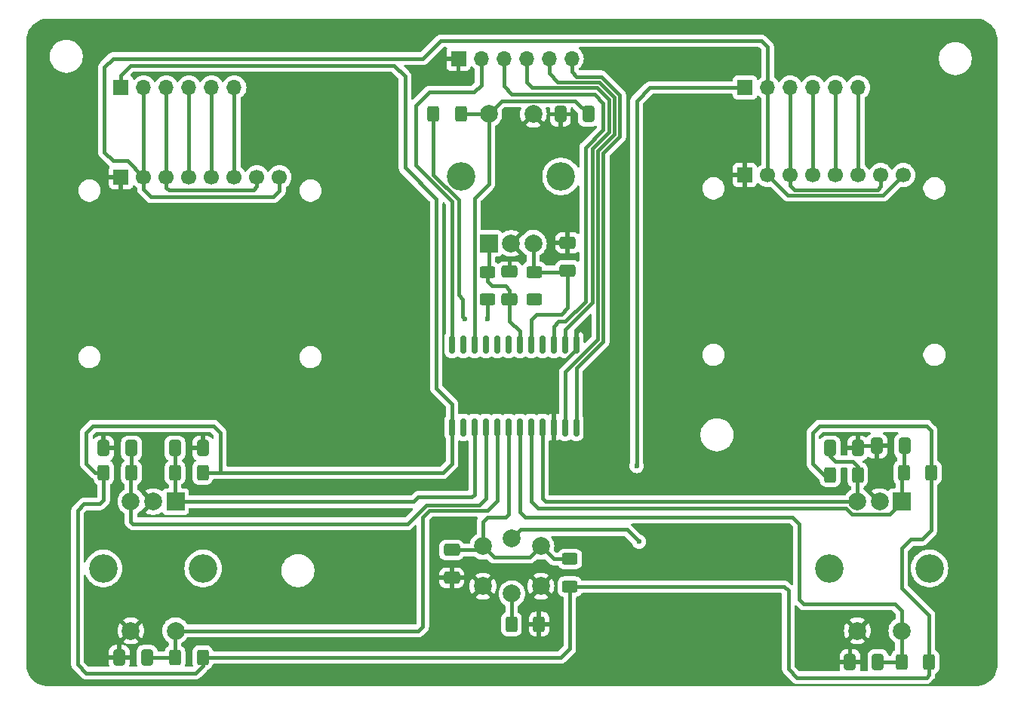
<source format=gbr>
%TF.GenerationSoftware,KiCad,Pcbnew,8.0.4*%
%TF.CreationDate,2024-08-14T20:48:44+02:00*%
%TF.ProjectId,Encoders-LCD,456e636f-6465-4727-932d-4c43442e6b69,rev?*%
%TF.SameCoordinates,PX2b64660PY700e860*%
%TF.FileFunction,Copper,L2,Bot*%
%TF.FilePolarity,Positive*%
%FSLAX46Y46*%
G04 Gerber Fmt 4.6, Leading zero omitted, Abs format (unit mm)*
G04 Created by KiCad (PCBNEW 8.0.4) date 2024-08-14 20:48:44*
%MOMM*%
%LPD*%
G01*
G04 APERTURE LIST*
G04 Aperture macros list*
%AMRoundRect*
0 Rectangle with rounded corners*
0 $1 Rounding radius*
0 $2 $3 $4 $5 $6 $7 $8 $9 X,Y pos of 4 corners*
0 Add a 4 corners polygon primitive as box body*
4,1,4,$2,$3,$4,$5,$6,$7,$8,$9,$2,$3,0*
0 Add four circle primitives for the rounded corners*
1,1,$1+$1,$2,$3*
1,1,$1+$1,$4,$5*
1,1,$1+$1,$6,$7*
1,1,$1+$1,$8,$9*
0 Add four rect primitives between the rounded corners*
20,1,$1+$1,$2,$3,$4,$5,0*
20,1,$1+$1,$4,$5,$6,$7,0*
20,1,$1+$1,$6,$7,$8,$9,0*
20,1,$1+$1,$8,$9,$2,$3,0*%
G04 Aperture macros list end*
%TA.AperFunction,ComponentPad*%
%ADD10R,1.700000X1.700000*%
%TD*%
%TA.AperFunction,ComponentPad*%
%ADD11C,1.700000*%
%TD*%
%TA.AperFunction,ComponentPad*%
%ADD12R,2.000000X2.000000*%
%TD*%
%TA.AperFunction,ComponentPad*%
%ADD13C,2.000000*%
%TD*%
%TA.AperFunction,ComponentPad*%
%ADD14C,3.200000*%
%TD*%
%TA.AperFunction,ComponentPad*%
%ADD15O,1.700000X1.700000*%
%TD*%
%TA.AperFunction,SMDPad,CuDef*%
%ADD16RoundRect,0.250000X0.412500X0.650000X-0.412500X0.650000X-0.412500X-0.650000X0.412500X-0.650000X0*%
%TD*%
%TA.AperFunction,SMDPad,CuDef*%
%ADD17RoundRect,0.250000X0.650000X-0.412500X0.650000X0.412500X-0.650000X0.412500X-0.650000X-0.412500X0*%
%TD*%
%TA.AperFunction,SMDPad,CuDef*%
%ADD18RoundRect,0.250000X0.625000X-0.400000X0.625000X0.400000X-0.625000X0.400000X-0.625000X-0.400000X0*%
%TD*%
%TA.AperFunction,SMDPad,CuDef*%
%ADD19RoundRect,0.250000X-0.400000X-0.625000X0.400000X-0.625000X0.400000X0.625000X-0.400000X0.625000X0*%
%TD*%
%TA.AperFunction,SMDPad,CuDef*%
%ADD20RoundRect,0.250000X-0.412500X-0.650000X0.412500X-0.650000X0.412500X0.650000X-0.412500X0.650000X0*%
%TD*%
%TA.AperFunction,SMDPad,CuDef*%
%ADD21RoundRect,0.250000X0.400000X0.625000X-0.400000X0.625000X-0.400000X-0.625000X0.400000X-0.625000X0*%
%TD*%
%TA.AperFunction,SMDPad,CuDef*%
%ADD22RoundRect,0.150000X-0.150000X0.875000X-0.150000X-0.875000X0.150000X-0.875000X0.150000X0.875000X0*%
%TD*%
%TA.AperFunction,SMDPad,CuDef*%
%ADD23RoundRect,0.250000X-0.650000X0.412500X-0.650000X-0.412500X0.650000X-0.412500X0.650000X0.412500X0*%
%TD*%
%TA.AperFunction,ViaPad*%
%ADD24C,0.600000*%
%TD*%
%TA.AperFunction,Conductor*%
%ADD25C,0.406400*%
%TD*%
G04 APERTURE END LIST*
D10*
%TO.P,U1,1,GND*%
%TO.N,GND*%
X11144676Y57675000D03*
D11*
%TO.P,U1,2,VCC*%
%TO.N,3V3*%
X13684676Y57675000D03*
%TO.P,U1,3,SCL*%
%TO.N,SPI0_SCK*%
X16224676Y57675000D03*
%TO.P,U1,4,SDA*%
%TO.N,SPI0_TX*%
X18764676Y57675000D03*
%TO.P,U1,5,RES*%
%TO.N,SPI0_RX*%
X21304676Y57675000D03*
%TO.P,U1,6,DC*%
%TO.N,SPI0_CS*%
X23844676Y57675000D03*
%TO.P,U1,7,CS*%
%TO.N,SPI0_SCK*%
X26384676Y57675000D03*
%TO.P,U1,8,BLK*%
%TO.N,3V3*%
X28924676Y57675000D03*
%TD*%
D10*
%TO.P,U3,1,GND*%
%TO.N,GND*%
X81144676Y57925000D03*
D11*
%TO.P,U3,2,VCC*%
%TO.N,3V3*%
X83684676Y57925000D03*
%TO.P,U3,3,SCL*%
%TO.N,SPI1_SCK*%
X86224676Y57925000D03*
%TO.P,U3,4,SDA*%
%TO.N,SPI1_TX*%
X88764676Y57925000D03*
%TO.P,U3,5,RES*%
%TO.N,SPI1_RX*%
X91304676Y57925000D03*
%TO.P,U3,6,DC*%
%TO.N,SPI1_CS*%
X93844676Y57925000D03*
%TO.P,U3,7,CS*%
%TO.N,SPI1_SCK*%
X96384676Y57925000D03*
%TO.P,U3,8,BLK*%
%TO.N,3V3*%
X98924676Y57925000D03*
%TD*%
D12*
%TO.P,SW3,A,A*%
%TO.N,ROT-3A*%
X98750000Y21250000D03*
D13*
%TO.P,SW3,B,B*%
%TO.N,ROT-3B*%
X93750000Y21250000D03*
%TO.P,SW3,C,C*%
%TO.N,GND*%
X96250000Y21250000D03*
D14*
%TO.P,SW3,MP*%
%TO.N,N/C*%
X101850000Y13750000D03*
X90650000Y13750000D03*
D13*
%TO.P,SW3,S1,S1*%
%TO.N,GND*%
X93750000Y6750000D03*
%TO.P,SW3,S2,S2*%
%TO.N,ROT-3SW*%
X98750000Y6750000D03*
%TD*%
D12*
%TO.P,SW2,A,A*%
%TO.N,ROT-2A*%
X17250000Y21250000D03*
D13*
%TO.P,SW2,B,B*%
%TO.N,ROT-2B*%
X12250000Y21250000D03*
%TO.P,SW2,C,C*%
%TO.N,GND*%
X14750000Y21250000D03*
D14*
%TO.P,SW2,MP*%
%TO.N,N/C*%
X20350000Y13750000D03*
X9150000Y13750000D03*
D13*
%TO.P,SW2,S1,S1*%
%TO.N,GND*%
X12250000Y6750000D03*
%TO.P,SW2,S2,S2*%
%TO.N,ROT-2SW*%
X17250000Y6750000D03*
%TD*%
%TO.P,SW4,1,1*%
%TO.N,GND*%
X58250000Y11750000D03*
X51750000Y11750000D03*
%TO.P,SW4,2,2*%
%TO.N,SFTSW*%
X58250000Y16250000D03*
X51750000Y16250000D03*
%TO.P,SW4,3,K*%
%TO.N,Net-(SW4-K)*%
X55000000Y10900000D03*
%TO.P,SW4,4,A*%
%TO.N,SF-LED*%
X55000000Y17100000D03*
%TD*%
D10*
%TO.P,J2,1,Pin_1*%
%TO.N,SF-LED*%
X81150000Y67750000D03*
D15*
%TO.P,J2,2,Pin_2*%
%TO.N,3V3*%
X83690000Y67750000D03*
%TO.P,J2,3,Pin_3*%
%TO.N,SPI1_SCK*%
X86230000Y67750000D03*
%TO.P,J2,4,Pin_4*%
%TO.N,SPI1_TX*%
X88770000Y67750000D03*
%TO.P,J2,5,Pin_5*%
%TO.N,SPI1_RX*%
X91310000Y67750000D03*
%TO.P,J2,6,Pin_6*%
%TO.N,SPI1_CS*%
X93850000Y67750000D03*
%TD*%
D12*
%TO.P,SW1,A,A*%
%TO.N,ROT-1A*%
X52400000Y50250000D03*
D13*
%TO.P,SW1,B,B*%
%TO.N,ROT-1B*%
X57400000Y50250000D03*
%TO.P,SW1,C,C*%
%TO.N,GND*%
X54900000Y50250000D03*
D14*
%TO.P,SW1,MP*%
%TO.N,N/C*%
X49300000Y57750000D03*
X60500000Y57750000D03*
D13*
%TO.P,SW1,S1,S1*%
%TO.N,GND*%
X57400000Y64750000D03*
%TO.P,SW1,S2,S2*%
%TO.N,ROT-1SW*%
X52400000Y64750000D03*
%TD*%
D10*
%TO.P,J3,1,Pin_1*%
%TO.N,+5V*%
X11150000Y67750000D03*
D15*
%TO.P,J3,2,Pin_2*%
%TO.N,3V3*%
X13690000Y67750000D03*
%TO.P,J3,3,Pin_3*%
%TO.N,SPI0_SCK*%
X16230000Y67750000D03*
%TO.P,J3,4,Pin_4*%
%TO.N,SPI0_TX*%
X18770000Y67750000D03*
%TO.P,J3,5,Pin_5*%
%TO.N,SPI0_RX*%
X21310000Y67750000D03*
%TO.P,J3,6,Pin_6*%
%TO.N,SPI0_CS*%
X23850000Y67750000D03*
%TD*%
D10*
%TO.P,J1,1,Pin_1*%
%TO.N,GND*%
X49000000Y71000000D03*
D15*
%TO.P,J1,2,Pin_2*%
%TO.N,MPLEX-B*%
X51540000Y71000000D03*
%TO.P,J1,3,Pin_3*%
%TO.N,MPLEX-S0*%
X54080000Y71000000D03*
%TO.P,J1,4,Pin_4*%
%TO.N,MPLEX-S1*%
X56620000Y71000000D03*
%TO.P,J1,5,Pin_5*%
%TO.N,MPLEX-S2*%
X59160000Y71000000D03*
%TO.P,J1,6,Pin_6*%
%TO.N,MPLEX-S3*%
X61700000Y71000000D03*
%TD*%
D16*
%TO.P,C6,1*%
%TO.N,ROT-3A*%
X99062500Y27500000D03*
%TO.P,C6,2*%
%TO.N,GND*%
X95937500Y27500000D03*
%TD*%
D17*
%TO.P,C4,1*%
%TO.N,ROT-1A*%
X54750000Y43937500D03*
%TO.P,C4,2*%
%TO.N,GND*%
X54750000Y47062500D03*
%TD*%
D18*
%TO.P,R4,1*%
%TO.N,+5V*%
X52250000Y43950000D03*
%TO.P,R4,2*%
%TO.N,ROT-1A*%
X52250000Y47050000D03*
%TD*%
%TO.P,R1,1*%
%TO.N,+5V*%
X57500000Y43950000D03*
%TO.P,R1,2*%
%TO.N,ROT-1B*%
X57500000Y47050000D03*
%TD*%
D19*
%TO.P,R7,1*%
%TO.N,+5V*%
X46200000Y64750000D03*
%TO.P,R7,2*%
%TO.N,ROT-1SW*%
X49300000Y64750000D03*
%TD*%
D16*
%TO.P,C9,1*%
%TO.N,ROT-3SW*%
X96062500Y3250000D03*
%TO.P,C9,2*%
%TO.N,GND*%
X92937500Y3250000D03*
%TD*%
D17*
%TO.P,C1,1*%
%TO.N,ROT-1B*%
X61250000Y47187500D03*
%TO.P,C1,2*%
%TO.N,GND*%
X61250000Y50312500D03*
%TD*%
D18*
%TO.P,R11,1*%
%TO.N,+5V*%
X61500000Y11700000D03*
%TO.P,R11,2*%
%TO.N,SFTSW*%
X61500000Y14800000D03*
%TD*%
D16*
%TO.P,C7,1*%
%TO.N,ROT-1SW*%
X63562500Y64750000D03*
%TO.P,C7,2*%
%TO.N,GND*%
X60437500Y64750000D03*
%TD*%
D20*
%TO.P,C5,1*%
%TO.N,ROT-2A*%
X17187500Y27250000D03*
%TO.P,C5,2*%
%TO.N,GND*%
X20312500Y27250000D03*
%TD*%
%TO.P,C3,1*%
%TO.N,ROT-3B*%
X90687500Y27250000D03*
%TO.P,C3,2*%
%TO.N,GND*%
X93812500Y27250000D03*
%TD*%
D21*
%TO.P,R10,1*%
%TO.N,GND*%
X58050000Y7500000D03*
%TO.P,R10,2*%
%TO.N,Net-(SW4-K)*%
X54950000Y7500000D03*
%TD*%
%TO.P,R9,1*%
%TO.N,+5V*%
X101800000Y3250000D03*
%TO.P,R9,2*%
%TO.N,ROT-3SW*%
X98700000Y3250000D03*
%TD*%
D22*
%TO.P,U2,1,COM*%
%TO.N,MPLEX-B*%
X48265000Y38900000D03*
%TO.P,U2,2,I7*%
%TO.N,unconnected-(U2-I7-Pad2)*%
X49535000Y38900000D03*
%TO.P,U2,3,I6*%
%TO.N,ROT-1SW*%
X50805000Y38900000D03*
%TO.P,U2,4,I5*%
%TO.N,unconnected-(U2-I5-Pad4)*%
X52075000Y38900000D03*
%TO.P,U2,5,I4*%
%TO.N,unconnected-(U2-I4-Pad5)*%
X53345000Y38900000D03*
%TO.P,U2,6,I3*%
%TO.N,unconnected-(U2-I3-Pad6)*%
X54615000Y38900000D03*
%TO.P,U2,7,I2*%
%TO.N,ROT-1A*%
X55885000Y38900000D03*
%TO.P,U2,8,I1*%
%TO.N,ROT-1B*%
X57155000Y38900000D03*
%TO.P,U2,9,I0*%
%TO.N,unconnected-(U2-I0-Pad9)*%
X58425000Y38900000D03*
%TO.P,U2,10,S0*%
%TO.N,MPLEX-S0*%
X59695000Y38900000D03*
%TO.P,U2,11,S1*%
%TO.N,MPLEX-S1*%
X60965000Y38900000D03*
%TO.P,U2,12,GND*%
%TO.N,GND*%
X62235000Y38900000D03*
%TO.P,U2,13,S3*%
%TO.N,MPLEX-S3*%
X62235000Y29600000D03*
%TO.P,U2,14,S2*%
%TO.N,MPLEX-S2*%
X60965000Y29600000D03*
%TO.P,U2,15,~{E}*%
%TO.N,GND*%
X59695000Y29600000D03*
%TO.P,U2,16,I15*%
%TO.N,ROT-3B*%
X58425000Y29600000D03*
%TO.P,U2,17,I14*%
%TO.N,ROT-3A*%
X57155000Y29600000D03*
%TO.P,U2,18,I13*%
%TO.N,ROT-3SW*%
X55885000Y29600000D03*
%TO.P,U2,19,I12*%
%TO.N,SFTSW*%
X54615000Y29600000D03*
%TO.P,U2,20,I11*%
%TO.N,ROT-2SW*%
X53345000Y29600000D03*
%TO.P,U2,21,I10*%
%TO.N,ROT-2B*%
X52075000Y29600000D03*
%TO.P,U2,22,I9*%
%TO.N,ROT-2A*%
X50805000Y29600000D03*
%TO.P,U2,23,I8*%
%TO.N,unconnected-(U2-I8-Pad23)*%
X49535000Y29600000D03*
%TO.P,U2,24,VCC*%
%TO.N,+5V*%
X48265000Y29600000D03*
%TD*%
D21*
%TO.P,R5,1*%
%TO.N,+5V*%
X20300000Y24500000D03*
%TO.P,R5,2*%
%TO.N,ROT-2A*%
X17200000Y24500000D03*
%TD*%
%TO.P,R8,1*%
%TO.N,+5V*%
X20300000Y3750000D03*
%TO.P,R8,2*%
%TO.N,ROT-2SW*%
X17200000Y3750000D03*
%TD*%
D19*
%TO.P,R2,1*%
%TO.N,+5V*%
X9200000Y24500000D03*
%TO.P,R2,2*%
%TO.N,ROT-2B*%
X12300000Y24500000D03*
%TD*%
%TO.P,R3,1*%
%TO.N,+5V*%
X90700000Y24250000D03*
%TO.P,R3,2*%
%TO.N,ROT-3B*%
X93800000Y24250000D03*
%TD*%
D23*
%TO.P,C10,1*%
%TO.N,SFTSW*%
X48250000Y15812500D03*
%TO.P,C10,2*%
%TO.N,GND*%
X48250000Y12687500D03*
%TD*%
D21*
%TO.P,R6,1*%
%TO.N,+5V*%
X102050000Y24500000D03*
%TO.P,R6,2*%
%TO.N,ROT-3A*%
X98950000Y24500000D03*
%TD*%
D16*
%TO.P,C2,1*%
%TO.N,ROT-2B*%
X12312500Y27250000D03*
%TO.P,C2,2*%
%TO.N,GND*%
X9187500Y27250000D03*
%TD*%
%TO.P,C8,1*%
%TO.N,ROT-2SW*%
X14062500Y3750000D03*
%TO.P,C8,2*%
%TO.N,GND*%
X10937500Y3750000D03*
%TD*%
D24*
%TO.N,GND*%
X63250000Y41250000D03*
%TO.N,SF-LED*%
X69250000Y16750000D03*
X69000000Y25250000D03*
%TO.N,+5V*%
X52250000Y41750000D03*
X49750000Y41750000D03*
%TD*%
D25*
%TO.N,GND*%
X59695000Y29600000D02*
X59695000Y35813974D01*
X59695000Y35813974D02*
X62235000Y38353974D01*
X62235000Y38353974D02*
X62235000Y38900000D01*
X62235000Y40235000D02*
X63250000Y41250000D01*
X62235000Y38900000D02*
X62235000Y40235000D01*
%TO.N,ROT-1B*%
X57750000Y42297500D02*
X60547500Y42297500D01*
X61250000Y43000000D02*
X61250000Y47187500D01*
X57500000Y47050000D02*
X61112500Y47050000D01*
X57155000Y41702500D02*
X57750000Y42297500D01*
X60547500Y42297500D02*
X61250000Y43000000D01*
X57155000Y38900000D02*
X57155000Y41702500D01*
X61112500Y47050000D02*
X61250000Y47187500D01*
X57400000Y47150000D02*
X57500000Y47050000D01*
X57400000Y50250000D02*
X57400000Y47150000D01*
%TO.N,GND*%
X95937500Y27500000D02*
X94062500Y27500000D01*
X94062500Y27500000D02*
X93812500Y27250000D01*
X58300000Y11700000D02*
X58250000Y11750000D01*
%TO.N,ROT-2B*%
X52075000Y21575000D02*
X52075000Y29600000D01*
X12312500Y27250000D02*
X12312500Y24512500D01*
X12250000Y21250000D02*
X12250000Y19000000D01*
X45359600Y20859600D02*
X51359600Y20859600D01*
X12250000Y24450000D02*
X12300000Y24500000D01*
X12250000Y19000000D02*
X12500000Y18750000D01*
X51359600Y20859600D02*
X52075000Y21575000D01*
X43250000Y18750000D02*
X45359600Y20859600D01*
X12250000Y21250000D02*
X12250000Y24450000D01*
X12500000Y18750000D02*
X43250000Y18750000D01*
X12312500Y24512500D02*
X12300000Y24500000D01*
%TO.N,ROT-3B*%
X93750000Y24200000D02*
X93800000Y24250000D01*
X90687500Y26312500D02*
X91250000Y25750000D01*
X93750000Y21250000D02*
X93750000Y24200000D01*
X93250000Y25750000D02*
X93800000Y25200000D01*
X90687500Y27250000D02*
X90687500Y26312500D01*
X58750000Y21250000D02*
X58425000Y21575000D01*
X58425000Y21575000D02*
X58425000Y29600000D01*
X93750000Y21250000D02*
X58750000Y21250000D01*
X93800000Y25200000D02*
X93800000Y24250000D01*
X91250000Y25750000D02*
X93250000Y25750000D01*
%TO.N,ROT-1A*%
X52250000Y46000000D02*
X52750000Y45500000D01*
X54250000Y45500000D02*
X54750000Y45000000D01*
X54750000Y41500000D02*
X54750000Y43937500D01*
X52400000Y47200000D02*
X52250000Y47050000D01*
X55885000Y38900000D02*
X55885000Y40365000D01*
X52400000Y50250000D02*
X52400000Y47200000D01*
X54750000Y45000000D02*
X54750000Y43937500D01*
X52750000Y45500000D02*
X54250000Y45500000D01*
X52250000Y47050000D02*
X52250000Y46000000D01*
X55885000Y40365000D02*
X54750000Y41500000D01*
%TO.N,ROT-2A*%
X44000000Y21250000D02*
X17250000Y21250000D01*
X44500000Y21750000D02*
X44000000Y21250000D01*
X17200000Y24500000D02*
X17200000Y21300000D01*
X50805000Y22055000D02*
X50500000Y21750000D01*
X17200000Y21300000D02*
X17250000Y21250000D01*
X17187500Y27250000D02*
X17187500Y24512500D01*
X17187500Y24512500D02*
X17200000Y24500000D01*
X50500000Y21750000D02*
X44500000Y21750000D01*
X50805000Y29600000D02*
X50805000Y22055000D01*
%TO.N,ROT-3A*%
X92511050Y20500000D02*
X57905000Y20500000D01*
X98750000Y21250000D02*
X98750000Y24300000D01*
X98950000Y24500000D02*
X98950000Y27387500D01*
X57905000Y20500000D02*
X57155000Y21250000D01*
X57155000Y21250000D02*
X57155000Y29600000D01*
X98750000Y24300000D02*
X98950000Y24500000D01*
X93167450Y19843600D02*
X92511050Y20500000D01*
X98950000Y27387500D02*
X99062500Y27500000D01*
X97343600Y19843600D02*
X93167450Y19843600D01*
X98750000Y21250000D02*
X97343600Y19843600D01*
%TO.N,ROT-1SW*%
X50805000Y38900000D02*
X50805000Y55305000D01*
X50805000Y55305000D02*
X52400000Y56900000D01*
X62062500Y66250000D02*
X63562500Y64750000D01*
X52400000Y56900000D02*
X52400000Y64750000D01*
X49300000Y64750000D02*
X52400000Y64750000D01*
X53900000Y66250000D02*
X62062500Y66250000D01*
X52400000Y64750000D02*
X53900000Y66250000D01*
%TO.N,ROT-2SW*%
X17250000Y6750000D02*
X44500000Y6750000D01*
X45750000Y20250000D02*
X52250000Y20250000D01*
X44500000Y6750000D02*
X45000000Y7250000D01*
X45000000Y19500000D02*
X45750000Y20250000D01*
X17200000Y6700000D02*
X17250000Y6750000D01*
X45000000Y7250000D02*
X45000000Y19500000D01*
X52250000Y20250000D02*
X53345000Y21345000D01*
X17200000Y3750000D02*
X17200000Y6700000D01*
X53345000Y21345000D02*
X53345000Y29600000D01*
X14062500Y3750000D02*
X17200000Y3750000D01*
%TO.N,ROT-3SW*%
X98000000Y9750000D02*
X98750000Y9000000D01*
X87750000Y9750000D02*
X98000000Y9750000D01*
X87250000Y10250000D02*
X87750000Y9750000D01*
X98700000Y6700000D02*
X98750000Y6750000D01*
X86500000Y19500000D02*
X87250000Y18750000D01*
X87250000Y18750000D02*
X87250000Y10250000D01*
X98700000Y3250000D02*
X98700000Y6700000D01*
X55885000Y29600000D02*
X55885000Y20115000D01*
X98750000Y9000000D02*
X98750000Y6750000D01*
X96062500Y3250000D02*
X98700000Y3250000D01*
X55885000Y20115000D02*
X56500000Y19500000D01*
X56500000Y19500000D02*
X86500000Y19500000D01*
%TO.N,SFTSW*%
X48250000Y15812500D02*
X51312500Y15812500D01*
X51750000Y19000000D02*
X51750000Y16250000D01*
X59700000Y14800000D02*
X58250000Y16250000D01*
X54615000Y19865000D02*
X54250000Y19500000D01*
X54250000Y19500000D02*
X52250000Y19500000D01*
X54615000Y29600000D02*
X54615000Y19865000D01*
X57000000Y15000000D02*
X58250000Y16250000D01*
X53000000Y15000000D02*
X57000000Y15000000D01*
X61500000Y14800000D02*
X59700000Y14800000D01*
X51312500Y15812500D02*
X51750000Y16250000D01*
X52250000Y19500000D02*
X51750000Y19000000D01*
X51750000Y16250000D02*
X53000000Y15000000D01*
%TO.N,MPLEX-S1*%
X65859600Y62747496D02*
X64000000Y60887896D01*
X64000000Y43608226D02*
X60965000Y40573226D01*
X56620000Y68380000D02*
X57250000Y67750000D01*
X64500000Y67750000D02*
X65859600Y66390400D01*
X57250000Y67750000D02*
X64500000Y67750000D01*
X64000000Y60887896D02*
X64000000Y43608226D01*
X60965000Y40573226D02*
X60965000Y38900000D01*
X56620000Y71000000D02*
X56620000Y68380000D01*
X65859600Y66390400D02*
X65859600Y62747496D01*
%TO.N,MPLEX-S2*%
X60965000Y29600000D02*
X60965000Y35813974D01*
X60965000Y35813974D02*
X64609600Y39458574D01*
X66500000Y66612104D02*
X65109600Y68002505D01*
X60140400Y68359600D02*
X59160000Y69340000D01*
X65109600Y68002505D02*
X64752505Y68359600D01*
X66500000Y62525792D02*
X66500000Y66612104D01*
X64752505Y68359600D02*
X60140400Y68359600D01*
X64609600Y60635392D02*
X66500000Y62525792D01*
X59160000Y69340000D02*
X59160000Y71000000D01*
X64609600Y39458574D02*
X64609600Y60635392D01*
%TO.N,MPLEX-S3*%
X62280800Y68969200D02*
X61700000Y69550000D01*
X67109600Y62273287D02*
X67109600Y66864608D01*
X62235000Y36221870D02*
X65250000Y39236870D01*
X65250000Y60413688D02*
X66168156Y61331844D01*
X67109600Y66864608D02*
X66737104Y67237104D01*
X62235000Y29600000D02*
X62235000Y36221870D01*
X66168157Y61331844D02*
X67109600Y62273287D01*
X66168156Y61331844D02*
X66168157Y61331844D01*
X61700000Y69550000D02*
X61700000Y71000000D01*
X65250000Y39236870D02*
X65250000Y60413688D01*
X66737104Y67237106D02*
X65005010Y68969200D01*
X66737104Y67237104D02*
X66737104Y67237106D01*
X65005010Y68969200D02*
X62280800Y68969200D01*
%TO.N,MPLEX-S0*%
X55000000Y67000000D02*
X64250000Y67000000D01*
X65250000Y63000000D02*
X63250000Y61000000D01*
X64250000Y67000000D02*
X65250000Y66000000D01*
X59695000Y40945000D02*
X59695000Y38900000D01*
X61000000Y41500000D02*
X60250000Y41500000D01*
X65250000Y66000000D02*
X65250000Y63000000D01*
X54080000Y67920000D02*
X55000000Y67000000D01*
X60250000Y41500000D02*
X59695000Y40945000D01*
X63250000Y43750000D02*
X61000000Y41500000D01*
X54080000Y71000000D02*
X54080000Y67920000D01*
X63250000Y61000000D02*
X63250000Y43750000D01*
%TO.N,MPLEX-B*%
X44250000Y59000000D02*
X44250000Y65750000D01*
X45750000Y67250000D02*
X50750000Y67250000D01*
X48265000Y54985000D02*
X44250000Y59000000D01*
X48265000Y38900000D02*
X48265000Y54985000D01*
X50750000Y67250000D02*
X51540000Y68040000D01*
X44250000Y65750000D02*
X45750000Y67250000D01*
X51540000Y68040000D02*
X51540000Y71000000D01*
%TO.N,SPI1_TX*%
X88764676Y57925000D02*
X88764676Y67744676D01*
X88764676Y67744676D02*
X88770000Y67750000D01*
%TO.N,3V3*%
X83690000Y67750000D02*
X83690000Y57930324D01*
X13684676Y56315324D02*
X14500000Y55500000D01*
X11832476Y59500000D02*
X13657476Y57675000D01*
X83690000Y72310000D02*
X83000000Y73000000D01*
X13657476Y57675000D02*
X13684676Y57675000D01*
X96640076Y55640400D02*
X85969276Y55640400D01*
X98924676Y57925000D02*
X96640076Y55640400D01*
X14500000Y55500000D02*
X28250000Y55500000D01*
X9250000Y70000000D02*
X9250000Y60500000D01*
X28924676Y56174676D02*
X28924676Y57675000D01*
X47000000Y73000000D02*
X45000000Y71000000D01*
X28250000Y55500000D02*
X28924676Y56174676D01*
X13684676Y67744676D02*
X13690000Y67750000D01*
X10250000Y71000000D02*
X9250000Y70000000D01*
X83690000Y67750000D02*
X83690000Y72310000D01*
X13684676Y57675000D02*
X13684676Y67744676D01*
X83000000Y73000000D02*
X47000000Y73000000D01*
X9250000Y60500000D02*
X10250000Y59500000D01*
X85969276Y55640400D02*
X83684676Y57925000D01*
X10250000Y59500000D02*
X11832476Y59500000D01*
X13684676Y57675000D02*
X13684676Y56315324D01*
X45000000Y71000000D02*
X10250000Y71000000D01*
X83690000Y57930324D02*
X83684676Y57925000D01*
%TO.N,SPI1_CS*%
X93844676Y57925000D02*
X93844676Y67744676D01*
X93844676Y67744676D02*
X93850000Y67750000D01*
%TO.N,SPI1_SCK*%
X86230000Y67750000D02*
X86230000Y57930324D01*
X86230000Y57930324D02*
X86224676Y57925000D01*
X96000000Y56250000D02*
X86750000Y56250000D01*
X86224676Y56775324D02*
X86750000Y56250000D01*
X96384676Y56634676D02*
X96000000Y56250000D01*
X96384676Y57925000D02*
X96384676Y56634676D01*
X86224676Y57925000D02*
X86224676Y56775324D01*
%TO.N,SF-LED*%
X56000000Y18100000D02*
X67900000Y18100000D01*
X70500000Y67750000D02*
X81150000Y67750000D01*
X69000000Y25250000D02*
X69000000Y66250000D01*
X55000000Y17100000D02*
X56000000Y18100000D01*
X67900000Y18100000D02*
X69250000Y16750000D01*
X69000000Y66250000D02*
X70500000Y67750000D01*
%TO.N,SPI1_RX*%
X91310000Y67750000D02*
X91310000Y57930324D01*
X91310000Y57930324D02*
X91304676Y57925000D01*
%TO.N,SPI0_RX*%
X21304676Y57675000D02*
X21304676Y67744676D01*
X21304676Y67744676D02*
X21310000Y67750000D01*
%TO.N,SPI0_SCK*%
X16224676Y67744676D02*
X16230000Y67750000D01*
X26384676Y56634676D02*
X26000000Y56250000D01*
X26384676Y57675000D02*
X26384676Y56634676D01*
X16224676Y56525324D02*
X16500000Y56250000D01*
X16224676Y57675000D02*
X16224676Y67744676D01*
X16224676Y57675000D02*
X16224676Y56525324D01*
X26000000Y56250000D02*
X16500000Y56250000D01*
%TO.N,SPI0_CS*%
X23850000Y67750000D02*
X23850000Y57680324D01*
X23850000Y57680324D02*
X23844676Y57675000D01*
%TO.N,SPI0_TX*%
X18770000Y57680324D02*
X18764676Y57675000D01*
X18770000Y67750000D02*
X18770000Y57680324D01*
%TO.N,+5V*%
X20300000Y3750000D02*
X60500000Y3750000D01*
X41750000Y70250000D02*
X43000000Y69000000D01*
X6250000Y3000000D02*
X6250000Y20250000D01*
X22250000Y29000000D02*
X22250000Y24500000D01*
X7250000Y29000000D02*
X8000000Y29750000D01*
X89500000Y29750000D02*
X88750000Y29000000D01*
X101500000Y1500000D02*
X87000000Y1500000D01*
X86000000Y2500000D02*
X86000000Y11250000D01*
X8250000Y24500000D02*
X7250000Y25500000D01*
X11150000Y69150000D02*
X12250000Y70250000D01*
X98750000Y11500000D02*
X98750000Y16000000D01*
X49500000Y44000000D02*
X49500000Y42000000D01*
X101800000Y3250000D02*
X101800000Y8450000D01*
X47250000Y24500000D02*
X22250000Y24500000D01*
X98750000Y16000000D02*
X99750000Y17000000D01*
X60500000Y3750000D02*
X61500000Y4750000D01*
X102050000Y18050000D02*
X102050000Y24500000D01*
X21500000Y29750000D02*
X22250000Y29000000D01*
X46500000Y55250000D02*
X46500000Y34000000D01*
X19500000Y2000000D02*
X7250000Y2000000D01*
X101800000Y3250000D02*
X101800000Y1800000D01*
X88750000Y29000000D02*
X88750000Y25500000D01*
X90000000Y24250000D02*
X90700000Y24250000D01*
X46200000Y57912104D02*
X49000000Y55112104D01*
X101800000Y8450000D02*
X98750000Y11500000D01*
X88750000Y25500000D02*
X90000000Y24250000D01*
X43000000Y58750000D02*
X46500000Y55250000D01*
X12250000Y70250000D02*
X41750000Y70250000D01*
X6250000Y20250000D02*
X7000000Y21000000D01*
X101000000Y17000000D02*
X102050000Y18050000D01*
X22250000Y24500000D02*
X20300000Y24500000D01*
X46200000Y64750000D02*
X46200000Y57912104D01*
X20300000Y2800000D02*
X19500000Y2000000D01*
X102050000Y24500000D02*
X102050000Y29200000D01*
X11150000Y67750000D02*
X11150000Y69150000D01*
X7250000Y2000000D02*
X6250000Y3000000D01*
X48265000Y29600000D02*
X48265000Y25515000D01*
X8750000Y21000000D02*
X9200000Y21450000D01*
X49000000Y55112104D02*
X49000000Y44500000D01*
X61500000Y11700000D02*
X85550000Y11700000D01*
X101500000Y29750000D02*
X89500000Y29750000D01*
X7250000Y25500000D02*
X7250000Y29000000D01*
X101800000Y1800000D02*
X101500000Y1500000D01*
X87000000Y1500000D02*
X86000000Y2500000D01*
X46500000Y34000000D02*
X48265000Y32235000D01*
X49000000Y44500000D02*
X49500000Y44000000D01*
X99750000Y17000000D02*
X101000000Y17000000D01*
X49500000Y42000000D02*
X49750000Y41750000D01*
X8000000Y29750000D02*
X21500000Y29750000D01*
X52250000Y43950000D02*
X52250000Y41750000D01*
X9200000Y24500000D02*
X8250000Y24500000D01*
X9200000Y21450000D02*
X9200000Y24500000D01*
X48265000Y25515000D02*
X47250000Y24500000D01*
X61500000Y4750000D02*
X61500000Y11700000D01*
X102050000Y29200000D02*
X101500000Y29750000D01*
X85550000Y11700000D02*
X86000000Y11250000D01*
X43000000Y69000000D02*
X43000000Y58750000D01*
X20300000Y3750000D02*
X20300000Y2800000D01*
X48265000Y32235000D02*
X48265000Y29600000D01*
X7000000Y21000000D02*
X8750000Y21000000D01*
%TO.N,Net-(SW4-K)*%
X54950000Y7500000D02*
X54950000Y10850000D01*
X54950000Y10850000D02*
X55000000Y10900000D01*
%TD*%
%TA.AperFunction,Conductor*%
%TO.N,GND*%
G36*
X86908903Y9595469D02*
G01*
X86915381Y9589437D01*
X87200274Y9304544D01*
X87200303Y9304513D01*
X87301414Y9203402D01*
X87416674Y9126388D01*
X87454182Y9110852D01*
X87544738Y9073342D01*
X87680687Y9046300D01*
X87680690Y9046299D01*
X87680692Y9046299D01*
X87825423Y9046299D01*
X87825443Y9046300D01*
X97657156Y9046300D01*
X97724195Y9026615D01*
X97744837Y9009981D01*
X98009981Y8744837D01*
X98043466Y8683514D01*
X98046300Y8657156D01*
X98046300Y8149201D01*
X98026615Y8082162D01*
X97981319Y8040147D01*
X97926496Y8010478D01*
X97926494Y8010477D01*
X97730257Y7857739D01*
X97561833Y7674783D01*
X97425826Y7466607D01*
X97325936Y7238882D01*
X97264892Y6997825D01*
X97264890Y6997813D01*
X97244357Y6750006D01*
X97244357Y6749995D01*
X97264890Y6502188D01*
X97264892Y6502176D01*
X97325936Y6261119D01*
X97425826Y6033394D01*
X97561833Y5825218D01*
X97561836Y5825215D01*
X97730256Y5642262D01*
X97926491Y5489526D01*
X97931316Y5486915D01*
X97980906Y5437699D01*
X97996300Y5377860D01*
X97996300Y4638665D01*
X97976615Y4571626D01*
X97937397Y4533127D01*
X97831347Y4467715D01*
X97831343Y4467712D01*
X97707289Y4343658D01*
X97615187Y4194337D01*
X97615186Y4194334D01*
X97568253Y4052698D01*
X97563613Y4038696D01*
X97523840Y3981251D01*
X97459325Y3954428D01*
X97445907Y3953700D01*
X97336478Y3953700D01*
X97269439Y3973385D01*
X97223684Y4026189D01*
X97215226Y4051740D01*
X97215000Y4052794D01*
X97214513Y4054263D01*
X97159814Y4219334D01*
X97067712Y4368656D01*
X96943656Y4492712D01*
X96826466Y4564995D01*
X96794336Y4584813D01*
X96794331Y4584815D01*
X96792862Y4585302D01*
X96627797Y4639999D01*
X96627795Y4640000D01*
X96525010Y4650500D01*
X95599998Y4650500D01*
X95599980Y4650499D01*
X95497203Y4640000D01*
X95497200Y4639999D01*
X95330668Y4584815D01*
X95330663Y4584813D01*
X95181342Y4492711D01*
X95057289Y4368658D01*
X94965187Y4219337D01*
X94965185Y4219332D01*
X94965115Y4219120D01*
X94910001Y4052797D01*
X94910001Y4052796D01*
X94910000Y4052796D01*
X94899500Y3950017D01*
X94899500Y2549999D01*
X94899501Y2549982D01*
X94910000Y2447204D01*
X94922593Y2409202D01*
X94936676Y2366704D01*
X94939078Y2296876D01*
X94903347Y2236834D01*
X94840826Y2205641D01*
X94818970Y2203700D01*
X94180503Y2203700D01*
X94113464Y2223385D01*
X94067709Y2276189D01*
X94057765Y2345347D01*
X94062797Y2366704D01*
X94089505Y2447303D01*
X94089506Y2447310D01*
X94099999Y2550014D01*
X94100000Y2550027D01*
X94100000Y3000000D01*
X91775001Y3000000D01*
X91775001Y2550014D01*
X91785494Y2447303D01*
X91812202Y2366704D01*
X91814604Y2296876D01*
X91778872Y2236834D01*
X91716352Y2205641D01*
X91694496Y2203700D01*
X87342845Y2203700D01*
X87275806Y2223385D01*
X87255164Y2240019D01*
X86740019Y2755164D01*
X86706534Y2816487D01*
X86703700Y2842845D01*
X86703700Y3949987D01*
X91775000Y3949987D01*
X91775000Y3500000D01*
X92687500Y3500000D01*
X93187500Y3500000D01*
X94099999Y3500000D01*
X94099999Y3949972D01*
X94099998Y3949987D01*
X94089505Y4052698D01*
X94034358Y4219120D01*
X94034356Y4219125D01*
X93942315Y4368346D01*
X93818345Y4492316D01*
X93669124Y4584357D01*
X93669119Y4584359D01*
X93502697Y4639506D01*
X93502690Y4639507D01*
X93399986Y4650000D01*
X93187500Y4650000D01*
X93187500Y3500000D01*
X92687500Y3500000D01*
X92687500Y4650000D01*
X92475029Y4650000D01*
X92475012Y4649999D01*
X92372302Y4639506D01*
X92205880Y4584359D01*
X92205875Y4584357D01*
X92056654Y4492316D01*
X91932684Y4368346D01*
X91840643Y4219125D01*
X91840641Y4219120D01*
X91785494Y4052698D01*
X91785493Y4052691D01*
X91775000Y3949987D01*
X86703700Y3949987D01*
X86703700Y6750006D01*
X92244859Y6750006D01*
X92244859Y6749995D01*
X92265385Y6502271D01*
X92265387Y6502262D01*
X92326412Y6261283D01*
X92426266Y6033636D01*
X92526564Y5880118D01*
X93267037Y6620591D01*
X93284075Y6557007D01*
X93349901Y6442993D01*
X93442993Y6349901D01*
X93557007Y6284075D01*
X93620590Y6267038D01*
X92879942Y5526391D01*
X92926768Y5489945D01*
X92926770Y5489944D01*
X93145385Y5371636D01*
X93145396Y5371631D01*
X93380506Y5290917D01*
X93625707Y5250000D01*
X93874293Y5250000D01*
X94119493Y5290917D01*
X94354603Y5371631D01*
X94354614Y5371636D01*
X94573228Y5489943D01*
X94573231Y5489945D01*
X94620056Y5526391D01*
X93879409Y6267038D01*
X93942993Y6284075D01*
X94057007Y6349901D01*
X94150099Y6442993D01*
X94215925Y6557007D01*
X94232962Y6620590D01*
X94973434Y5880118D01*
X95073731Y6033631D01*
X95173587Y6261283D01*
X95234612Y6502262D01*
X95234614Y6502271D01*
X95255141Y6749995D01*
X95255141Y6750006D01*
X95234614Y6997730D01*
X95234612Y6997739D01*
X95173587Y7238718D01*
X95073731Y7466370D01*
X94973434Y7619884D01*
X94232962Y6879411D01*
X94215925Y6942993D01*
X94150099Y7057007D01*
X94057007Y7150099D01*
X93942993Y7215925D01*
X93879410Y7232963D01*
X94620057Y7973610D01*
X94620056Y7973611D01*
X94573229Y8010057D01*
X94354614Y8128365D01*
X94354603Y8128370D01*
X94119493Y8209084D01*
X93874293Y8250000D01*
X93625707Y8250000D01*
X93380506Y8209084D01*
X93145396Y8128370D01*
X93145390Y8128368D01*
X92926761Y8010051D01*
X92879942Y7973612D01*
X92879942Y7973610D01*
X93620590Y7232963D01*
X93557007Y7215925D01*
X93442993Y7150099D01*
X93349901Y7057007D01*
X93284075Y6942993D01*
X93267037Y6879411D01*
X92526564Y7619884D01*
X92426267Y7466368D01*
X92326412Y7238718D01*
X92265387Y6997739D01*
X92265385Y6997730D01*
X92244859Y6750006D01*
X86703700Y6750006D01*
X86703700Y9501756D01*
X86723385Y9568795D01*
X86776189Y9614550D01*
X86845347Y9624494D01*
X86908903Y9595469D01*
G37*
%TD.AperFunction*%
%TA.AperFunction,Conductor*%
G36*
X21224195Y29026615D02*
G01*
X21244837Y29009981D01*
X21509981Y28744837D01*
X21543466Y28683514D01*
X21546300Y28657156D01*
X21546300Y28434342D01*
X21526615Y28367303D01*
X21473811Y28321548D01*
X21404653Y28311604D01*
X21341097Y28340629D01*
X21322126Y28362937D01*
X21321798Y28362677D01*
X21317316Y28368345D01*
X21193345Y28492316D01*
X21044124Y28584357D01*
X21044119Y28584359D01*
X20877697Y28639506D01*
X20877690Y28639507D01*
X20774986Y28650000D01*
X20562500Y28650000D01*
X20562500Y27124000D01*
X20542815Y27056961D01*
X20490011Y27011206D01*
X20438500Y27000000D01*
X19150001Y27000000D01*
X19150001Y26550014D01*
X19160494Y26447303D01*
X19215641Y26280881D01*
X19215643Y26280876D01*
X19307684Y26131655D01*
X19431654Y26007685D01*
X19495453Y25968333D01*
X19542178Y25916385D01*
X19553399Y25847422D01*
X19525556Y25783340D01*
X19495454Y25757256D01*
X19431344Y25717713D01*
X19307289Y25593658D01*
X19215187Y25444337D01*
X19215185Y25444332D01*
X19187349Y25360330D01*
X19160001Y25277797D01*
X19160001Y25277796D01*
X19160000Y25277796D01*
X19149500Y25175017D01*
X19149500Y23824999D01*
X19149501Y23824982D01*
X19160000Y23722204D01*
X19160001Y23722201D01*
X19208779Y23575000D01*
X19215186Y23555666D01*
X19307288Y23406344D01*
X19431344Y23282288D01*
X19580666Y23190186D01*
X19747203Y23135001D01*
X19849991Y23124500D01*
X20750008Y23124501D01*
X20750016Y23124502D01*
X20750019Y23124502D01*
X20806302Y23130252D01*
X20852797Y23135001D01*
X21019334Y23190186D01*
X21168656Y23282288D01*
X21292712Y23406344D01*
X21384814Y23555666D01*
X21436387Y23711306D01*
X21476160Y23768749D01*
X21540675Y23795572D01*
X21554093Y23796300D01*
X22180692Y23796300D01*
X47174558Y23796300D01*
X47174578Y23796299D01*
X47180692Y23796299D01*
X47319310Y23796299D01*
X47410768Y23814493D01*
X47455262Y23823343D01*
X47518498Y23849536D01*
X47583323Y23876387D01*
X47583324Y23876388D01*
X47583327Y23876389D01*
X47698583Y23953400D01*
X47796600Y24051417D01*
X47796601Y24051419D01*
X47803667Y24058485D01*
X47803670Y24058489D01*
X48713579Y24968398D01*
X48713583Y24968400D01*
X48811600Y25066417D01*
X48888611Y25181673D01*
X48893855Y25194332D01*
X48916913Y25249999D01*
X48916913Y25250000D01*
X48935443Y25294734D01*
X48941658Y25309738D01*
X48968701Y25445692D01*
X48968701Y25584309D01*
X48968701Y25589419D01*
X48968700Y25589445D01*
X48968700Y28003397D01*
X48988385Y28070436D01*
X49041189Y28116191D01*
X49110347Y28126135D01*
X49127295Y28122473D01*
X49282426Y28077403D01*
X49282429Y28077403D01*
X49282431Y28077402D01*
X49319306Y28074500D01*
X49319314Y28074500D01*
X49750686Y28074500D01*
X49750694Y28074500D01*
X49787569Y28077402D01*
X49787571Y28077403D01*
X49787573Y28077403D01*
X49942705Y28122473D01*
X50012574Y28122274D01*
X50071244Y28084332D01*
X50100088Y28020694D01*
X50101300Y28003397D01*
X50101300Y22577700D01*
X50081615Y22510661D01*
X50028811Y22464906D01*
X49977300Y22453700D01*
X44575443Y22453700D01*
X44575423Y22453701D01*
X44569309Y22453701D01*
X44430692Y22453701D01*
X44430689Y22453701D01*
X44294745Y22426661D01*
X44294736Y22426658D01*
X44204180Y22389148D01*
X44166678Y22373614D01*
X44166674Y22373612D01*
X44166673Y22373611D01*
X44142919Y22357739D01*
X44051416Y22296600D01*
X44002408Y22247592D01*
X43953400Y22198583D01*
X43953397Y22198580D01*
X43832518Y22077700D01*
X43744837Y21990019D01*
X43683514Y21956534D01*
X43657156Y21953700D01*
X18874499Y21953700D01*
X18807460Y21973385D01*
X18761705Y22026189D01*
X18750499Y22077700D01*
X18750499Y22297871D01*
X18750498Y22297877D01*
X18744091Y22357484D01*
X18693797Y22492329D01*
X18693793Y22492336D01*
X18607547Y22607545D01*
X18607544Y22607548D01*
X18492335Y22693794D01*
X18492328Y22693798D01*
X18357482Y22744092D01*
X18357483Y22744092D01*
X18297883Y22750499D01*
X18297881Y22750500D01*
X18297873Y22750500D01*
X18297865Y22750500D01*
X18027700Y22750500D01*
X17960661Y22770185D01*
X17914906Y22822989D01*
X17903700Y22874500D01*
X17903700Y23111336D01*
X17923385Y23178375D01*
X17962604Y23216875D01*
X18012607Y23247717D01*
X18068656Y23282288D01*
X18192712Y23406344D01*
X18284814Y23555666D01*
X18339999Y23722203D01*
X18350500Y23824991D01*
X18350499Y25175008D01*
X18342838Y25250000D01*
X18339999Y25277797D01*
X18339998Y25277800D01*
X18289812Y25429250D01*
X18284814Y25444334D01*
X18192712Y25593656D01*
X18068656Y25717712D01*
X18005020Y25756963D01*
X17958297Y25808910D01*
X17947074Y25877873D01*
X17974918Y25941955D01*
X18005015Y25968035D01*
X18068656Y26007288D01*
X18192712Y26131344D01*
X18284814Y26280666D01*
X18339999Y26447203D01*
X18350500Y26549991D01*
X18350499Y27949987D01*
X19150000Y27949987D01*
X19150000Y27500000D01*
X20062500Y27500000D01*
X20062500Y28650000D01*
X19850029Y28650000D01*
X19850012Y28649999D01*
X19747302Y28639506D01*
X19580880Y28584359D01*
X19580875Y28584357D01*
X19431654Y28492316D01*
X19307684Y28368346D01*
X19215643Y28219125D01*
X19215641Y28219120D01*
X19160494Y28052698D01*
X19160493Y28052691D01*
X19150000Y27949987D01*
X18350499Y27949987D01*
X18350499Y27950008D01*
X18339999Y28052797D01*
X18284814Y28219334D01*
X18192712Y28368656D01*
X18068656Y28492712D01*
X17919334Y28584814D01*
X17752797Y28639999D01*
X17752795Y28640000D01*
X17650010Y28650500D01*
X16724998Y28650500D01*
X16724980Y28650499D01*
X16622203Y28640000D01*
X16622200Y28639999D01*
X16455668Y28584815D01*
X16455663Y28584813D01*
X16306342Y28492711D01*
X16182289Y28368658D01*
X16090187Y28219337D01*
X16090185Y28219332D01*
X16083785Y28200017D01*
X16035001Y28052797D01*
X16035001Y28052796D01*
X16035000Y28052796D01*
X16024500Y27950017D01*
X16024500Y26549999D01*
X16024501Y26549982D01*
X16035000Y26447204D01*
X16035001Y26447201D01*
X16090185Y26280669D01*
X16090187Y26280664D01*
X16104606Y26257287D01*
X16182288Y26131344D01*
X16306344Y26007288D01*
X16382478Y25960328D01*
X16429202Y25908383D01*
X16440425Y25839421D01*
X16412582Y25775338D01*
X16382479Y25749253D01*
X16331344Y25717713D01*
X16207289Y25593658D01*
X16115187Y25444337D01*
X16115185Y25444332D01*
X16087349Y25360330D01*
X16060001Y25277797D01*
X16060001Y25277796D01*
X16060000Y25277796D01*
X16049500Y25175017D01*
X16049500Y23824999D01*
X16049501Y23824982D01*
X16060000Y23722204D01*
X16060001Y23722201D01*
X16108779Y23575000D01*
X16115186Y23555666D01*
X16166665Y23472204D01*
X16207289Y23406343D01*
X16331344Y23282288D01*
X16437396Y23216875D01*
X16484121Y23164927D01*
X16496300Y23111336D01*
X16496300Y22874500D01*
X16476615Y22807461D01*
X16423811Y22761706D01*
X16372301Y22750500D01*
X16202130Y22750500D01*
X16202123Y22750499D01*
X16142516Y22744092D01*
X16007671Y22693798D01*
X16007664Y22693794D01*
X15892455Y22607548D01*
X15804537Y22490106D01*
X15748603Y22448236D01*
X15678911Y22443252D01*
X15629109Y22466564D01*
X15573230Y22510057D01*
X15573228Y22510058D01*
X15354614Y22628365D01*
X15354603Y22628370D01*
X15119493Y22709084D01*
X14874293Y22750000D01*
X14625707Y22750000D01*
X14380506Y22709084D01*
X14145396Y22628370D01*
X14145390Y22628368D01*
X13926761Y22510051D01*
X13879942Y22473612D01*
X13879942Y22473610D01*
X14620590Y21732963D01*
X14557007Y21715925D01*
X14442993Y21650099D01*
X14349901Y21557007D01*
X14284075Y21442993D01*
X14267037Y21379411D01*
X13517372Y22129076D01*
X13483885Y22135248D01*
X13442873Y22171947D01*
X13441317Y22170735D01*
X13438169Y22174780D01*
X13324855Y22297871D01*
X13269744Y22357738D01*
X13073509Y22510474D01*
X13073508Y22510475D01*
X13073505Y22510477D01*
X13073503Y22510478D01*
X13018681Y22540147D01*
X12969091Y22589368D01*
X12953700Y22649201D01*
X12953700Y23080585D01*
X12973385Y23147624D01*
X13014809Y23183764D01*
X13013187Y23186395D01*
X13019332Y23190186D01*
X13019334Y23190186D01*
X13168656Y23282288D01*
X13292712Y23406344D01*
X13384814Y23555666D01*
X13439999Y23722203D01*
X13450500Y23824991D01*
X13450499Y25175008D01*
X13442838Y25250000D01*
X13439999Y25277797D01*
X13439998Y25277800D01*
X13389812Y25429250D01*
X13384814Y25444334D01*
X13292712Y25593656D01*
X13168656Y25717712D01*
X13117520Y25749253D01*
X13070796Y25801200D01*
X13059575Y25870163D01*
X13087418Y25934245D01*
X13117515Y25960325D01*
X13193656Y26007288D01*
X13317712Y26131344D01*
X13409814Y26280666D01*
X13464999Y26447203D01*
X13475500Y26549991D01*
X13475499Y27950008D01*
X13464999Y28052797D01*
X13409814Y28219334D01*
X13317712Y28368656D01*
X13193656Y28492712D01*
X13044334Y28584814D01*
X12877797Y28639999D01*
X12877795Y28640000D01*
X12775010Y28650500D01*
X11849998Y28650500D01*
X11849980Y28650499D01*
X11747203Y28640000D01*
X11747200Y28639999D01*
X11580668Y28584815D01*
X11580663Y28584813D01*
X11431342Y28492711D01*
X11307289Y28368658D01*
X11215187Y28219337D01*
X11215185Y28219332D01*
X11208785Y28200017D01*
X11160001Y28052797D01*
X11160001Y28052796D01*
X11160000Y28052796D01*
X11149500Y27950017D01*
X11149500Y26549999D01*
X11149501Y26549982D01*
X11160000Y26447204D01*
X11160001Y26447201D01*
X11215185Y26280669D01*
X11215187Y26280664D01*
X11229606Y26257287D01*
X11307288Y26131344D01*
X11431344Y26007288D01*
X11494978Y25968039D01*
X11541702Y25916093D01*
X11552925Y25847131D01*
X11525082Y25783048D01*
X11494979Y25756963D01*
X11431344Y25717713D01*
X11307289Y25593658D01*
X11215187Y25444337D01*
X11215185Y25444332D01*
X11187349Y25360330D01*
X11160001Y25277797D01*
X11160001Y25277796D01*
X11160000Y25277796D01*
X11149500Y25175017D01*
X11149500Y23824999D01*
X11149501Y23824982D01*
X11160000Y23722204D01*
X11160001Y23722201D01*
X11208779Y23575000D01*
X11215186Y23555666D01*
X11307288Y23406344D01*
X11431344Y23282288D01*
X11487397Y23247715D01*
X11534121Y23195769D01*
X11546300Y23142177D01*
X11546300Y22649201D01*
X11526615Y22582162D01*
X11481319Y22540147D01*
X11426496Y22510478D01*
X11426494Y22510477D01*
X11230257Y22357739D01*
X11061833Y22174783D01*
X10925826Y21966607D01*
X10825936Y21738882D01*
X10764892Y21497825D01*
X10764890Y21497813D01*
X10744357Y21250006D01*
X10744357Y21249995D01*
X10764890Y21002188D01*
X10764892Y21002176D01*
X10825936Y20761119D01*
X10925826Y20533394D01*
X11061833Y20325218D01*
X11061836Y20325215D01*
X11230256Y20142262D01*
X11337129Y20059079D01*
X11426488Y19989528D01*
X11426492Y19989525D01*
X11481317Y19959856D01*
X11530908Y19910637D01*
X11546300Y19850801D01*
X11546300Y19074444D01*
X11546299Y19074418D01*
X11546299Y18930690D01*
X11568455Y18819312D01*
X11568455Y18819310D01*
X11573341Y18794745D01*
X11573344Y18794735D01*
X11620581Y18680693D01*
X11626389Y18666673D01*
X11640241Y18645942D01*
X11703401Y18551415D01*
X11805736Y18449080D01*
X11805758Y18449060D01*
X11950274Y18304544D01*
X11950303Y18304513D01*
X12051414Y18203402D01*
X12166676Y18126387D01*
X12294733Y18073345D01*
X12294738Y18073343D01*
X12294742Y18073343D01*
X12294743Y18073342D01*
X12430688Y18046300D01*
X12430691Y18046300D01*
X12430692Y18046300D01*
X43174558Y18046300D01*
X43174578Y18046299D01*
X43180692Y18046299D01*
X43319310Y18046299D01*
X43410768Y18064493D01*
X43455262Y18073343D01*
X43497950Y18091025D01*
X43583323Y18126387D01*
X43583324Y18126388D01*
X43583327Y18126389D01*
X43698583Y18203400D01*
X43796600Y18301417D01*
X43796601Y18301419D01*
X43803667Y18308485D01*
X43803669Y18308489D01*
X44084620Y18589439D01*
X44145942Y18622923D01*
X44215634Y18617939D01*
X44271567Y18576067D01*
X44295984Y18510603D01*
X44296300Y18501757D01*
X44296300Y7592844D01*
X44276615Y7525805D01*
X44259981Y7505163D01*
X44244837Y7490019D01*
X44183514Y7456534D01*
X44157156Y7453700D01*
X18649711Y7453700D01*
X18582672Y7473385D01*
X18545902Y7509879D01*
X18438166Y7674783D01*
X18416557Y7698256D01*
X18269744Y7857738D01*
X18073509Y8010474D01*
X18073507Y8010475D01*
X18073506Y8010476D01*
X17854811Y8128828D01*
X17854802Y8128831D01*
X17619616Y8209571D01*
X17374335Y8250500D01*
X17125665Y8250500D01*
X16880383Y8209571D01*
X16645197Y8128831D01*
X16645188Y8128828D01*
X16426493Y8010476D01*
X16230257Y7857739D01*
X16061833Y7674783D01*
X15925826Y7466607D01*
X15825936Y7238882D01*
X15764892Y6997825D01*
X15764890Y6997813D01*
X15744357Y6750006D01*
X15744357Y6749995D01*
X15764890Y6502188D01*
X15764892Y6502176D01*
X15825936Y6261119D01*
X15925826Y6033394D01*
X16061833Y5825218D01*
X16061836Y5825215D01*
X16230256Y5642262D01*
X16426491Y5489526D01*
X16431316Y5486915D01*
X16480906Y5437699D01*
X16496300Y5377860D01*
X16496300Y5138665D01*
X16476615Y5071626D01*
X16437397Y5033127D01*
X16331347Y4967715D01*
X16331343Y4967712D01*
X16207289Y4843658D01*
X16115187Y4694337D01*
X16115186Y4694334D01*
X16068253Y4552698D01*
X16063613Y4538696D01*
X16023840Y4481251D01*
X15959325Y4454428D01*
X15945907Y4453700D01*
X15336478Y4453700D01*
X15269439Y4473385D01*
X15223684Y4526189D01*
X15215226Y4551740D01*
X15215000Y4552794D01*
X15204390Y4584813D01*
X15159814Y4719334D01*
X15067712Y4868656D01*
X14943656Y4992712D01*
X14826466Y5064995D01*
X14794336Y5084813D01*
X14794331Y5084815D01*
X14770098Y5092845D01*
X14627797Y5139999D01*
X14627795Y5140000D01*
X14525010Y5150500D01*
X13599998Y5150500D01*
X13599980Y5150499D01*
X13497203Y5140000D01*
X13497200Y5139999D01*
X13330668Y5084815D01*
X13330663Y5084813D01*
X13181342Y4992711D01*
X13057289Y4868658D01*
X12965187Y4719337D01*
X12965185Y4719332D01*
X12952380Y4680688D01*
X12910001Y4552797D01*
X12910001Y4552796D01*
X12910000Y4552796D01*
X12899500Y4450017D01*
X12899500Y3049999D01*
X12899501Y3049982D01*
X12910000Y2947204D01*
X12924582Y2903199D01*
X12936676Y2866704D01*
X12939078Y2796876D01*
X12903347Y2736834D01*
X12840826Y2705641D01*
X12818970Y2703700D01*
X12180503Y2703700D01*
X12113464Y2723385D01*
X12067709Y2776189D01*
X12057765Y2845347D01*
X12062797Y2866704D01*
X12089505Y2947303D01*
X12089506Y2947310D01*
X12099999Y3050014D01*
X12100000Y3050027D01*
X12100000Y3500000D01*
X9775001Y3500000D01*
X9775001Y3050014D01*
X9785494Y2947303D01*
X9812202Y2866704D01*
X9814604Y2796876D01*
X9778872Y2736834D01*
X9716352Y2705641D01*
X9694496Y2703700D01*
X7592845Y2703700D01*
X7525806Y2723385D01*
X7505164Y2740019D01*
X6990019Y3255164D01*
X6956534Y3316487D01*
X6953700Y3342845D01*
X6953700Y4449987D01*
X9775000Y4449987D01*
X9775000Y4000000D01*
X10687500Y4000000D01*
X11187500Y4000000D01*
X12099999Y4000000D01*
X12099999Y4449972D01*
X12099998Y4449987D01*
X12089505Y4552698D01*
X12034358Y4719120D01*
X12034356Y4719125D01*
X11942315Y4868346D01*
X11818345Y4992316D01*
X11669124Y5084357D01*
X11669119Y5084359D01*
X11502697Y5139506D01*
X11502690Y5139507D01*
X11399986Y5150000D01*
X11187500Y5150000D01*
X11187500Y4000000D01*
X10687500Y4000000D01*
X10687500Y5150000D01*
X10475029Y5150000D01*
X10475012Y5149999D01*
X10372302Y5139506D01*
X10205880Y5084359D01*
X10205875Y5084357D01*
X10056654Y4992316D01*
X9932684Y4868346D01*
X9840643Y4719125D01*
X9840641Y4719120D01*
X9785494Y4552698D01*
X9785493Y4552691D01*
X9775000Y4449987D01*
X6953700Y4449987D01*
X6953700Y6750006D01*
X10744859Y6750006D01*
X10744859Y6749995D01*
X10765385Y6502271D01*
X10765387Y6502262D01*
X10826412Y6261283D01*
X10926266Y6033636D01*
X11026564Y5880118D01*
X11767037Y6620591D01*
X11784075Y6557007D01*
X11849901Y6442993D01*
X11942993Y6349901D01*
X12057007Y6284075D01*
X12120590Y6267038D01*
X11379942Y5526391D01*
X11426768Y5489945D01*
X11426770Y5489944D01*
X11645385Y5371636D01*
X11645396Y5371631D01*
X11880506Y5290917D01*
X12125707Y5250000D01*
X12374293Y5250000D01*
X12619493Y5290917D01*
X12854603Y5371631D01*
X12854614Y5371636D01*
X13073228Y5489943D01*
X13073231Y5489945D01*
X13120056Y5526391D01*
X12379409Y6267038D01*
X12442993Y6284075D01*
X12557007Y6349901D01*
X12650099Y6442993D01*
X12715925Y6557007D01*
X12732962Y6620591D01*
X13473434Y5880118D01*
X13573731Y6033631D01*
X13673587Y6261283D01*
X13734612Y6502262D01*
X13734614Y6502271D01*
X13755141Y6749995D01*
X13755141Y6750006D01*
X13734614Y6997730D01*
X13734612Y6997739D01*
X13673587Y7238718D01*
X13573731Y7466370D01*
X13473434Y7619884D01*
X12732962Y6879411D01*
X12715925Y6942993D01*
X12650099Y7057007D01*
X12557007Y7150099D01*
X12442993Y7215925D01*
X12379410Y7232963D01*
X13120057Y7973610D01*
X13120056Y7973611D01*
X13073229Y8010057D01*
X12854614Y8128365D01*
X12854603Y8128370D01*
X12619493Y8209084D01*
X12374293Y8250000D01*
X12125707Y8250000D01*
X11880506Y8209084D01*
X11645396Y8128370D01*
X11645390Y8128368D01*
X11426761Y8010051D01*
X11379942Y7973612D01*
X11379942Y7973610D01*
X12120590Y7232963D01*
X12057007Y7215925D01*
X11942993Y7150099D01*
X11849901Y7057007D01*
X11784075Y6942993D01*
X11767037Y6879411D01*
X11026564Y7619884D01*
X10926267Y7466368D01*
X10826412Y7238718D01*
X10765387Y6997739D01*
X10765385Y6997730D01*
X10744859Y6750006D01*
X6953700Y6750006D01*
X6953700Y12938208D01*
X6973385Y13005247D01*
X7026189Y13051002D01*
X7095347Y13060946D01*
X7158903Y13031921D01*
X7194539Y12979735D01*
X7209550Y12937500D01*
X7218897Y12911201D01*
X7351098Y12656065D01*
X7516812Y12421300D01*
X7574464Y12359571D01*
X7712947Y12211292D01*
X7935853Y12029945D01*
X8142086Y11904531D01*
X8181382Y11880635D01*
X8315434Y11822409D01*
X8444942Y11766156D01*
X8721642Y11688629D01*
X8971920Y11654229D01*
X9006321Y11649500D01*
X9006322Y11649500D01*
X9293679Y11649500D01*
X9324370Y11653719D01*
X9578358Y11688629D01*
X9855058Y11766156D01*
X9990036Y11824785D01*
X10118617Y11880635D01*
X10118620Y11880637D01*
X10118625Y11880639D01*
X10364147Y12029945D01*
X10587053Y12211292D01*
X10783189Y12421302D01*
X10948901Y12656064D01*
X11081104Y12911203D01*
X11177334Y13181968D01*
X11235798Y13463314D01*
X11255408Y13750000D01*
X18244592Y13750000D01*
X18264201Y13463320D01*
X18322666Y13181966D01*
X18322667Y13181963D01*
X18418894Y12911207D01*
X18418893Y12911207D01*
X18551098Y12656065D01*
X18716812Y12421300D01*
X18774464Y12359571D01*
X18912947Y12211292D01*
X19135853Y12029945D01*
X19342086Y11904531D01*
X19381382Y11880635D01*
X19515434Y11822409D01*
X19644942Y11766156D01*
X19921642Y11688629D01*
X20171920Y11654229D01*
X20206321Y11649500D01*
X20206322Y11649500D01*
X20493679Y11649500D01*
X20524370Y11653719D01*
X20778358Y11688629D01*
X21055058Y11766156D01*
X21190036Y11824785D01*
X21318617Y11880635D01*
X21318620Y11880637D01*
X21318625Y11880639D01*
X21564147Y12029945D01*
X21787053Y12211292D01*
X21983189Y12421302D01*
X22148901Y12656064D01*
X22281104Y12911203D01*
X22377334Y13181968D01*
X22435798Y13463314D01*
X22446604Y13621289D01*
X29149500Y13621289D01*
X29149500Y13378712D01*
X29179613Y13149972D01*
X29181162Y13138211D01*
X29183800Y13128365D01*
X29243947Y12903896D01*
X29293272Y12784815D01*
X29336776Y12679788D01*
X29458064Y12469711D01*
X29458066Y12469708D01*
X29458067Y12469707D01*
X29605733Y12277264D01*
X29605739Y12277257D01*
X29777256Y12105740D01*
X29777263Y12105734D01*
X29800755Y12087708D01*
X29969711Y11958064D01*
X30179788Y11836776D01*
X30403900Y11743946D01*
X30638211Y11681162D01*
X30818586Y11657416D01*
X30878711Y11649500D01*
X30878712Y11649500D01*
X31121289Y11649500D01*
X31169388Y11655833D01*
X31361789Y11681162D01*
X31596100Y11743946D01*
X31820212Y11836776D01*
X32030289Y11958064D01*
X32222738Y12105735D01*
X32394265Y12277262D01*
X32541936Y12469711D01*
X32663224Y12679788D01*
X32756054Y12903900D01*
X32818838Y13138211D01*
X32850500Y13378712D01*
X32850500Y13621288D01*
X32818838Y13861789D01*
X32756054Y14096100D01*
X32663224Y14320212D01*
X32541936Y14530289D01*
X32400060Y14715186D01*
X32394266Y14722737D01*
X32394260Y14722744D01*
X32222743Y14894261D01*
X32222736Y14894267D01*
X32030293Y15041933D01*
X32030292Y15041934D01*
X32030289Y15041936D01*
X31820212Y15163224D01*
X31820205Y15163227D01*
X31596104Y15256053D01*
X31361785Y15318839D01*
X31121289Y15350500D01*
X31121288Y15350500D01*
X30878712Y15350500D01*
X30878711Y15350500D01*
X30638214Y15318839D01*
X30403895Y15256053D01*
X30179794Y15163227D01*
X30179785Y15163223D01*
X29969706Y15041933D01*
X29777263Y14894267D01*
X29777256Y14894261D01*
X29605739Y14722744D01*
X29605733Y14722737D01*
X29458067Y14530294D01*
X29336777Y14320215D01*
X29336773Y14320206D01*
X29243947Y14096105D01*
X29181161Y13861786D01*
X29149500Y13621289D01*
X22446604Y13621289D01*
X22455408Y13750000D01*
X22435798Y14036686D01*
X22377334Y14318032D01*
X22375446Y14323343D01*
X22293289Y14554513D01*
X22281105Y14588794D01*
X22281106Y14588794D01*
X22148901Y14843936D01*
X21983187Y15078701D01*
X21904244Y15163227D01*
X21787053Y15288708D01*
X21564147Y15470055D01*
X21564146Y15470056D01*
X21318617Y15619366D01*
X21055063Y15733842D01*
X21055061Y15733843D01*
X21055058Y15733844D01*
X20925578Y15770123D01*
X20778364Y15811370D01*
X20778359Y15811371D01*
X20778358Y15811371D01*
X20636018Y15830936D01*
X20493679Y15850500D01*
X20493678Y15850500D01*
X20206322Y15850500D01*
X20206321Y15850500D01*
X19921642Y15811371D01*
X19921635Y15811370D01*
X19735368Y15759180D01*
X19644942Y15733844D01*
X19644939Y15733844D01*
X19644936Y15733842D01*
X19644935Y15733842D01*
X19381382Y15619366D01*
X19135853Y15470056D01*
X18912950Y15288711D01*
X18716812Y15078701D01*
X18551098Y14843936D01*
X18418894Y14588794D01*
X18322667Y14318038D01*
X18322666Y14318035D01*
X18264201Y14036681D01*
X18244592Y13750000D01*
X11255408Y13750000D01*
X11235798Y14036686D01*
X11177334Y14318032D01*
X11175446Y14323343D01*
X11093289Y14554513D01*
X11081105Y14588794D01*
X11081106Y14588794D01*
X10948901Y14843936D01*
X10783187Y15078701D01*
X10704244Y15163227D01*
X10587053Y15288708D01*
X10364147Y15470055D01*
X10364146Y15470056D01*
X10118617Y15619366D01*
X9855063Y15733842D01*
X9855061Y15733843D01*
X9855058Y15733844D01*
X9725578Y15770123D01*
X9578364Y15811370D01*
X9578359Y15811371D01*
X9578358Y15811371D01*
X9436018Y15830936D01*
X9293679Y15850500D01*
X9293678Y15850500D01*
X9006322Y15850500D01*
X9006321Y15850500D01*
X8721642Y15811371D01*
X8721635Y15811370D01*
X8535368Y15759180D01*
X8444942Y15733844D01*
X8444939Y15733844D01*
X8444936Y15733842D01*
X8444935Y15733842D01*
X8181382Y15619366D01*
X7935853Y15470056D01*
X7712950Y15288711D01*
X7516812Y15078701D01*
X7351098Y14843936D01*
X7218894Y14588794D01*
X7194540Y14520268D01*
X7153542Y14463691D01*
X7088465Y14438261D01*
X7019969Y14452052D01*
X6969803Y14500684D01*
X6953700Y14561793D01*
X6953700Y19907156D01*
X6973385Y19974195D01*
X6990019Y19994837D01*
X7255163Y20259981D01*
X7316486Y20293466D01*
X7342844Y20296300D01*
X8674558Y20296300D01*
X8674578Y20296299D01*
X8680692Y20296299D01*
X8819310Y20296299D01*
X8934977Y20319308D01*
X8955262Y20323343D01*
X9083327Y20376389D01*
X9093561Y20383228D01*
X9103998Y20390200D01*
X9166627Y20432048D01*
X9198583Y20453400D01*
X9296600Y20551417D01*
X9296601Y20551420D01*
X9303667Y20558485D01*
X9303670Y20558489D01*
X9648579Y20903398D01*
X9648583Y20903400D01*
X9746600Y21001417D01*
X9823611Y21116673D01*
X9876657Y21244738D01*
X9882814Y21275692D01*
X9895145Y21337681D01*
X9903701Y21380690D01*
X9903701Y21524418D01*
X9903700Y21524444D01*
X9903700Y23111336D01*
X9923385Y23178375D01*
X9962604Y23216875D01*
X10012607Y23247717D01*
X10068656Y23282288D01*
X10192712Y23406344D01*
X10284814Y23555666D01*
X10339999Y23722203D01*
X10350500Y23824991D01*
X10350499Y25175008D01*
X10342838Y25250000D01*
X10339999Y25277797D01*
X10339998Y25277800D01*
X10289812Y25429250D01*
X10284814Y25444334D01*
X10192712Y25593656D01*
X10068656Y25717712D01*
X10004545Y25757256D01*
X9957822Y25809203D01*
X9946599Y25878166D01*
X9974443Y25942248D01*
X10004547Y25968333D01*
X10068343Y26007683D01*
X10192315Y26131655D01*
X10284356Y26280876D01*
X10284358Y26280881D01*
X10339505Y26447303D01*
X10339506Y26447310D01*
X10349999Y26550014D01*
X10350000Y26550027D01*
X10350000Y27000000D01*
X9061500Y27000000D01*
X8994461Y27019685D01*
X8948706Y27072489D01*
X8937500Y27124000D01*
X8937500Y27500000D01*
X9437500Y27500000D01*
X10349999Y27500000D01*
X10349999Y27949972D01*
X10349998Y27949987D01*
X10339505Y28052698D01*
X10284358Y28219120D01*
X10284356Y28219125D01*
X10192315Y28368346D01*
X10068345Y28492316D01*
X9919124Y28584357D01*
X9919119Y28584359D01*
X9752697Y28639506D01*
X9752690Y28639507D01*
X9649986Y28650000D01*
X9437500Y28650000D01*
X9437500Y27500000D01*
X8937500Y27500000D01*
X8937500Y28650000D01*
X8725029Y28650000D01*
X8725012Y28649999D01*
X8622302Y28639506D01*
X8455880Y28584359D01*
X8455875Y28584357D01*
X8306654Y28492316D01*
X8182683Y28368345D01*
X8178202Y28362677D01*
X8176996Y28363631D01*
X8131287Y28322519D01*
X8062324Y28311299D01*
X7998243Y28339144D01*
X7959389Y28397214D01*
X7953700Y28434342D01*
X7953700Y28657156D01*
X7973385Y28724195D01*
X7990019Y28744837D01*
X8255163Y29009981D01*
X8316486Y29043466D01*
X8342844Y29046300D01*
X21157156Y29046300D01*
X21224195Y29026615D01*
G37*
%TD.AperFunction*%
%TA.AperFunction,Conductor*%
G36*
X51103744Y19526615D02*
G01*
X51149499Y19473811D01*
X51159443Y19404653D01*
X51139807Y19353408D01*
X51126389Y19333328D01*
X51126385Y19333321D01*
X51073343Y19205265D01*
X51073341Y19205257D01*
X51046299Y19069311D01*
X51046299Y18924579D01*
X51046300Y18924558D01*
X51046300Y17649201D01*
X51026615Y17582162D01*
X50981319Y17540147D01*
X50926496Y17510478D01*
X50926494Y17510477D01*
X50730257Y17357739D01*
X50561833Y17174783D01*
X50425826Y16966607D01*
X50325937Y16738882D01*
X50293239Y16609760D01*
X50257699Y16549604D01*
X50195279Y16518212D01*
X50173033Y16516200D01*
X49671374Y16516200D01*
X49604335Y16535885D01*
X49565835Y16575104D01*
X49492712Y16693656D01*
X49368657Y16817711D01*
X49368656Y16817712D01*
X49219334Y16909814D01*
X49052797Y16964999D01*
X49052795Y16965000D01*
X48950010Y16975500D01*
X47549998Y16975500D01*
X47549981Y16975499D01*
X47447203Y16965000D01*
X47447200Y16964999D01*
X47280668Y16909815D01*
X47280663Y16909813D01*
X47131342Y16817711D01*
X47007289Y16693658D01*
X46915187Y16544337D01*
X46915185Y16544332D01*
X46912386Y16535885D01*
X46860001Y16377797D01*
X46860001Y16377796D01*
X46860000Y16377796D01*
X46849500Y16275017D01*
X46849500Y15349999D01*
X46849501Y15349981D01*
X46860000Y15247204D01*
X46860001Y15247201D01*
X46915185Y15080669D01*
X46915187Y15080664D01*
X46950069Y15024112D01*
X47007288Y14931344D01*
X47131344Y14807288D01*
X47280666Y14715186D01*
X47447203Y14660001D01*
X47549991Y14649500D01*
X48950008Y14649501D01*
X49052797Y14660001D01*
X49219334Y14715186D01*
X49368656Y14807288D01*
X49492712Y14931344D01*
X49565835Y15049897D01*
X49617783Y15096621D01*
X49671374Y15108800D01*
X50730680Y15108800D01*
X50797719Y15089115D01*
X50806827Y15082664D01*
X50926491Y14989526D01*
X51145190Y14871172D01*
X51380386Y14790429D01*
X51625665Y14749500D01*
X51874335Y14749500D01*
X52119614Y14790429D01*
X52119619Y14790431D01*
X52124577Y14791686D01*
X52125034Y14789881D01*
X52186749Y14792669D01*
X52244901Y14759917D01*
X52450274Y14554544D01*
X52450303Y14554513D01*
X52551414Y14453402D01*
X52666676Y14376387D01*
X52794735Y14323344D01*
X52794736Y14323344D01*
X52794738Y14323343D01*
X52794742Y14323343D01*
X52794743Y14323342D01*
X52930689Y14296299D01*
X52930692Y14296299D01*
X53075423Y14296299D01*
X53075443Y14296300D01*
X56924558Y14296300D01*
X56924578Y14296299D01*
X56930692Y14296299D01*
X57069310Y14296299D01*
X57160768Y14314493D01*
X57205262Y14323343D01*
X57247950Y14341025D01*
X57333323Y14376387D01*
X57333324Y14376388D01*
X57333327Y14376389D01*
X57448583Y14453400D01*
X57546600Y14551417D01*
X57546601Y14551419D01*
X57553667Y14558485D01*
X57553670Y14558489D01*
X57755100Y14759920D01*
X57816421Y14793403D01*
X57874987Y14789979D01*
X57875420Y14791687D01*
X57880377Y14790432D01*
X57880386Y14790429D01*
X58125665Y14749500D01*
X58374335Y14749500D01*
X58619614Y14790429D01*
X58619619Y14790431D01*
X58624577Y14791686D01*
X58625034Y14789881D01*
X58686749Y14792669D01*
X58744901Y14759917D01*
X59150274Y14354544D01*
X59150303Y14354513D01*
X59251414Y14253402D01*
X59366674Y14176388D01*
X59404182Y14160852D01*
X59494738Y14123342D01*
X59630687Y14096300D01*
X59630690Y14096299D01*
X59630692Y14096299D01*
X59775423Y14096299D01*
X59775443Y14096300D01*
X60111336Y14096300D01*
X60178375Y14076615D01*
X60216874Y14037397D01*
X60282288Y13931344D01*
X60406344Y13807288D01*
X60555666Y13715186D01*
X60722203Y13660001D01*
X60824991Y13649500D01*
X62175008Y13649501D01*
X62277797Y13660001D01*
X62444334Y13715186D01*
X62593656Y13807288D01*
X62717712Y13931344D01*
X62809814Y14080666D01*
X62864999Y14247203D01*
X62875500Y14349991D01*
X62875499Y15250008D01*
X62874881Y15256053D01*
X62864999Y15352797D01*
X62864998Y15352800D01*
X62826143Y15470056D01*
X62809814Y15519334D01*
X62717712Y15668656D01*
X62593656Y15792712D01*
X62456521Y15877297D01*
X62444336Y15884813D01*
X62444331Y15884815D01*
X62442862Y15885302D01*
X62277797Y15939999D01*
X62277795Y15940000D01*
X62175010Y15950500D01*
X60824998Y15950500D01*
X60824981Y15950499D01*
X60722203Y15940000D01*
X60722200Y15939999D01*
X60555668Y15884815D01*
X60555663Y15884813D01*
X60406342Y15792711D01*
X60282287Y15668656D01*
X60216875Y15562604D01*
X60164927Y15515879D01*
X60111336Y15503700D01*
X60042844Y15503700D01*
X59975805Y15523385D01*
X59955163Y15540019D01*
X59736006Y15759176D01*
X59702521Y15820499D01*
X59703481Y15877294D01*
X59735108Y16002179D01*
X59736934Y16024212D01*
X59755643Y16249995D01*
X59755643Y16250006D01*
X59735109Y16497813D01*
X59735107Y16497825D01*
X59674063Y16738882D01*
X59574173Y16966607D01*
X59438166Y17174783D01*
X59425706Y17188318D01*
X59394785Y17250973D01*
X59402646Y17320399D01*
X59446793Y17374554D01*
X59513211Y17396244D01*
X59516937Y17396300D01*
X67557156Y17396300D01*
X67624195Y17376615D01*
X67644837Y17359981D01*
X68461067Y16543751D01*
X68490427Y16497025D01*
X68524210Y16400480D01*
X68524212Y16400476D01*
X68572678Y16323343D01*
X68620184Y16247738D01*
X68747738Y16120184D01*
X68900478Y16024211D01*
X69070745Y15964632D01*
X69070750Y15964631D01*
X69249996Y15944435D01*
X69250000Y15944435D01*
X69250004Y15944435D01*
X69429249Y15964631D01*
X69429252Y15964632D01*
X69429255Y15964632D01*
X69599522Y16024211D01*
X69752262Y16120184D01*
X69879816Y16247738D01*
X69975789Y16400478D01*
X70035368Y16570745D01*
X70049217Y16693658D01*
X70055565Y16749997D01*
X70055565Y16750004D01*
X70035369Y16929250D01*
X70035368Y16929255D01*
X70022298Y16966607D01*
X69975789Y17099522D01*
X69879816Y17252262D01*
X69752262Y17379816D01*
X69599522Y17475789D01*
X69599520Y17475790D01*
X69502975Y17509573D01*
X69456249Y17538933D01*
X68450940Y18544242D01*
X68450920Y18544264D01*
X68410565Y18584619D01*
X68377080Y18645942D01*
X68382064Y18715634D01*
X68423936Y18771567D01*
X68489400Y18795984D01*
X68498246Y18796300D01*
X86157156Y18796300D01*
X86224195Y18776615D01*
X86244837Y18759981D01*
X86509981Y18494837D01*
X86543466Y18433514D01*
X86546300Y18407156D01*
X86546300Y11998244D01*
X86526615Y11931205D01*
X86473811Y11885450D01*
X86404653Y11875506D01*
X86341097Y11904531D01*
X86334619Y11910563D01*
X86100940Y12144242D01*
X86100920Y12144264D01*
X85998585Y12246599D01*
X85883323Y12323614D01*
X85755264Y12376657D01*
X85755256Y12376659D01*
X85619310Y12403701D01*
X85619308Y12403701D01*
X85480692Y12403701D01*
X85474578Y12403701D01*
X85474558Y12403700D01*
X62888664Y12403700D01*
X62821625Y12423385D01*
X62783125Y12462604D01*
X62717712Y12568656D01*
X62593657Y12692711D01*
X62593656Y12692712D01*
X62444334Y12784814D01*
X62277797Y12839999D01*
X62277795Y12840000D01*
X62175010Y12850500D01*
X60824998Y12850500D01*
X60824981Y12850499D01*
X60722203Y12840000D01*
X60722200Y12839999D01*
X60555668Y12784815D01*
X60555663Y12784813D01*
X60406342Y12692711D01*
X60282289Y12568658D01*
X60190187Y12419337D01*
X60190185Y12419332D01*
X60185005Y12403700D01*
X60135001Y12252797D01*
X60135001Y12252796D01*
X60135000Y12252796D01*
X60124500Y12150017D01*
X60124500Y11249999D01*
X60124501Y11249981D01*
X60135000Y11147204D01*
X60135001Y11147201D01*
X60190185Y10980669D01*
X60190187Y10980664D01*
X60203847Y10958518D01*
X60282288Y10831344D01*
X60406344Y10707288D01*
X60555666Y10615186D01*
X60711305Y10563613D01*
X60768749Y10523840D01*
X60795572Y10459325D01*
X60796300Y10445907D01*
X60796300Y5092845D01*
X60776615Y5025806D01*
X60759981Y5005164D01*
X60244837Y4490019D01*
X60183514Y4456534D01*
X60157156Y4453700D01*
X21554094Y4453700D01*
X21487055Y4473385D01*
X21441300Y4526189D01*
X21436388Y4538695D01*
X21421019Y4585075D01*
X21384814Y4694334D01*
X21292712Y4843656D01*
X21168656Y4967712D01*
X21062601Y5033127D01*
X21019336Y5059813D01*
X21019331Y5059815D01*
X21003699Y5064995D01*
X20852797Y5114999D01*
X20852795Y5115000D01*
X20750010Y5125500D01*
X19849998Y5125500D01*
X19849980Y5125499D01*
X19747203Y5115000D01*
X19747200Y5114999D01*
X19580668Y5059815D01*
X19580663Y5059813D01*
X19431342Y4967711D01*
X19307289Y4843658D01*
X19215187Y4694337D01*
X19215185Y4694332D01*
X19160001Y4527797D01*
X19149500Y4425017D01*
X19149500Y3074999D01*
X19149501Y3074982D01*
X19160000Y2972204D01*
X19160001Y2972201D01*
X19194960Y2866704D01*
X19197362Y2796876D01*
X19161630Y2736834D01*
X19099110Y2705641D01*
X19077254Y2703700D01*
X18422746Y2703700D01*
X18355707Y2723385D01*
X18309952Y2776189D01*
X18300008Y2845347D01*
X18305040Y2866704D01*
X18305040Y2866705D01*
X18339999Y2972203D01*
X18350500Y3074991D01*
X18350499Y4425008D01*
X18346136Y4467715D01*
X18339999Y4527797D01*
X18339998Y4527800D01*
X18331715Y4552797D01*
X18284814Y4694334D01*
X18192712Y4843656D01*
X18068656Y4967712D01*
X18068652Y4967715D01*
X17962603Y5033127D01*
X17915878Y5085075D01*
X17903700Y5138665D01*
X17903700Y5323742D01*
X17923385Y5390781D01*
X17968683Y5432797D01*
X18073503Y5489523D01*
X18073505Y5489524D01*
X18073504Y5489524D01*
X18073509Y5489526D01*
X18269744Y5642262D01*
X18438164Y5825215D01*
X18545902Y5990122D01*
X18599048Y6035478D01*
X18649711Y6046300D01*
X44424558Y6046300D01*
X44424578Y6046299D01*
X44430692Y6046299D01*
X44569310Y6046299D01*
X44660768Y6064493D01*
X44705262Y6073343D01*
X44833327Y6126389D01*
X44846216Y6135001D01*
X44948583Y6203400D01*
X45046600Y6301417D01*
X45046601Y6301420D01*
X45053667Y6308485D01*
X45053670Y6308489D01*
X45448579Y6703398D01*
X45448583Y6703400D01*
X45546600Y6801417D01*
X45623611Y6916673D01*
X45639595Y6955262D01*
X45676658Y7044738D01*
X45703701Y7180692D01*
X45703701Y7319309D01*
X45703701Y7324419D01*
X45703700Y7324445D01*
X45703700Y12225014D01*
X46850001Y12225014D01*
X46860494Y12122303D01*
X46915641Y11955881D01*
X46915643Y11955876D01*
X47007684Y11806655D01*
X47131654Y11682685D01*
X47280875Y11590644D01*
X47280880Y11590642D01*
X47447302Y11535495D01*
X47447309Y11535494D01*
X47550019Y11525001D01*
X47999999Y11525001D01*
X48500000Y11525001D01*
X48949972Y11525001D01*
X48949986Y11525002D01*
X49052697Y11535495D01*
X49219119Y11590642D01*
X49219124Y11590644D01*
X49368345Y11682685D01*
X49435666Y11750006D01*
X50244859Y11750006D01*
X50244859Y11749995D01*
X50265385Y11502271D01*
X50265387Y11502262D01*
X50326412Y11261283D01*
X50426266Y11033636D01*
X50526564Y10880118D01*
X51226212Y11579766D01*
X51237482Y11537708D01*
X51309890Y11412292D01*
X51412292Y11309890D01*
X51537708Y11237482D01*
X51579765Y11226213D01*
X50879942Y10526391D01*
X50926768Y10489945D01*
X50926770Y10489944D01*
X51145385Y10371636D01*
X51145396Y10371631D01*
X51380506Y10290917D01*
X51625707Y10250000D01*
X51874293Y10250000D01*
X52119493Y10290917D01*
X52354603Y10371631D01*
X52354614Y10371636D01*
X52573228Y10489943D01*
X52573231Y10489945D01*
X52620056Y10526391D01*
X51920234Y11226213D01*
X51962292Y11237482D01*
X52087708Y11309890D01*
X52190110Y11412292D01*
X52262518Y11537708D01*
X52273787Y11579766D01*
X52973434Y10880118D01*
X52986428Y10900006D01*
X53494357Y10900006D01*
X53494357Y10899995D01*
X53514890Y10652188D01*
X53514892Y10652176D01*
X53575936Y10411119D01*
X53675826Y10183394D01*
X53811833Y9975218D01*
X53811836Y9975215D01*
X53980256Y9792262D01*
X54176491Y9639526D01*
X54181316Y9636915D01*
X54230906Y9587699D01*
X54246300Y9527860D01*
X54246300Y8888665D01*
X54226615Y8821626D01*
X54187397Y8783127D01*
X54081347Y8717715D01*
X54081343Y8717712D01*
X53957289Y8593658D01*
X53865187Y8444337D01*
X53865185Y8444332D01*
X53865115Y8444120D01*
X53810001Y8277797D01*
X53810001Y8277796D01*
X53810000Y8277796D01*
X53799500Y8175017D01*
X53799500Y6824999D01*
X53799501Y6824982D01*
X53810000Y6722204D01*
X53810001Y6722201D01*
X53864742Y6557007D01*
X53865186Y6555666D01*
X53957288Y6406344D01*
X54081344Y6282288D01*
X54230666Y6190186D01*
X54397203Y6135001D01*
X54499991Y6124500D01*
X55400008Y6124501D01*
X55400016Y6124502D01*
X55400019Y6124502D01*
X55456302Y6130252D01*
X55502797Y6135001D01*
X55669334Y6190186D01*
X55818656Y6282288D01*
X55942712Y6406344D01*
X56034814Y6555666D01*
X56089999Y6722203D01*
X56100500Y6824991D01*
X56100500Y6825014D01*
X56900001Y6825014D01*
X56910494Y6722303D01*
X56965641Y6555881D01*
X56965643Y6555876D01*
X57057684Y6406655D01*
X57181654Y6282685D01*
X57330875Y6190644D01*
X57330880Y6190642D01*
X57497302Y6135495D01*
X57497309Y6135494D01*
X57600019Y6125001D01*
X57799999Y6125001D01*
X58300000Y6125001D01*
X58499972Y6125001D01*
X58499986Y6125002D01*
X58602697Y6135495D01*
X58769119Y6190642D01*
X58769124Y6190644D01*
X58918345Y6282685D01*
X59042315Y6406655D01*
X59134356Y6555876D01*
X59134358Y6555881D01*
X59189505Y6722303D01*
X59189506Y6722310D01*
X59199999Y6825014D01*
X59200000Y6825027D01*
X59200000Y7250000D01*
X58300000Y7250000D01*
X58300000Y6125001D01*
X57799999Y6125001D01*
X57800000Y6125002D01*
X57800000Y7250000D01*
X56900001Y7250000D01*
X56900001Y6825014D01*
X56100500Y6825014D01*
X56100499Y8174987D01*
X56900000Y8174987D01*
X56900000Y7750000D01*
X57800000Y7750000D01*
X58300000Y7750000D01*
X59199999Y7750000D01*
X59199999Y8174972D01*
X59199998Y8174987D01*
X59189505Y8277698D01*
X59134358Y8444120D01*
X59134356Y8444125D01*
X59042315Y8593346D01*
X58918345Y8717316D01*
X58769124Y8809357D01*
X58769119Y8809359D01*
X58602697Y8864506D01*
X58602690Y8864507D01*
X58499986Y8875000D01*
X58300000Y8875000D01*
X58300000Y7750000D01*
X57800000Y7750000D01*
X57800000Y8875000D01*
X57600029Y8875000D01*
X57600012Y8874999D01*
X57497302Y8864506D01*
X57330880Y8809359D01*
X57330875Y8809357D01*
X57181654Y8717316D01*
X57057684Y8593346D01*
X56965643Y8444125D01*
X56965641Y8444120D01*
X56910494Y8277698D01*
X56910493Y8277691D01*
X56900000Y8174987D01*
X56100499Y8174987D01*
X56100499Y8175008D01*
X56098473Y8194837D01*
X56089999Y8277797D01*
X56089998Y8277800D01*
X56034814Y8444334D01*
X55942712Y8593656D01*
X55818656Y8717712D01*
X55818652Y8717715D01*
X55712603Y8783127D01*
X55665878Y8835075D01*
X55653700Y8888665D01*
X55653700Y9473742D01*
X55673385Y9540781D01*
X55718683Y9582797D01*
X55823503Y9639523D01*
X55823505Y9639524D01*
X55823504Y9639524D01*
X55823509Y9639526D01*
X56019744Y9792262D01*
X56188164Y9975215D01*
X56324173Y10183393D01*
X56424063Y10411119D01*
X56485108Y10652179D01*
X56485109Y10652188D01*
X56505643Y10899995D01*
X56505643Y10900006D01*
X56485109Y11147813D01*
X56485107Y11147825D01*
X56424063Y11388882D01*
X56324173Y11616607D01*
X56237020Y11750006D01*
X56744859Y11750006D01*
X56744859Y11749995D01*
X56765385Y11502271D01*
X56765387Y11502262D01*
X56826412Y11261283D01*
X56926266Y11033636D01*
X57026564Y10880118D01*
X57726212Y11579766D01*
X57737482Y11537708D01*
X57809890Y11412292D01*
X57912292Y11309890D01*
X58037708Y11237482D01*
X58079765Y11226213D01*
X57379942Y10526391D01*
X57426768Y10489945D01*
X57426770Y10489944D01*
X57645385Y10371636D01*
X57645396Y10371631D01*
X57880506Y10290917D01*
X58125707Y10250000D01*
X58374293Y10250000D01*
X58619493Y10290917D01*
X58854603Y10371631D01*
X58854614Y10371636D01*
X59073228Y10489943D01*
X59073231Y10489945D01*
X59120056Y10526391D01*
X58420234Y11226213D01*
X58462292Y11237482D01*
X58587708Y11309890D01*
X58690110Y11412292D01*
X58762518Y11537708D01*
X58773787Y11579765D01*
X59473434Y10880118D01*
X59573731Y11033631D01*
X59673587Y11261283D01*
X59734612Y11502262D01*
X59734614Y11502271D01*
X59755141Y11749995D01*
X59755141Y11750006D01*
X59734614Y11997730D01*
X59734612Y11997739D01*
X59673587Y12238718D01*
X59573731Y12466370D01*
X59473434Y12619884D01*
X58773787Y11920236D01*
X58762518Y11962292D01*
X58690110Y12087708D01*
X58587708Y12190110D01*
X58462292Y12262518D01*
X58420235Y12273788D01*
X59120057Y12973610D01*
X59120056Y12973611D01*
X59073229Y13010057D01*
X58854614Y13128365D01*
X58854603Y13128370D01*
X58619493Y13209084D01*
X58374293Y13250000D01*
X58125707Y13250000D01*
X57880506Y13209084D01*
X57645396Y13128370D01*
X57645390Y13128368D01*
X57426761Y13010051D01*
X57379942Y12973612D01*
X57379942Y12973610D01*
X58079765Y12273788D01*
X58037708Y12262518D01*
X57912292Y12190110D01*
X57809890Y12087708D01*
X57737482Y11962292D01*
X57726212Y11920236D01*
X57026564Y12619884D01*
X56926267Y12466368D01*
X56826412Y12238718D01*
X56765387Y11997739D01*
X56765385Y11997730D01*
X56744859Y11750006D01*
X56237020Y11750006D01*
X56188166Y11824783D01*
X56132318Y11885450D01*
X56019744Y12007738D01*
X55823509Y12160474D01*
X55823507Y12160475D01*
X55823506Y12160476D01*
X55604811Y12278828D01*
X55604802Y12278831D01*
X55369616Y12359571D01*
X55124335Y12400500D01*
X54875665Y12400500D01*
X54630383Y12359571D01*
X54395197Y12278831D01*
X54395188Y12278828D01*
X54176493Y12160476D01*
X53980257Y12007739D01*
X53811833Y11824783D01*
X53675826Y11616607D01*
X53575936Y11388882D01*
X53514892Y11147825D01*
X53514890Y11147813D01*
X53494357Y10900006D01*
X52986428Y10900006D01*
X53073731Y11033631D01*
X53173587Y11261283D01*
X53234612Y11502262D01*
X53234614Y11502271D01*
X53255141Y11749995D01*
X53255141Y11750006D01*
X53234614Y11997730D01*
X53234612Y11997739D01*
X53173587Y12238718D01*
X53073731Y12466370D01*
X52973434Y12619884D01*
X52273787Y11920236D01*
X52262518Y11962292D01*
X52190110Y12087708D01*
X52087708Y12190110D01*
X51962292Y12262518D01*
X51920235Y12273788D01*
X52620057Y12973610D01*
X52620056Y12973611D01*
X52573229Y13010057D01*
X52354614Y13128365D01*
X52354603Y13128370D01*
X52119493Y13209084D01*
X51874293Y13250000D01*
X51625707Y13250000D01*
X51380506Y13209084D01*
X51145396Y13128370D01*
X51145390Y13128368D01*
X50926761Y13010051D01*
X50879942Y12973612D01*
X50879942Y12973610D01*
X51579765Y12273788D01*
X51537708Y12262518D01*
X51412292Y12190110D01*
X51309890Y12087708D01*
X51237482Y11962292D01*
X51226212Y11920236D01*
X50526564Y12619884D01*
X50426267Y12466368D01*
X50326412Y12238718D01*
X50265387Y11997739D01*
X50265385Y11997730D01*
X50244859Y11750006D01*
X49435666Y11750006D01*
X49492315Y11806655D01*
X49584356Y11955876D01*
X49584358Y11955881D01*
X49639505Y12122303D01*
X49639506Y12122310D01*
X49649999Y12225014D01*
X49650000Y12225027D01*
X49650000Y12437500D01*
X48500000Y12437500D01*
X48500000Y11525001D01*
X47999999Y11525001D01*
X48000000Y11525002D01*
X48000000Y12437500D01*
X46850001Y12437500D01*
X46850001Y12225014D01*
X45703700Y12225014D01*
X45703700Y13149987D01*
X46850000Y13149987D01*
X46850000Y12937500D01*
X48000000Y12937500D01*
X48500000Y12937500D01*
X49649999Y12937500D01*
X49649999Y13149972D01*
X49649998Y13149987D01*
X49639505Y13252698D01*
X49584358Y13419120D01*
X49584356Y13419125D01*
X49492315Y13568346D01*
X49368345Y13692316D01*
X49219124Y13784357D01*
X49219119Y13784359D01*
X49052697Y13839506D01*
X49052690Y13839507D01*
X48949986Y13850000D01*
X48500000Y13850000D01*
X48500000Y12937500D01*
X48000000Y12937500D01*
X48000000Y13850000D01*
X47550028Y13850000D01*
X47550012Y13849999D01*
X47447302Y13839506D01*
X47280880Y13784359D01*
X47280875Y13784357D01*
X47131654Y13692316D01*
X47007684Y13568346D01*
X46915643Y13419125D01*
X46915641Y13419120D01*
X46860494Y13252698D01*
X46860493Y13252691D01*
X46850000Y13149987D01*
X45703700Y13149987D01*
X45703700Y19157156D01*
X45723385Y19224195D01*
X45740019Y19244837D01*
X46005163Y19509981D01*
X46066486Y19543466D01*
X46092844Y19546300D01*
X51036705Y19546300D01*
X51103744Y19526615D01*
G37*
%TD.AperFunction*%
%TA.AperFunction,Conductor*%
G36*
X14284075Y21057007D02*
G01*
X14349901Y20942993D01*
X14442993Y20849901D01*
X14557007Y20784075D01*
X14620588Y20767038D01*
X13879942Y20026391D01*
X13926768Y19989945D01*
X13926770Y19989944D01*
X14145385Y19871636D01*
X14145396Y19871631D01*
X14380506Y19790917D01*
X14625707Y19750000D01*
X14874293Y19750000D01*
X15119493Y19790917D01*
X15354603Y19871631D01*
X15354614Y19871636D01*
X15573230Y19989944D01*
X15573236Y19989949D01*
X15629107Y20033435D01*
X15694101Y20059079D01*
X15762641Y20045513D01*
X15804537Y20009895D01*
X15892455Y19892453D01*
X16007664Y19806207D01*
X16007671Y19806203D01*
X16142517Y19755909D01*
X16142516Y19755909D01*
X16149444Y19755165D01*
X16202127Y19749500D01*
X18297872Y19749501D01*
X18357483Y19755909D01*
X18492331Y19806204D01*
X18607546Y19892454D01*
X18693796Y20007669D01*
X18744091Y20142517D01*
X18750500Y20202127D01*
X18750500Y20422300D01*
X18770185Y20489339D01*
X18822989Y20535094D01*
X18874500Y20546300D01*
X43751756Y20546300D01*
X43818795Y20526615D01*
X43864550Y20473811D01*
X43874494Y20404653D01*
X43845469Y20341097D01*
X43839437Y20334619D01*
X42994837Y19490019D01*
X42933514Y19456534D01*
X42907156Y19453700D01*
X13077700Y19453700D01*
X13010661Y19473385D01*
X12964906Y19526189D01*
X12953700Y19577700D01*
X12953700Y19850801D01*
X12973385Y19917840D01*
X13018683Y19959856D01*
X13045180Y19974195D01*
X13073509Y19989526D01*
X13269744Y20142262D01*
X13438164Y20325215D01*
X13438169Y20325223D01*
X13441311Y20329259D01*
X13443050Y20327906D01*
X13489095Y20367236D01*
X13518378Y20371931D01*
X14267037Y21120591D01*
X14284075Y21057007D01*
G37*
%TD.AperFunction*%
%TA.AperFunction,Conductor*%
G36*
X98303340Y29026615D02*
G01*
X98349095Y28973811D01*
X98359039Y28904653D01*
X98330014Y28841097D01*
X98301399Y28816763D01*
X98221760Y28767641D01*
X98181342Y28742711D01*
X98057289Y28618658D01*
X97965187Y28469337D01*
X97965185Y28469332D01*
X97963618Y28464602D01*
X97910001Y28302797D01*
X97910001Y28302796D01*
X97910000Y28302796D01*
X97899500Y28200017D01*
X97899500Y26799999D01*
X97899501Y26799982D01*
X97910000Y26697204D01*
X97910001Y26697201D01*
X97949600Y26577700D01*
X97965186Y26530666D01*
X98057096Y26381655D01*
X98057289Y26381343D01*
X98181345Y26257287D01*
X98187394Y26253556D01*
X98234120Y26201609D01*
X98246300Y26148016D01*
X98246300Y25888665D01*
X98226615Y25821626D01*
X98187397Y25783127D01*
X98081347Y25717715D01*
X98081343Y25717712D01*
X97957289Y25593658D01*
X97865187Y25444337D01*
X97865185Y25444332D01*
X97837349Y25360330D01*
X97810001Y25277797D01*
X97810001Y25277796D01*
X97810000Y25277796D01*
X97799500Y25175017D01*
X97799500Y23824999D01*
X97799501Y23824982D01*
X97810000Y23722204D01*
X97810001Y23722201D01*
X97858779Y23575000D01*
X97865186Y23555666D01*
X97916665Y23472204D01*
X97957289Y23406343D01*
X98009981Y23353651D01*
X98043466Y23292328D01*
X98046300Y23265970D01*
X98046300Y22874500D01*
X98026615Y22807461D01*
X97973811Y22761706D01*
X97922301Y22750500D01*
X97702130Y22750500D01*
X97702123Y22750499D01*
X97642516Y22744092D01*
X97507671Y22693798D01*
X97507664Y22693794D01*
X97392455Y22607548D01*
X97304537Y22490106D01*
X97248603Y22448236D01*
X97178911Y22443252D01*
X97129109Y22466564D01*
X97073230Y22510057D01*
X97073228Y22510058D01*
X96854614Y22628365D01*
X96854603Y22628370D01*
X96619493Y22709084D01*
X96374293Y22750000D01*
X96125707Y22750000D01*
X95880506Y22709084D01*
X95645396Y22628370D01*
X95645390Y22628368D01*
X95426761Y22510051D01*
X95379942Y22473612D01*
X95379942Y22473610D01*
X96120589Y21732963D01*
X96057007Y21715925D01*
X95942993Y21650099D01*
X95849901Y21557007D01*
X95784075Y21442993D01*
X95767037Y21379411D01*
X95017372Y22129076D01*
X94983885Y22135248D01*
X94942873Y22171947D01*
X94941317Y22170735D01*
X94938169Y22174780D01*
X94824855Y22297871D01*
X94769744Y22357738D01*
X94573509Y22510474D01*
X94573508Y22510475D01*
X94573505Y22510477D01*
X94573503Y22510478D01*
X94518681Y22540147D01*
X94469091Y22589368D01*
X94453700Y22649201D01*
X94453700Y22830585D01*
X94473385Y22897624D01*
X94514809Y22933764D01*
X94513187Y22936395D01*
X94519332Y22940186D01*
X94519334Y22940186D01*
X94668656Y23032288D01*
X94792712Y23156344D01*
X94884814Y23305666D01*
X94939999Y23472203D01*
X94950500Y23574991D01*
X94950499Y24925008D01*
X94946066Y24968400D01*
X94939999Y25027797D01*
X94939998Y25027800D01*
X94932172Y25051417D01*
X94884814Y25194334D01*
X94792712Y25343656D01*
X94668656Y25467712D01*
X94530829Y25552724D01*
X94519336Y25559813D01*
X94519335Y25559814D01*
X94519334Y25559814D01*
X94445395Y25584315D01*
X94414092Y25594688D01*
X94356648Y25634461D01*
X94349996Y25643501D01*
X94346599Y25648585D01*
X94337324Y25657860D01*
X94303839Y25719183D01*
X94308823Y25788875D01*
X94350695Y25844808D01*
X94386002Y25863247D01*
X94544117Y25915641D01*
X94544124Y25915644D01*
X94693345Y26007685D01*
X94817317Y26131657D01*
X94874879Y26224981D01*
X94926826Y26271706D01*
X94995788Y26282929D01*
X95049789Y26260309D01*
X95050509Y26261475D01*
X95205875Y26165644D01*
X95205880Y26165642D01*
X95372302Y26110495D01*
X95372309Y26110494D01*
X95475019Y26100001D01*
X95687499Y26100001D01*
X96187500Y26100001D01*
X96399972Y26100001D01*
X96399986Y26100002D01*
X96502697Y26110495D01*
X96669119Y26165642D01*
X96669124Y26165644D01*
X96818345Y26257685D01*
X96942315Y26381655D01*
X97034356Y26530876D01*
X97034358Y26530881D01*
X97089505Y26697303D01*
X97089506Y26697310D01*
X97099999Y26800014D01*
X97100000Y26800027D01*
X97100000Y27250000D01*
X96187500Y27250000D01*
X96187500Y26100001D01*
X95687499Y26100001D01*
X95687500Y26100002D01*
X95687500Y27626000D01*
X95707185Y27693039D01*
X95759989Y27738794D01*
X95811500Y27750000D01*
X97099999Y27750000D01*
X97099999Y28199972D01*
X97099998Y28199987D01*
X97089505Y28302698D01*
X97034358Y28469120D01*
X97034356Y28469125D01*
X96942315Y28618346D01*
X96818345Y28742316D01*
X96697650Y28816761D01*
X96650926Y28868709D01*
X96639703Y28937672D01*
X96667547Y29001754D01*
X96725615Y29040610D01*
X96762747Y29046300D01*
X98236301Y29046300D01*
X98303340Y29026615D01*
G37*
%TD.AperFunction*%
%TA.AperFunction,Conductor*%
G36*
X95179292Y29026615D02*
G01*
X95225047Y28973811D01*
X95234991Y28904653D01*
X95205966Y28841097D01*
X95177350Y28816761D01*
X95056654Y28742316D01*
X94932684Y28618346D01*
X94875120Y28525019D01*
X94823172Y28478295D01*
X94754209Y28467072D01*
X94700210Y28489691D01*
X94699491Y28488525D01*
X94544124Y28584357D01*
X94544119Y28584359D01*
X94377697Y28639506D01*
X94377690Y28639507D01*
X94274986Y28650000D01*
X94062500Y28650000D01*
X94062500Y27124000D01*
X94042815Y27056961D01*
X93990011Y27011206D01*
X93938500Y27000000D01*
X92650001Y27000000D01*
X92650001Y26577700D01*
X92630316Y26510661D01*
X92577512Y26464906D01*
X92526001Y26453700D01*
X91974500Y26453700D01*
X91907461Y26473385D01*
X91861706Y26526189D01*
X91850500Y26577700D01*
X91850499Y27949987D01*
X92650000Y27949987D01*
X92650000Y27500000D01*
X93562500Y27500000D01*
X93562500Y28650000D01*
X93350029Y28650000D01*
X93350012Y28649999D01*
X93247302Y28639506D01*
X93080880Y28584359D01*
X93080875Y28584357D01*
X92931654Y28492316D01*
X92807684Y28368346D01*
X92715643Y28219125D01*
X92715641Y28219120D01*
X92660494Y28052698D01*
X92660493Y28052691D01*
X92650000Y27949987D01*
X91850499Y27949987D01*
X91850499Y27950002D01*
X91850498Y27950019D01*
X91839999Y28052797D01*
X91839998Y28052800D01*
X91818992Y28116191D01*
X91784814Y28219334D01*
X91692712Y28368656D01*
X91568656Y28492712D01*
X91419334Y28584814D01*
X91252797Y28639999D01*
X91252795Y28640000D01*
X91150010Y28650500D01*
X90224998Y28650500D01*
X90224980Y28650499D01*
X90122203Y28640000D01*
X90122200Y28639999D01*
X89955668Y28584815D01*
X89955663Y28584813D01*
X89806342Y28492711D01*
X89682288Y28368657D01*
X89677807Y28362989D01*
X89676433Y28364076D01*
X89631291Y28323473D01*
X89562328Y28312250D01*
X89498246Y28340094D01*
X89459390Y28398162D01*
X89453700Y28435294D01*
X89453700Y28657156D01*
X89473385Y28724195D01*
X89490019Y28744837D01*
X89755163Y29009981D01*
X89816486Y29043466D01*
X89842844Y29046300D01*
X95112253Y29046300D01*
X95179292Y29026615D01*
G37*
%TD.AperFunction*%
%TA.AperFunction,Conductor*%
G36*
X63825234Y42335764D02*
G01*
X63881167Y42293892D01*
X63905584Y42228428D01*
X63905900Y42219582D01*
X63905900Y39801419D01*
X63886215Y39734380D01*
X63869581Y39713738D01*
X63246681Y39090838D01*
X63185358Y39057353D01*
X63115666Y39062337D01*
X63059733Y39104209D01*
X63035316Y39169673D01*
X63035000Y39178519D01*
X63035000Y39840635D01*
X63034999Y39840650D01*
X63032100Y39877490D01*
X63032099Y39877496D01*
X62986283Y40035194D01*
X62986282Y40035197D01*
X62902685Y40176553D01*
X62902678Y40176562D01*
X62786561Y40292679D01*
X62786552Y40292686D01*
X62645196Y40376283D01*
X62645193Y40376284D01*
X62487494Y40422100D01*
X62487497Y40422100D01*
X62485000Y40422297D01*
X62485000Y38774000D01*
X62465315Y38706961D01*
X62412511Y38661206D01*
X62361000Y38650000D01*
X62109000Y38650000D01*
X62041961Y38669685D01*
X61996206Y38722489D01*
X61985000Y38774000D01*
X61985000Y40424834D01*
X61952517Y40479114D01*
X61954748Y40548948D01*
X61984866Y40597911D01*
X63694219Y42307263D01*
X63755542Y42340748D01*
X63825234Y42335764D01*
G37*
%TD.AperFunction*%
%TA.AperFunction,Conductor*%
G36*
X56132625Y49370927D02*
G01*
X56166111Y49364756D01*
X56207122Y49328051D01*
X56208683Y49329265D01*
X56211830Y49325221D01*
X56236585Y49298330D01*
X56380256Y49142262D01*
X56490123Y49056749D01*
X56576488Y48989528D01*
X56576492Y48989525D01*
X56631317Y48959856D01*
X56680908Y48910637D01*
X56696300Y48850801D01*
X56696300Y48270957D01*
X56676615Y48203918D01*
X56623811Y48158163D01*
X56611305Y48153251D01*
X56555666Y48134814D01*
X56406342Y48042711D01*
X56282287Y47918656D01*
X56250454Y47867046D01*
X56198506Y47820322D01*
X56129543Y47809101D01*
X56065461Y47836945D01*
X56039377Y47867047D01*
X55992315Y47943346D01*
X55868345Y48067316D01*
X55719124Y48159357D01*
X55719119Y48159359D01*
X55552697Y48214506D01*
X55552690Y48214507D01*
X55449986Y48225000D01*
X55000000Y48225000D01*
X55000000Y46936500D01*
X54980315Y46869461D01*
X54927511Y46823706D01*
X54876000Y46812500D01*
X54624000Y46812500D01*
X54556961Y46832185D01*
X54511206Y46884989D01*
X54500000Y46936500D01*
X54500000Y48225000D01*
X54050028Y48225000D01*
X54050012Y48224999D01*
X53947302Y48214506D01*
X53780880Y48159359D01*
X53780875Y48159357D01*
X53631657Y48067318D01*
X53563034Y47998695D01*
X53501710Y47965211D01*
X53432019Y47970196D01*
X53387672Y47998696D01*
X53343657Y48042711D01*
X53343656Y48042712D01*
X53194334Y48134814D01*
X53194332Y48134815D01*
X53194330Y48134816D01*
X53194328Y48134817D01*
X53188688Y48136686D01*
X53131246Y48176462D01*
X53104427Y48240979D01*
X53103700Y48254389D01*
X53103700Y48625501D01*
X53123385Y48692540D01*
X53176189Y48738295D01*
X53227700Y48749501D01*
X53447871Y48749501D01*
X53447872Y48749501D01*
X53507483Y48755909D01*
X53642331Y48806204D01*
X53757546Y48892454D01*
X53843796Y49007669D01*
X53843796Y49007671D01*
X53845461Y49009894D01*
X53901395Y49051765D01*
X53971087Y49056749D01*
X54020890Y49033436D01*
X54076762Y48989949D01*
X54076771Y48989943D01*
X54295385Y48871636D01*
X54295396Y48871631D01*
X54530506Y48790917D01*
X54775707Y48750000D01*
X55024293Y48750000D01*
X55269493Y48790917D01*
X55504603Y48871631D01*
X55504614Y48871636D01*
X55723228Y48989943D01*
X55723231Y48989945D01*
X55770056Y49026391D01*
X55029409Y49767038D01*
X55092993Y49784075D01*
X55207007Y49849901D01*
X55300099Y49942993D01*
X55365925Y50057007D01*
X55382962Y50120590D01*
X56132625Y49370927D01*
G37*
%TD.AperFunction*%
%TA.AperFunction,Conductor*%
G36*
X55988572Y65526615D02*
G01*
X56034327Y65473811D01*
X56044271Y65404653D01*
X56035089Y65372491D01*
X55976413Y65238721D01*
X55976412Y65238719D01*
X55915387Y64997739D01*
X55915385Y64997730D01*
X55894859Y64750006D01*
X55894859Y64749995D01*
X55915385Y64502271D01*
X55915387Y64502262D01*
X55976412Y64261283D01*
X56076266Y64033636D01*
X56176564Y63880118D01*
X56917037Y64620592D01*
X56934075Y64557007D01*
X56999901Y64442993D01*
X57092993Y64349901D01*
X57207007Y64284075D01*
X57270590Y64267038D01*
X56529942Y63526391D01*
X56576768Y63489945D01*
X56576770Y63489944D01*
X56795385Y63371636D01*
X56795396Y63371631D01*
X57030506Y63290917D01*
X57275707Y63250000D01*
X57524293Y63250000D01*
X57769493Y63290917D01*
X58004603Y63371631D01*
X58004614Y63371636D01*
X58223228Y63489943D01*
X58223231Y63489945D01*
X58270056Y63526391D01*
X57529409Y64267038D01*
X57592993Y64284075D01*
X57707007Y64349901D01*
X57800099Y64442993D01*
X57865925Y64557007D01*
X57882962Y64620590D01*
X58623434Y63880118D01*
X58723731Y64033631D01*
X58730917Y64050014D01*
X59275001Y64050014D01*
X59285494Y63947303D01*
X59340641Y63780881D01*
X59340643Y63780876D01*
X59432684Y63631655D01*
X59556654Y63507685D01*
X59705875Y63415644D01*
X59705880Y63415642D01*
X59872302Y63360495D01*
X59872309Y63360494D01*
X59975019Y63350001D01*
X60187499Y63350001D01*
X60687500Y63350001D01*
X60899972Y63350001D01*
X60899986Y63350002D01*
X61002697Y63360495D01*
X61169119Y63415642D01*
X61169124Y63415644D01*
X61318345Y63507685D01*
X61442315Y63631655D01*
X61534356Y63780876D01*
X61534358Y63780881D01*
X61589505Y63947303D01*
X61589506Y63947310D01*
X61599999Y64050014D01*
X61600000Y64050027D01*
X61600000Y64500000D01*
X60687500Y64500000D01*
X60687500Y63350001D01*
X60187499Y63350001D01*
X60187500Y63350002D01*
X60187500Y64500000D01*
X59275001Y64500000D01*
X59275001Y64050014D01*
X58730917Y64050014D01*
X58823587Y64261283D01*
X58884612Y64502262D01*
X58884614Y64502271D01*
X58905141Y64749995D01*
X58905141Y64750006D01*
X58884614Y64997730D01*
X58884612Y64997739D01*
X58823587Y65238719D01*
X58823586Y65238721D01*
X58764911Y65372491D01*
X58756008Y65441791D01*
X58785986Y65504903D01*
X58845325Y65541789D01*
X58878467Y65546300D01*
X59151000Y65546300D01*
X59218039Y65526615D01*
X59263794Y65473811D01*
X59275000Y65422300D01*
X59275000Y65000000D01*
X61599999Y65000000D01*
X61599999Y65417957D01*
X61619684Y65484996D01*
X61672488Y65530751D01*
X61741646Y65540695D01*
X61805202Y65511670D01*
X61811680Y65505638D01*
X62363181Y64954137D01*
X62396666Y64892814D01*
X62399500Y64866456D01*
X62399500Y64049999D01*
X62399501Y64049981D01*
X62410000Y63947204D01*
X62410001Y63947201D01*
X62450423Y63825218D01*
X62465186Y63780666D01*
X62557288Y63631344D01*
X62681344Y63507288D01*
X62830666Y63415186D01*
X62997203Y63360001D01*
X63099991Y63349500D01*
X64025008Y63349501D01*
X64025016Y63349502D01*
X64025019Y63349502D01*
X64081302Y63355252D01*
X64127797Y63360001D01*
X64294334Y63415186D01*
X64357203Y63453965D01*
X64424595Y63472405D01*
X64491259Y63451483D01*
X64536028Y63397841D01*
X64546300Y63348426D01*
X64546300Y63342845D01*
X64526615Y63275806D01*
X64509981Y63255164D01*
X63458796Y62203979D01*
X62801420Y61546603D01*
X62801417Y61546600D01*
X62752409Y61497593D01*
X62703402Y61448586D01*
X62671710Y61401154D01*
X62671709Y61401153D01*
X62626392Y61333333D01*
X62626385Y61333321D01*
X62573343Y61205265D01*
X62573341Y61205257D01*
X62546299Y61069311D01*
X62546299Y60924579D01*
X62546300Y60924558D01*
X62546300Y58875315D01*
X62526615Y58808276D01*
X62473811Y58762521D01*
X62404653Y58752577D01*
X62341097Y58781602D01*
X62312203Y58818265D01*
X62298901Y58843936D01*
X62133187Y59078701D01*
X62020922Y59198906D01*
X61937053Y59288708D01*
X61714147Y59470055D01*
X61714146Y59470056D01*
X61468617Y59619366D01*
X61205063Y59733842D01*
X61205061Y59733843D01*
X61205058Y59733844D01*
X61075578Y59770123D01*
X60928364Y59811370D01*
X60928359Y59811371D01*
X60928358Y59811371D01*
X60786018Y59830936D01*
X60643679Y59850500D01*
X60643678Y59850500D01*
X60356322Y59850500D01*
X60356321Y59850500D01*
X60071642Y59811371D01*
X60071635Y59811370D01*
X59863861Y59753155D01*
X59794942Y59733844D01*
X59794939Y59733844D01*
X59794936Y59733842D01*
X59794935Y59733842D01*
X59531382Y59619366D01*
X59285853Y59470056D01*
X59062950Y59288711D01*
X58866812Y59078701D01*
X58701098Y58843936D01*
X58568894Y58588794D01*
X58472667Y58318038D01*
X58472666Y58318035D01*
X58414201Y58036681D01*
X58394592Y57750000D01*
X58414201Y57463320D01*
X58414201Y57463316D01*
X58414202Y57463314D01*
X58422060Y57425500D01*
X58472666Y57181966D01*
X58472667Y57181963D01*
X58568894Y56911207D01*
X58568893Y56911207D01*
X58701098Y56656065D01*
X58866812Y56421300D01*
X58901058Y56384632D01*
X59062947Y56211292D01*
X59285853Y56029945D01*
X59425579Y55944975D01*
X59531382Y55880635D01*
X59718237Y55799474D01*
X59794942Y55766156D01*
X60071642Y55688629D01*
X60321920Y55654229D01*
X60356321Y55649500D01*
X60356322Y55649500D01*
X60643679Y55649500D01*
X60674370Y55653719D01*
X60928358Y55688629D01*
X61205058Y55766156D01*
X61318015Y55815221D01*
X61468617Y55880635D01*
X61468620Y55880637D01*
X61468625Y55880639D01*
X61714147Y56029945D01*
X61937053Y56211292D01*
X62133189Y56421302D01*
X62298901Y56656064D01*
X62312202Y56681735D01*
X62360523Y56732201D01*
X62428457Y56748533D01*
X62494436Y56725544D01*
X62537513Y56670534D01*
X62546300Y56624686D01*
X62546300Y51429728D01*
X62526615Y51362689D01*
X62473811Y51316934D01*
X62404653Y51306990D01*
X62357204Y51324189D01*
X62219128Y51409355D01*
X62219119Y51409359D01*
X62052697Y51464506D01*
X62052690Y51464507D01*
X61949986Y51475000D01*
X61500000Y51475000D01*
X61500000Y49150001D01*
X61949972Y49150001D01*
X61949986Y49150002D01*
X62052697Y49160495D01*
X62219119Y49215642D01*
X62219124Y49215644D01*
X62357203Y49300812D01*
X62424595Y49319252D01*
X62491259Y49298330D01*
X62536029Y49244688D01*
X62546300Y49195273D01*
X62546300Y48305315D01*
X62526615Y48238276D01*
X62473811Y48192521D01*
X62404653Y48182577D01*
X62357204Y48199776D01*
X62219340Y48284811D01*
X62219335Y48284813D01*
X62219334Y48284814D01*
X62052797Y48339999D01*
X62052795Y48340000D01*
X61950010Y48350500D01*
X60549998Y48350500D01*
X60549981Y48350499D01*
X60447203Y48340000D01*
X60447200Y48339999D01*
X60280668Y48284815D01*
X60280663Y48284813D01*
X60131342Y48192711D01*
X60007289Y48068658D01*
X59915187Y47919337D01*
X59915186Y47919334D01*
X59897860Y47867046D01*
X59888465Y47838695D01*
X59848692Y47781251D01*
X59784176Y47754428D01*
X59770759Y47753700D01*
X58888664Y47753700D01*
X58821625Y47773385D01*
X58783125Y47812604D01*
X58717712Y47918656D01*
X58593657Y48042711D01*
X58593656Y48042712D01*
X58444334Y48134814D01*
X58277797Y48189999D01*
X58277794Y48190000D01*
X58215097Y48196405D01*
X58150405Y48222802D01*
X58110254Y48279983D01*
X58103700Y48319763D01*
X58103700Y48850801D01*
X58123385Y48917840D01*
X58168683Y48959856D01*
X58223507Y48989525D01*
X58223506Y48989525D01*
X58223509Y48989526D01*
X58419744Y49142262D01*
X58588164Y49325215D01*
X58724173Y49533393D01*
X58824063Y49761119D01*
X58846574Y49850014D01*
X59850001Y49850014D01*
X59860494Y49747303D01*
X59915641Y49580881D01*
X59915643Y49580876D01*
X60007684Y49431655D01*
X60131654Y49307685D01*
X60280875Y49215644D01*
X60280880Y49215642D01*
X60447302Y49160495D01*
X60447309Y49160494D01*
X60550019Y49150001D01*
X60999999Y49150001D01*
X61000000Y49150002D01*
X61000000Y50062500D01*
X59850001Y50062500D01*
X59850001Y49850014D01*
X58846574Y49850014D01*
X58885108Y50002179D01*
X58889651Y50057007D01*
X58905643Y50249995D01*
X58905643Y50250006D01*
X58885109Y50497813D01*
X58885107Y50497825D01*
X58824063Y50738882D01*
X58808226Y50774987D01*
X59850000Y50774987D01*
X59850000Y50562500D01*
X61000000Y50562500D01*
X61000000Y51475000D01*
X60550028Y51475000D01*
X60550012Y51474999D01*
X60447302Y51464506D01*
X60280880Y51409359D01*
X60280875Y51409357D01*
X60131654Y51317316D01*
X60007684Y51193346D01*
X59915643Y51044125D01*
X59915641Y51044120D01*
X59860494Y50877698D01*
X59860493Y50877691D01*
X59850000Y50774987D01*
X58808226Y50774987D01*
X58724173Y50966607D01*
X58588166Y51174783D01*
X58566557Y51198256D01*
X58419744Y51357738D01*
X58223509Y51510474D01*
X58223507Y51510475D01*
X58223506Y51510476D01*
X58004811Y51628828D01*
X58004802Y51628831D01*
X57769616Y51709571D01*
X57524335Y51750500D01*
X57275665Y51750500D01*
X57030383Y51709571D01*
X56795197Y51628831D01*
X56795188Y51628828D01*
X56576493Y51510476D01*
X56380257Y51357739D01*
X56211837Y51174787D01*
X56208690Y51170742D01*
X56206973Y51172078D01*
X56160771Y51132706D01*
X56131596Y51128046D01*
X55382962Y50379411D01*
X55365925Y50442993D01*
X55300099Y50557007D01*
X55207007Y50650099D01*
X55092993Y50715925D01*
X55029409Y50732963D01*
X55770057Y51473611D01*
X55723229Y51510057D01*
X55504614Y51628365D01*
X55504603Y51628370D01*
X55269493Y51709084D01*
X55024293Y51750000D01*
X54775707Y51750000D01*
X54530506Y51709084D01*
X54295396Y51628370D01*
X54295385Y51628365D01*
X54076768Y51510056D01*
X54076757Y51510049D01*
X54020890Y51466565D01*
X53955896Y51440922D01*
X53887356Y51454488D01*
X53845462Y51490107D01*
X53757547Y51607545D01*
X53757544Y51607548D01*
X53642335Y51693794D01*
X53642328Y51693798D01*
X53507482Y51744092D01*
X53507483Y51744092D01*
X53447883Y51750499D01*
X53447881Y51750500D01*
X53447873Y51750500D01*
X53447865Y51750500D01*
X51632700Y51750500D01*
X51565661Y51770185D01*
X51519906Y51822989D01*
X51508700Y51874500D01*
X51508700Y54962157D01*
X51528385Y55029196D01*
X51545014Y55049833D01*
X52848579Y56353398D01*
X52848583Y56353400D01*
X52946600Y56451417D01*
X53023611Y56566673D01*
X53030336Y56582907D01*
X53047050Y56623259D01*
X53052537Y56636505D01*
X53076658Y56694738D01*
X53103701Y56830692D01*
X53103701Y56969309D01*
X53103701Y56974419D01*
X53103700Y56974445D01*
X53103700Y63350801D01*
X53123385Y63417840D01*
X53168683Y63459856D01*
X53223507Y63489525D01*
X53223506Y63489525D01*
X53223509Y63489526D01*
X53419744Y63642262D01*
X53588164Y63825215D01*
X53724173Y64033393D01*
X53824063Y64261119D01*
X53885108Y64502179D01*
X53905643Y64750000D01*
X53895993Y64866456D01*
X53885109Y64997813D01*
X53885106Y64997830D01*
X53872057Y65049357D01*
X53853482Y65122706D01*
X53856106Y65192523D01*
X53886002Y65240822D01*
X54155164Y65509984D01*
X54216486Y65543466D01*
X54242844Y65546300D01*
X55921533Y65546300D01*
X55988572Y65526615D01*
G37*
%TD.AperFunction*%
%TA.AperFunction,Conductor*%
G36*
X47678836Y72276615D02*
G01*
X47724591Y72223811D01*
X47734535Y72154653D01*
X47711063Y72097988D01*
X47706647Y72092090D01*
X47706645Y72092087D01*
X47656403Y71957380D01*
X47656401Y71957373D01*
X47650000Y71897845D01*
X47650000Y71250000D01*
X48566988Y71250000D01*
X48534075Y71192993D01*
X48500000Y71065826D01*
X48500000Y70934174D01*
X48534075Y70807007D01*
X48566988Y70750000D01*
X47650000Y70750000D01*
X47650000Y70102156D01*
X47656401Y70042628D01*
X47656403Y70042621D01*
X47706645Y69907914D01*
X47706649Y69907907D01*
X47792809Y69792813D01*
X47792812Y69792810D01*
X47907906Y69706650D01*
X47907913Y69706646D01*
X48042620Y69656404D01*
X48042627Y69656402D01*
X48102155Y69650001D01*
X48102172Y69650000D01*
X48750000Y69650000D01*
X48750000Y70566988D01*
X48807007Y70534075D01*
X48934174Y70500000D01*
X49065826Y70500000D01*
X49192993Y70534075D01*
X49250000Y70566988D01*
X49250000Y69650000D01*
X49897828Y69650000D01*
X49897844Y69650001D01*
X49957372Y69656402D01*
X49957379Y69656404D01*
X50092086Y69706646D01*
X50092093Y69706650D01*
X50207187Y69792810D01*
X50207190Y69792813D01*
X50293350Y69907907D01*
X50293354Y69907914D01*
X50342422Y70039471D01*
X50384293Y70095405D01*
X50449757Y70119822D01*
X50518030Y70104970D01*
X50546282Y70083822D01*
X50660393Y69969711D01*
X50668600Y69961504D01*
X50783423Y69881105D01*
X50827048Y69826529D01*
X50836300Y69779530D01*
X50836300Y68382844D01*
X50816615Y68315805D01*
X50799981Y68295163D01*
X50494837Y67990019D01*
X50433514Y67956534D01*
X50407156Y67953700D01*
X45680689Y67953700D01*
X45606009Y67938845D01*
X45568668Y67931417D01*
X45544738Y67926657D01*
X45544733Y67926656D01*
X45416676Y67873614D01*
X45301416Y67796600D01*
X45261207Y67756390D01*
X45203400Y67698583D01*
X43915381Y66410564D01*
X43854058Y66377079D01*
X43784366Y66382063D01*
X43728433Y66423935D01*
X43704016Y66489399D01*
X43703700Y66498245D01*
X43703700Y68924557D01*
X43703701Y68924578D01*
X43703701Y69069311D01*
X43676658Y69205257D01*
X43676656Y69205265D01*
X43623614Y69333320D01*
X43623613Y69333322D01*
X43623611Y69333327D01*
X43615986Y69344738D01*
X43615985Y69344740D01*
X43615985Y69344741D01*
X43546601Y69448582D01*
X43546595Y69448589D01*
X43445487Y69549697D01*
X43445456Y69549726D01*
X42910563Y70084619D01*
X42877078Y70145942D01*
X42882062Y70215634D01*
X42923934Y70271567D01*
X42989398Y70295984D01*
X42998244Y70296300D01*
X44924558Y70296300D01*
X44924578Y70296299D01*
X44930692Y70296299D01*
X45069310Y70296299D01*
X45160768Y70314493D01*
X45205262Y70323343D01*
X45333327Y70376389D01*
X45360713Y70394689D01*
X45374499Y70403899D01*
X45392957Y70416233D01*
X45448583Y70453400D01*
X45546600Y70551417D01*
X45546601Y70551419D01*
X45553667Y70558485D01*
X45553669Y70558489D01*
X47255163Y72259981D01*
X47316486Y72293466D01*
X47342844Y72296300D01*
X47611797Y72296300D01*
X47678836Y72276615D01*
G37*
%TD.AperFunction*%
%TA.AperFunction,Conductor*%
G36*
X107003736Y75499274D02*
G01*
X107293796Y75481729D01*
X107308659Y75479924D01*
X107590798Y75428220D01*
X107605335Y75424637D01*
X107879172Y75339305D01*
X107893163Y75334000D01*
X108154743Y75216273D01*
X108167989Y75209320D01*
X108413465Y75060925D01*
X108425776Y75052427D01*
X108651573Y74875527D01*
X108662781Y74865597D01*
X108865596Y74662782D01*
X108875526Y74651574D01*
X108995481Y74498462D01*
X109052422Y74425783D01*
X109060928Y74413460D01*
X109209316Y74167996D01*
X109216275Y74154737D01*
X109333997Y73893169D01*
X109339306Y73879168D01*
X109424635Y73605337D01*
X109428219Y73590799D01*
X109479923Y73308660D01*
X109481728Y73293795D01*
X109499274Y73003737D01*
X109499500Y72996250D01*
X109499500Y3003751D01*
X109499274Y2996264D01*
X109481728Y2706206D01*
X109479923Y2691341D01*
X109428219Y2409202D01*
X109424635Y2394664D01*
X109339306Y2120833D01*
X109333997Y2106832D01*
X109216275Y1845264D01*
X109209316Y1832005D01*
X109060928Y1586541D01*
X109052422Y1574218D01*
X108875526Y1348427D01*
X108865596Y1337219D01*
X108662781Y1134404D01*
X108651573Y1124474D01*
X108425782Y947578D01*
X108413459Y939072D01*
X108167995Y790684D01*
X108154736Y783725D01*
X107893168Y666003D01*
X107879167Y660694D01*
X107605336Y575365D01*
X107590798Y571781D01*
X107308659Y520077D01*
X107293794Y518272D01*
X107003736Y500726D01*
X106996249Y500500D01*
X3003751Y500500D01*
X2996264Y500726D01*
X2706205Y518272D01*
X2691340Y520077D01*
X2409201Y571781D01*
X2394663Y575365D01*
X2120832Y660694D01*
X2106831Y666003D01*
X1845263Y783725D01*
X1832004Y790684D01*
X1726573Y854419D01*
X1586537Y939074D01*
X1574217Y947578D01*
X1566784Y953401D01*
X1348426Y1124474D01*
X1337218Y1134404D01*
X1134403Y1337219D01*
X1124473Y1348427D01*
X947573Y1574224D01*
X939075Y1586535D01*
X790680Y1832011D01*
X783727Y1845257D01*
X666000Y2106837D01*
X660693Y2120833D01*
X649627Y2156344D01*
X575363Y2394665D01*
X571780Y2409202D01*
X564976Y2446330D01*
X520075Y2691343D01*
X518271Y2706206D01*
X512185Y2806814D01*
X504692Y2930690D01*
X5546298Y2930690D01*
X5570940Y2806818D01*
X5573342Y2794741D01*
X5573344Y2794735D01*
X5597327Y2736834D01*
X5626389Y2666673D01*
X5703400Y2551417D01*
X5801417Y2453400D01*
X5801418Y2453400D01*
X5808485Y2446333D01*
X5808484Y2446333D01*
X5808487Y2446331D01*
X6703399Y1551418D01*
X6703400Y1551417D01*
X6801417Y1453400D01*
X6916673Y1376389D01*
X6969720Y1354417D01*
X7044739Y1323342D01*
X7044741Y1323342D01*
X7044743Y1323341D01*
X7180689Y1296299D01*
X7180692Y1296299D01*
X7325423Y1296299D01*
X7325443Y1296300D01*
X19424558Y1296300D01*
X19424578Y1296299D01*
X19430692Y1296299D01*
X19569310Y1296299D01*
X19660768Y1314493D01*
X19705262Y1323343D01*
X19751572Y1342525D01*
X19833323Y1376387D01*
X19833324Y1376388D01*
X19833327Y1376389D01*
X19948583Y1453400D01*
X20046600Y1551417D01*
X20046601Y1551419D01*
X20053667Y1558485D01*
X20053670Y1558489D01*
X20741514Y2246333D01*
X20741521Y2246339D01*
X20748581Y2253400D01*
X20748583Y2253400D01*
X20846600Y2351417D01*
X20849990Y2356491D01*
X20903597Y2401299D01*
X20914073Y2405307D01*
X21019334Y2440186D01*
X21168656Y2532288D01*
X21292712Y2656344D01*
X21384814Y2805666D01*
X21436387Y2961306D01*
X21476160Y3018749D01*
X21540675Y3045572D01*
X21554093Y3046300D01*
X60424558Y3046300D01*
X60424578Y3046299D01*
X60430692Y3046299D01*
X60569310Y3046299D01*
X60684977Y3069308D01*
X60705262Y3073343D01*
X60747950Y3091025D01*
X60833323Y3126387D01*
X60833324Y3126388D01*
X60833327Y3126389D01*
X60948583Y3203400D01*
X61046600Y3301417D01*
X61046600Y3301419D01*
X61056808Y3311626D01*
X61056809Y3311629D01*
X62046600Y4301417D01*
X62094838Y4373611D01*
X62123611Y4416673D01*
X62169640Y4527797D01*
X62176658Y4544739D01*
X62203701Y4680692D01*
X62203701Y4819309D01*
X62203701Y4824419D01*
X62203700Y4824445D01*
X62203700Y10445907D01*
X62223385Y10512946D01*
X62276189Y10558701D01*
X62288689Y10563611D01*
X62444334Y10615186D01*
X62593656Y10707288D01*
X62717712Y10831344D01*
X62783125Y10937397D01*
X62835073Y10984121D01*
X62888664Y10996300D01*
X85172300Y10996300D01*
X85239339Y10976615D01*
X85285094Y10923811D01*
X85296300Y10872300D01*
X85296300Y2574444D01*
X85296299Y2574418D01*
X85296299Y2430691D01*
X85312450Y2349501D01*
X85312450Y2349499D01*
X85323341Y2294746D01*
X85323344Y2294734D01*
X85376386Y2166677D01*
X85416373Y2106832D01*
X85453400Y2051417D01*
X85551417Y1953400D01*
X85551418Y1953400D01*
X85558485Y1946333D01*
X85558484Y1946333D01*
X85558487Y1946331D01*
X86453399Y1051418D01*
X86453400Y1051417D01*
X86551417Y953400D01*
X86666673Y876389D01*
X86719720Y854417D01*
X86794739Y823342D01*
X86794741Y823342D01*
X86794743Y823341D01*
X86930689Y796299D01*
X86930692Y796299D01*
X87075423Y796299D01*
X87075443Y796300D01*
X101424558Y796300D01*
X101424578Y796299D01*
X101430692Y796299D01*
X101569310Y796299D01*
X101660768Y814493D01*
X101705262Y823343D01*
X101833327Y876389D01*
X101886982Y912240D01*
X101948583Y953400D01*
X102046600Y1051417D01*
X102046601Y1051419D01*
X102053667Y1058485D01*
X102053670Y1058489D01*
X102248579Y1253398D01*
X102248583Y1253400D01*
X102346600Y1351417D01*
X102423611Y1466673D01*
X102438053Y1501538D01*
X102458713Y1551418D01*
X102476657Y1594738D01*
X102490966Y1666673D01*
X102503701Y1730691D01*
X102503701Y1861337D01*
X102523386Y1928376D01*
X102562603Y1966875D01*
X102668656Y2032288D01*
X102792712Y2156344D01*
X102884814Y2305666D01*
X102939999Y2472203D01*
X102950500Y2574991D01*
X102950499Y3925008D01*
X102942838Y4000000D01*
X102939999Y4027797D01*
X102939998Y4027800D01*
X102931715Y4052797D01*
X102884814Y4194334D01*
X102792712Y4343656D01*
X102668656Y4467712D01*
X102668652Y4467715D01*
X102562603Y4533127D01*
X102515878Y4585075D01*
X102503700Y4638665D01*
X102503700Y8519311D01*
X102503699Y8519313D01*
X102476658Y8655255D01*
X102476657Y8655262D01*
X102476655Y8655267D01*
X102423613Y8783324D01*
X102346598Y8898586D01*
X102245487Y8999697D01*
X102245456Y8999726D01*
X99490019Y11755163D01*
X99456534Y11816486D01*
X99453700Y11842844D01*
X99453700Y13750000D01*
X99744592Y13750000D01*
X99764201Y13463320D01*
X99822666Y13181966D01*
X99822667Y13181963D01*
X99918894Y12911207D01*
X99918893Y12911207D01*
X100051098Y12656065D01*
X100216812Y12421300D01*
X100274464Y12359571D01*
X100412947Y12211292D01*
X100635853Y12029945D01*
X100842086Y11904531D01*
X100881382Y11880635D01*
X101015434Y11822409D01*
X101144942Y11766156D01*
X101421642Y11688629D01*
X101671920Y11654229D01*
X101706321Y11649500D01*
X101706322Y11649500D01*
X101993679Y11649500D01*
X102024370Y11653719D01*
X102278358Y11688629D01*
X102555058Y11766156D01*
X102690036Y11824785D01*
X102818617Y11880635D01*
X102818620Y11880637D01*
X102818625Y11880639D01*
X103064147Y12029945D01*
X103287053Y12211292D01*
X103483189Y12421302D01*
X103648901Y12656064D01*
X103781104Y12911203D01*
X103877334Y13181968D01*
X103935798Y13463314D01*
X103955408Y13750000D01*
X103935798Y14036686D01*
X103877334Y14318032D01*
X103875446Y14323343D01*
X103793289Y14554513D01*
X103781105Y14588794D01*
X103781106Y14588794D01*
X103648901Y14843936D01*
X103483187Y15078701D01*
X103404244Y15163227D01*
X103287053Y15288708D01*
X103064147Y15470055D01*
X103064146Y15470056D01*
X102818617Y15619366D01*
X102555063Y15733842D01*
X102555061Y15733843D01*
X102555058Y15733844D01*
X102425578Y15770123D01*
X102278364Y15811370D01*
X102278359Y15811371D01*
X102278358Y15811371D01*
X102136018Y15830936D01*
X101993679Y15850500D01*
X101993678Y15850500D01*
X101706322Y15850500D01*
X101706321Y15850500D01*
X101421642Y15811371D01*
X101421635Y15811370D01*
X101235368Y15759180D01*
X101144942Y15733844D01*
X101144939Y15733844D01*
X101144936Y15733842D01*
X101144935Y15733842D01*
X100881382Y15619366D01*
X100635853Y15470056D01*
X100412950Y15288711D01*
X100216812Y15078701D01*
X100051098Y14843936D01*
X99918894Y14588794D01*
X99822667Y14318038D01*
X99822666Y14318035D01*
X99764201Y14036681D01*
X99744592Y13750000D01*
X99453700Y13750000D01*
X99453700Y15657156D01*
X99473385Y15724195D01*
X99490019Y15744837D01*
X100005164Y16259981D01*
X100066487Y16293466D01*
X100092845Y16296300D01*
X100924558Y16296300D01*
X100924578Y16296299D01*
X100930692Y16296299D01*
X101069310Y16296299D01*
X101160768Y16314493D01*
X101205262Y16323343D01*
X101333327Y16376389D01*
X101343809Y16383393D01*
X101448583Y16453400D01*
X101546600Y16551417D01*
X101546601Y16551419D01*
X101553667Y16558485D01*
X101553670Y16558489D01*
X102498579Y17503398D01*
X102498583Y17503400D01*
X102596600Y17601417D01*
X102673611Y17716673D01*
X102726657Y17844738D01*
X102753700Y17980692D01*
X102753700Y23111336D01*
X102773385Y23178375D01*
X102812604Y23216875D01*
X102862607Y23247717D01*
X102918656Y23282288D01*
X103042712Y23406344D01*
X103134814Y23555666D01*
X103189999Y23722203D01*
X103200500Y23824991D01*
X103200499Y25175008D01*
X103192838Y25250000D01*
X103189999Y25277797D01*
X103189998Y25277800D01*
X103139812Y25429250D01*
X103134814Y25444334D01*
X103042712Y25593656D01*
X102918656Y25717712D01*
X102918652Y25717715D01*
X102812603Y25783127D01*
X102765878Y25835075D01*
X102753700Y25888665D01*
X102753700Y29269311D01*
X102753699Y29269313D01*
X102726657Y29405262D01*
X102708712Y29448586D01*
X102673613Y29533324D01*
X102596598Y29648586D01*
X102495487Y29749697D01*
X102495456Y29749726D01*
X102050940Y30194242D01*
X102050920Y30194264D01*
X101948585Y30296599D01*
X101833323Y30373614D01*
X101705264Y30426657D01*
X101705256Y30426659D01*
X101569310Y30453701D01*
X101569308Y30453701D01*
X101430692Y30453701D01*
X101424578Y30453701D01*
X101424558Y30453700D01*
X89575442Y30453700D01*
X89575422Y30453701D01*
X89569308Y30453701D01*
X89430691Y30453701D01*
X89430689Y30453701D01*
X89294743Y30426659D01*
X89294735Y30426657D01*
X89166676Y30373614D01*
X89051416Y30296600D01*
X89002408Y30247592D01*
X88953400Y30198583D01*
X88953397Y30198580D01*
X88301420Y29546603D01*
X88301417Y29546600D01*
X88252408Y29497592D01*
X88203400Y29448584D01*
X88134925Y29346102D01*
X88134924Y29346101D01*
X88126391Y29333332D01*
X88126386Y29333323D01*
X88073343Y29205265D01*
X88073341Y29205257D01*
X88046299Y29069311D01*
X88046299Y28924579D01*
X88046300Y28924558D01*
X88046300Y25574444D01*
X88046299Y25574418D01*
X88046299Y25569308D01*
X88046299Y25430692D01*
X88046299Y25430690D01*
X88046298Y25430690D01*
X88070358Y25309741D01*
X88073342Y25294742D01*
X88073344Y25294734D01*
X88126386Y25166677D01*
X88203401Y25051415D01*
X88305736Y24949080D01*
X88305758Y24949060D01*
X89450274Y23804544D01*
X89450288Y23804529D01*
X89453399Y23801418D01*
X89453400Y23801417D01*
X89513182Y23741635D01*
X89546666Y23680314D01*
X89549500Y23653957D01*
X89549500Y23575000D01*
X89549501Y23574981D01*
X89560000Y23472204D01*
X89560001Y23472201D01*
X89615185Y23305669D01*
X89615187Y23305664D01*
X89650069Y23249112D01*
X89707288Y23156344D01*
X89831344Y23032288D01*
X89980666Y22940186D01*
X90147203Y22885001D01*
X90249991Y22874500D01*
X91150008Y22874501D01*
X91150016Y22874502D01*
X91150019Y22874502D01*
X91206302Y22880252D01*
X91252797Y22885001D01*
X91419334Y22940186D01*
X91568656Y23032288D01*
X91692712Y23156344D01*
X91784814Y23305666D01*
X91839999Y23472203D01*
X91850500Y23574991D01*
X91850499Y24922301D01*
X91870184Y24989339D01*
X91922987Y25035094D01*
X91974499Y25046300D01*
X92525500Y25046300D01*
X92592539Y25026615D01*
X92638294Y24973811D01*
X92649500Y24922300D01*
X92649500Y23574999D01*
X92649501Y23574982D01*
X92660000Y23472204D01*
X92660001Y23472201D01*
X92715185Y23305669D01*
X92715187Y23305664D01*
X92750069Y23249112D01*
X92807288Y23156344D01*
X92931344Y23032288D01*
X92987397Y22997715D01*
X93034121Y22945769D01*
X93046300Y22892177D01*
X93046300Y22649201D01*
X93026615Y22582162D01*
X92981319Y22540147D01*
X92926496Y22510478D01*
X92926494Y22510477D01*
X92730257Y22357739D01*
X92561833Y22174783D01*
X92454098Y22009879D01*
X92400952Y21964522D01*
X92350289Y21953700D01*
X59252700Y21953700D01*
X59185661Y21973385D01*
X59139906Y22026189D01*
X59128700Y22077700D01*
X59128700Y28003918D01*
X59148385Y28070957D01*
X59201189Y28116712D01*
X59270347Y28126656D01*
X59287295Y28122994D01*
X59442505Y28077901D01*
X59442511Y28077900D01*
X59444998Y28077705D01*
X59445000Y28077705D01*
X59445000Y31122297D01*
X59442503Y31122100D01*
X59284806Y31076284D01*
X59284803Y31076283D01*
X59143449Y30992687D01*
X59137283Y30987903D01*
X59135389Y30990345D01*
X59086580Y30963761D01*
X59016894Y30968821D01*
X58984227Y30989841D01*
X58983031Y30988298D01*
X58976862Y30993083D01*
X58841145Y31073345D01*
X58835398Y31076744D01*
X58835397Y31076745D01*
X58835396Y31076745D01*
X58835393Y31076746D01*
X58677573Y31122598D01*
X58677567Y31122599D01*
X58640701Y31125500D01*
X58640694Y31125500D01*
X58209306Y31125500D01*
X58209298Y31125500D01*
X58172432Y31122599D01*
X58172426Y31122598D01*
X58014606Y31076746D01*
X58014603Y31076745D01*
X57873137Y30993083D01*
X57866969Y30988298D01*
X57865072Y30990744D01*
X57816358Y30964143D01*
X57746666Y30969127D01*
X57714296Y30989931D01*
X57713031Y30988298D01*
X57706862Y30993083D01*
X57571145Y31073345D01*
X57565398Y31076744D01*
X57565397Y31076745D01*
X57565396Y31076745D01*
X57565393Y31076746D01*
X57407573Y31122598D01*
X57407567Y31122599D01*
X57370701Y31125500D01*
X57370694Y31125500D01*
X56939306Y31125500D01*
X56939298Y31125500D01*
X56902432Y31122599D01*
X56902426Y31122598D01*
X56744606Y31076746D01*
X56744603Y31076745D01*
X56603137Y30993083D01*
X56596969Y30988298D01*
X56595072Y30990744D01*
X56546358Y30964143D01*
X56476666Y30969127D01*
X56444296Y30989931D01*
X56443031Y30988298D01*
X56436862Y30993083D01*
X56301145Y31073345D01*
X56295398Y31076744D01*
X56295397Y31076745D01*
X56295396Y31076745D01*
X56295393Y31076746D01*
X56137573Y31122598D01*
X56137567Y31122599D01*
X56100701Y31125500D01*
X56100694Y31125500D01*
X55669306Y31125500D01*
X55669298Y31125500D01*
X55632432Y31122599D01*
X55632426Y31122598D01*
X55474606Y31076746D01*
X55474603Y31076745D01*
X55333137Y30993083D01*
X55326969Y30988298D01*
X55325072Y30990744D01*
X55276358Y30964143D01*
X55206666Y30969127D01*
X55174296Y30989931D01*
X55173031Y30988298D01*
X55166862Y30993083D01*
X55031145Y31073345D01*
X55025398Y31076744D01*
X55025397Y31076745D01*
X55025396Y31076745D01*
X55025393Y31076746D01*
X54867573Y31122598D01*
X54867567Y31122599D01*
X54830701Y31125500D01*
X54830694Y31125500D01*
X54399306Y31125500D01*
X54399298Y31125500D01*
X54362432Y31122599D01*
X54362426Y31122598D01*
X54204606Y31076746D01*
X54204603Y31076745D01*
X54063137Y30993083D01*
X54056969Y30988298D01*
X54055072Y30990744D01*
X54006358Y30964143D01*
X53936666Y30969127D01*
X53904296Y30989931D01*
X53903031Y30988298D01*
X53896862Y30993083D01*
X53761145Y31073345D01*
X53755398Y31076744D01*
X53755397Y31076745D01*
X53755396Y31076745D01*
X53755393Y31076746D01*
X53597573Y31122598D01*
X53597567Y31122599D01*
X53560701Y31125500D01*
X53560694Y31125500D01*
X53129306Y31125500D01*
X53129298Y31125500D01*
X53092432Y31122599D01*
X53092426Y31122598D01*
X52934606Y31076746D01*
X52934603Y31076745D01*
X52793137Y30993083D01*
X52786969Y30988298D01*
X52785072Y30990744D01*
X52736358Y30964143D01*
X52666666Y30969127D01*
X52634296Y30989931D01*
X52633031Y30988298D01*
X52626862Y30993083D01*
X52491145Y31073345D01*
X52485398Y31076744D01*
X52485397Y31076745D01*
X52485396Y31076745D01*
X52485393Y31076746D01*
X52327573Y31122598D01*
X52327567Y31122599D01*
X52290701Y31125500D01*
X52290694Y31125500D01*
X51859306Y31125500D01*
X51859298Y31125500D01*
X51822432Y31122599D01*
X51822426Y31122598D01*
X51664606Y31076746D01*
X51664603Y31076745D01*
X51523137Y30993083D01*
X51516969Y30988298D01*
X51515072Y30990744D01*
X51466358Y30964143D01*
X51396666Y30969127D01*
X51364296Y30989931D01*
X51363031Y30988298D01*
X51356862Y30993083D01*
X51221145Y31073345D01*
X51215398Y31076744D01*
X51215397Y31076745D01*
X51215396Y31076745D01*
X51215393Y31076746D01*
X51057573Y31122598D01*
X51057567Y31122599D01*
X51020701Y31125500D01*
X51020694Y31125500D01*
X50589306Y31125500D01*
X50589298Y31125500D01*
X50552432Y31122599D01*
X50552426Y31122598D01*
X50394606Y31076746D01*
X50394603Y31076745D01*
X50253137Y30993083D01*
X50246969Y30988298D01*
X50245072Y30990744D01*
X50196358Y30964143D01*
X50126666Y30969127D01*
X50094296Y30989931D01*
X50093031Y30988298D01*
X50086862Y30993083D01*
X49951145Y31073345D01*
X49945398Y31076744D01*
X49945397Y31076745D01*
X49945396Y31076745D01*
X49945393Y31076746D01*
X49787573Y31122598D01*
X49787567Y31122599D01*
X49750701Y31125500D01*
X49750694Y31125500D01*
X49319306Y31125500D01*
X49319298Y31125500D01*
X49282432Y31122599D01*
X49127294Y31077527D01*
X49057425Y31077727D01*
X48998755Y31115670D01*
X48969912Y31179308D01*
X48968700Y31196604D01*
X48968700Y32159557D01*
X48968701Y32159578D01*
X48968701Y32304311D01*
X48941658Y32440257D01*
X48941656Y32440265D01*
X48888613Y32568324D01*
X48811598Y32683586D01*
X48710487Y32784697D01*
X48710456Y32784726D01*
X47240019Y34255163D01*
X47206534Y34316486D01*
X47203700Y34342844D01*
X47203700Y54751756D01*
X47223385Y54818795D01*
X47276189Y54864550D01*
X47345347Y54874494D01*
X47408903Y54845469D01*
X47415381Y54839437D01*
X47524981Y54729837D01*
X47558466Y54668514D01*
X47561300Y54642156D01*
X47561300Y40150559D01*
X47544032Y40087439D01*
X47513257Y40035401D01*
X47513254Y40035394D01*
X47467402Y39877574D01*
X47467401Y39877568D01*
X47464500Y39840702D01*
X47464500Y37959299D01*
X47467401Y37922433D01*
X47467402Y37922427D01*
X47513254Y37764607D01*
X47513255Y37764604D01*
X47596917Y37623138D01*
X47596923Y37623130D01*
X47713129Y37506924D01*
X47713133Y37506921D01*
X47713135Y37506919D01*
X47854602Y37423256D01*
X47896224Y37411164D01*
X48012426Y37377403D01*
X48012429Y37377403D01*
X48012431Y37377402D01*
X48049306Y37374500D01*
X48049314Y37374500D01*
X48480686Y37374500D01*
X48480694Y37374500D01*
X48517569Y37377402D01*
X48517571Y37377403D01*
X48517573Y37377403D01*
X48559191Y37389495D01*
X48675398Y37423256D01*
X48816865Y37506919D01*
X48816870Y37506925D01*
X48823031Y37511702D01*
X48824933Y37509250D01*
X48873579Y37535845D01*
X48943274Y37530896D01*
X48975695Y37510060D01*
X48976969Y37511702D01*
X48983132Y37506922D01*
X48983135Y37506919D01*
X49124602Y37423256D01*
X49166224Y37411164D01*
X49282426Y37377403D01*
X49282429Y37377403D01*
X49282431Y37377402D01*
X49319306Y37374500D01*
X49319314Y37374500D01*
X49750686Y37374500D01*
X49750694Y37374500D01*
X49787569Y37377402D01*
X49787571Y37377403D01*
X49787573Y37377403D01*
X49829191Y37389495D01*
X49945398Y37423256D01*
X50086865Y37506919D01*
X50086870Y37506925D01*
X50093031Y37511702D01*
X50094933Y37509250D01*
X50143579Y37535845D01*
X50213274Y37530896D01*
X50245695Y37510060D01*
X50246969Y37511702D01*
X50253132Y37506922D01*
X50253135Y37506919D01*
X50394602Y37423256D01*
X50436224Y37411164D01*
X50552426Y37377403D01*
X50552429Y37377403D01*
X50552431Y37377402D01*
X50589306Y37374500D01*
X50589314Y37374500D01*
X51020686Y37374500D01*
X51020694Y37374500D01*
X51057569Y37377402D01*
X51057571Y37377403D01*
X51057573Y37377403D01*
X51099191Y37389495D01*
X51215398Y37423256D01*
X51356865Y37506919D01*
X51356870Y37506925D01*
X51363031Y37511702D01*
X51364933Y37509250D01*
X51413579Y37535845D01*
X51483274Y37530896D01*
X51515695Y37510060D01*
X51516969Y37511702D01*
X51523132Y37506922D01*
X51523135Y37506919D01*
X51664602Y37423256D01*
X51706224Y37411164D01*
X51822426Y37377403D01*
X51822429Y37377403D01*
X51822431Y37377402D01*
X51859306Y37374500D01*
X51859314Y37374500D01*
X52290686Y37374500D01*
X52290694Y37374500D01*
X52327569Y37377402D01*
X52327571Y37377403D01*
X52327573Y37377403D01*
X52369191Y37389495D01*
X52485398Y37423256D01*
X52626865Y37506919D01*
X52626870Y37506925D01*
X52633031Y37511702D01*
X52634933Y37509250D01*
X52683579Y37535845D01*
X52753274Y37530896D01*
X52785695Y37510060D01*
X52786969Y37511702D01*
X52793132Y37506922D01*
X52793135Y37506919D01*
X52934602Y37423256D01*
X52976224Y37411164D01*
X53092426Y37377403D01*
X53092429Y37377403D01*
X53092431Y37377402D01*
X53129306Y37374500D01*
X53129314Y37374500D01*
X53560686Y37374500D01*
X53560694Y37374500D01*
X53597569Y37377402D01*
X53597571Y37377403D01*
X53597573Y37377403D01*
X53639191Y37389495D01*
X53755398Y37423256D01*
X53896865Y37506919D01*
X53896870Y37506925D01*
X53903031Y37511702D01*
X53904933Y37509250D01*
X53953579Y37535845D01*
X54023274Y37530896D01*
X54055695Y37510060D01*
X54056969Y37511702D01*
X54063132Y37506922D01*
X54063135Y37506919D01*
X54204602Y37423256D01*
X54246224Y37411164D01*
X54362426Y37377403D01*
X54362429Y37377403D01*
X54362431Y37377402D01*
X54399306Y37374500D01*
X54399314Y37374500D01*
X54830686Y37374500D01*
X54830694Y37374500D01*
X54867569Y37377402D01*
X54867571Y37377403D01*
X54867573Y37377403D01*
X54909191Y37389495D01*
X55025398Y37423256D01*
X55166865Y37506919D01*
X55166870Y37506925D01*
X55173031Y37511702D01*
X55174933Y37509250D01*
X55223579Y37535845D01*
X55293274Y37530896D01*
X55325695Y37510060D01*
X55326969Y37511702D01*
X55333132Y37506922D01*
X55333135Y37506919D01*
X55474602Y37423256D01*
X55516224Y37411164D01*
X55632426Y37377403D01*
X55632429Y37377403D01*
X55632431Y37377402D01*
X55669306Y37374500D01*
X55669314Y37374500D01*
X56100686Y37374500D01*
X56100694Y37374500D01*
X56137569Y37377402D01*
X56137571Y37377403D01*
X56137573Y37377403D01*
X56179191Y37389495D01*
X56295398Y37423256D01*
X56436865Y37506919D01*
X56436870Y37506925D01*
X56443031Y37511702D01*
X56444933Y37509250D01*
X56493579Y37535845D01*
X56563274Y37530896D01*
X56595695Y37510060D01*
X56596969Y37511702D01*
X56603132Y37506922D01*
X56603135Y37506919D01*
X56744602Y37423256D01*
X56786224Y37411164D01*
X56902426Y37377403D01*
X56902429Y37377403D01*
X56902431Y37377402D01*
X56939306Y37374500D01*
X56939314Y37374500D01*
X57370686Y37374500D01*
X57370694Y37374500D01*
X57407569Y37377402D01*
X57407571Y37377403D01*
X57407573Y37377403D01*
X57449191Y37389495D01*
X57565398Y37423256D01*
X57706865Y37506919D01*
X57706870Y37506925D01*
X57713031Y37511702D01*
X57714933Y37509250D01*
X57763579Y37535845D01*
X57833274Y37530896D01*
X57865695Y37510060D01*
X57866969Y37511702D01*
X57873132Y37506922D01*
X57873135Y37506919D01*
X58014602Y37423256D01*
X58056224Y37411164D01*
X58172426Y37377403D01*
X58172429Y37377403D01*
X58172431Y37377402D01*
X58209306Y37374500D01*
X58209314Y37374500D01*
X58640686Y37374500D01*
X58640694Y37374500D01*
X58677569Y37377402D01*
X58677571Y37377403D01*
X58677573Y37377403D01*
X58719191Y37389495D01*
X58835398Y37423256D01*
X58976865Y37506919D01*
X58976870Y37506925D01*
X58983031Y37511702D01*
X58984933Y37509250D01*
X59033579Y37535845D01*
X59103274Y37530896D01*
X59135695Y37510060D01*
X59136969Y37511702D01*
X59143132Y37506922D01*
X59143135Y37506919D01*
X59284602Y37423256D01*
X59326224Y37411164D01*
X59442426Y37377403D01*
X59442429Y37377403D01*
X59442431Y37377402D01*
X59479306Y37374500D01*
X59479314Y37374500D01*
X59910686Y37374500D01*
X59910694Y37374500D01*
X59947569Y37377402D01*
X59947571Y37377403D01*
X59947573Y37377403D01*
X59989191Y37389495D01*
X60105398Y37423256D01*
X60246865Y37506919D01*
X60246870Y37506925D01*
X60253031Y37511702D01*
X60254933Y37509250D01*
X60303579Y37535845D01*
X60373274Y37530896D01*
X60405695Y37510060D01*
X60406969Y37511702D01*
X60413132Y37506922D01*
X60413135Y37506919D01*
X60554602Y37423256D01*
X60596224Y37411164D01*
X60712426Y37377403D01*
X60712429Y37377403D01*
X60712431Y37377402D01*
X60749306Y37374500D01*
X60749314Y37374500D01*
X61180686Y37374500D01*
X61180694Y37374500D01*
X61213780Y37377104D01*
X61223886Y37377899D01*
X61224089Y37375315D01*
X61282179Y37369219D01*
X61336694Y37325517D01*
X61358927Y37259279D01*
X61341820Y37191536D01*
X61322699Y37166857D01*
X60816197Y36660354D01*
X60516420Y36360577D01*
X60516417Y36360574D01*
X60471961Y36316118D01*
X60418398Y36262556D01*
X60344902Y36152560D01*
X60341390Y36147304D01*
X60288342Y36019235D01*
X60288341Y36019231D01*
X60261299Y35883285D01*
X60261299Y35738553D01*
X60261300Y35738532D01*
X60261300Y31196083D01*
X60241615Y31129044D01*
X60188811Y31083289D01*
X60119653Y31073345D01*
X60102705Y31077007D01*
X59947494Y31122100D01*
X59947497Y31122100D01*
X59945000Y31122297D01*
X59945000Y28077705D01*
X59945001Y28077705D01*
X59947486Y28077900D01*
X60105198Y28123719D01*
X60246550Y28207314D01*
X60252717Y28212097D01*
X60254630Y28209631D01*
X60303222Y28236198D01*
X60372917Y28231251D01*
X60405762Y28210147D01*
X60406969Y28211702D01*
X60413132Y28206922D01*
X60413135Y28206919D01*
X60554602Y28123256D01*
X60578920Y28116191D01*
X60712426Y28077403D01*
X60712429Y28077403D01*
X60712431Y28077402D01*
X60749306Y28074500D01*
X60749314Y28074500D01*
X61180686Y28074500D01*
X61180694Y28074500D01*
X61217569Y28077402D01*
X61217571Y28077403D01*
X61217573Y28077403D01*
X61259191Y28089495D01*
X61375398Y28123256D01*
X61516865Y28206919D01*
X61516870Y28206925D01*
X61523031Y28211702D01*
X61524933Y28209250D01*
X61573579Y28235845D01*
X61643274Y28230896D01*
X61675695Y28210060D01*
X61676969Y28211702D01*
X61683132Y28206922D01*
X61683135Y28206919D01*
X61824602Y28123256D01*
X61848920Y28116191D01*
X61982426Y28077403D01*
X61982429Y28077403D01*
X61982431Y28077402D01*
X62019306Y28074500D01*
X62019314Y28074500D01*
X62450686Y28074500D01*
X62450694Y28074500D01*
X62487569Y28077402D01*
X62487571Y28077403D01*
X62487573Y28077403D01*
X62529191Y28089495D01*
X62645398Y28123256D01*
X62786865Y28206919D01*
X62903081Y28323135D01*
X62986744Y28464602D01*
X63032598Y28622431D01*
X63035500Y28659306D01*
X63035500Y30540694D01*
X63032598Y30577569D01*
X62986744Y30735398D01*
X62978013Y30750160D01*
X62955968Y30787439D01*
X62938700Y30850559D01*
X62938700Y35879027D01*
X62958385Y35946066D01*
X62975014Y35966703D01*
X65698579Y38690268D01*
X65698583Y38690270D01*
X65796600Y38788287D01*
X65873611Y38903543D01*
X65890663Y38944709D01*
X65926656Y39031606D01*
X65926657Y39031608D01*
X65953701Y39167562D01*
X65953701Y39306179D01*
X65953701Y39311289D01*
X65953700Y39311315D01*
X65953700Y60070845D01*
X65973385Y60137884D01*
X65990015Y60158522D01*
X66610890Y60779398D01*
X66610906Y60779411D01*
X66616737Y60785243D01*
X66616740Y60785244D01*
X66714757Y60883261D01*
X66714758Y60883263D01*
X66721818Y60890323D01*
X66721824Y60890330D01*
X67558179Y61726685D01*
X67558183Y61726687D01*
X67656200Y61824704D01*
X67733211Y61939960D01*
X67786257Y62068025D01*
X67813300Y62203979D01*
X67813300Y66789165D01*
X67813301Y66789186D01*
X67813301Y66933919D01*
X67786258Y67069865D01*
X67786256Y67069873D01*
X67733213Y67197931D01*
X67733212Y67197933D01*
X67707967Y67235715D01*
X67707966Y67235716D01*
X67656200Y67313191D01*
X67656198Y67313193D01*
X67656196Y67313196D01*
X67555087Y67414305D01*
X67555056Y67414334D01*
X67288053Y67681337D01*
X67288014Y67681380D01*
X67182591Y67786803D01*
X67182560Y67786832D01*
X65555950Y69413442D01*
X65555930Y69413464D01*
X65453596Y69515798D01*
X65453593Y69515800D01*
X65338333Y69592814D01*
X65210274Y69645857D01*
X65210266Y69645859D01*
X65074320Y69672901D01*
X65074318Y69672901D01*
X64935702Y69672901D01*
X64929588Y69672901D01*
X64929568Y69672900D01*
X62623644Y69672900D01*
X62556605Y69692585D01*
X62535963Y69709219D01*
X62506666Y69738516D01*
X62473181Y69799839D01*
X62478165Y69869531D01*
X62520037Y69925464D01*
X62523181Y69927742D01*
X62571401Y69961505D01*
X62738495Y70128599D01*
X62874035Y70322170D01*
X62973903Y70536337D01*
X63035063Y70764592D01*
X63055659Y71000000D01*
X63035063Y71235408D01*
X62973903Y71463663D01*
X62874035Y71677829D01*
X62868425Y71685842D01*
X62738494Y71871403D01*
X62571402Y72038494D01*
X62571396Y72038499D01*
X62525372Y72070725D01*
X62481747Y72125302D01*
X62474553Y72194800D01*
X62506076Y72257155D01*
X62566305Y72292569D01*
X62596495Y72296300D01*
X82657156Y72296300D01*
X82724195Y72276615D01*
X82744837Y72259981D01*
X82949981Y72054837D01*
X82983466Y71993514D01*
X82986300Y71967156D01*
X82986300Y68970472D01*
X82966615Y68903433D01*
X82933425Y68868898D01*
X82818599Y68788495D01*
X82696673Y68666569D01*
X82635350Y68633085D01*
X82565658Y68638069D01*
X82509725Y68679941D01*
X82492810Y68710918D01*
X82443797Y68842329D01*
X82443793Y68842336D01*
X82357547Y68957545D01*
X82357544Y68957548D01*
X82242335Y69043794D01*
X82242328Y69043798D01*
X82107482Y69094092D01*
X82107483Y69094092D01*
X82047883Y69100499D01*
X82047881Y69100500D01*
X82047873Y69100500D01*
X82047864Y69100500D01*
X80252129Y69100500D01*
X80252123Y69100499D01*
X80192516Y69094092D01*
X80057671Y69043798D01*
X80057664Y69043794D01*
X79942455Y68957548D01*
X79942452Y68957545D01*
X79856206Y68842336D01*
X79856202Y68842329D01*
X79805908Y68707483D01*
X79799501Y68647884D01*
X79799500Y68647865D01*
X79799500Y68577700D01*
X79779815Y68510661D01*
X79727011Y68464906D01*
X79675500Y68453700D01*
X70430689Y68453700D01*
X70343983Y68436453D01*
X70300630Y68427829D01*
X70300625Y68427828D01*
X70294742Y68426659D01*
X70294733Y68426656D01*
X70166676Y68373614D01*
X70051416Y68296600D01*
X70017661Y68262844D01*
X69953400Y68198583D01*
X69953397Y68198580D01*
X68551420Y66796603D01*
X68551417Y66796600D01*
X68466324Y66711507D01*
X68453400Y66698583D01*
X68453397Y66698580D01*
X68396544Y66613495D01*
X68396545Y66613494D01*
X68376394Y66583336D01*
X68376387Y66583324D01*
X68323342Y66455261D01*
X68323341Y66455257D01*
X68296299Y66319311D01*
X68296299Y66174579D01*
X68296300Y66174558D01*
X68296300Y25670401D01*
X68277296Y25604433D01*
X68274210Y25599522D01*
X68214633Y25429263D01*
X68214630Y25429250D01*
X68194435Y25250004D01*
X68194435Y25250000D01*
X68214630Y25070751D01*
X68214631Y25070746D01*
X68274211Y24900477D01*
X68370184Y24747738D01*
X68497738Y24620184D01*
X68650478Y24524211D01*
X68820745Y24464632D01*
X68820750Y24464631D01*
X68999996Y24444435D01*
X69000000Y24444435D01*
X69000004Y24444435D01*
X69179249Y24464631D01*
X69179252Y24464632D01*
X69179255Y24464632D01*
X69349522Y24524211D01*
X69502262Y24620184D01*
X69629816Y24747738D01*
X69725789Y24900478D01*
X69785368Y25070745D01*
X69796177Y25166673D01*
X69805565Y25250000D01*
X69805565Y25250004D01*
X69785369Y25429250D01*
X69785366Y25429263D01*
X69725789Y25599522D01*
X69722704Y25604433D01*
X69703700Y25670401D01*
X69703700Y28871289D01*
X76149500Y28871289D01*
X76149500Y28628712D01*
X76181161Y28388215D01*
X76243947Y28153896D01*
X76336773Y27929795D01*
X76336776Y27929788D01*
X76458064Y27719711D01*
X76458066Y27719708D01*
X76458067Y27719707D01*
X76605733Y27527264D01*
X76605739Y27527257D01*
X76777256Y27355740D01*
X76777262Y27355735D01*
X76969711Y27208064D01*
X77179788Y27086776D01*
X77403900Y26993946D01*
X77638211Y26931162D01*
X77818586Y26907416D01*
X77878711Y26899500D01*
X77878712Y26899500D01*
X78121289Y26899500D01*
X78169388Y26905833D01*
X78361789Y26931162D01*
X78596100Y26993946D01*
X78820212Y27086776D01*
X79030289Y27208064D01*
X79222738Y27355735D01*
X79394265Y27527262D01*
X79541936Y27719711D01*
X79663224Y27929788D01*
X79756054Y28153900D01*
X79818838Y28388211D01*
X79850500Y28628712D01*
X79850500Y28871288D01*
X79848890Y28883514D01*
X79830051Y29026615D01*
X79818838Y29111789D01*
X79756054Y29346100D01*
X79663224Y29570212D01*
X79541936Y29780289D01*
X79394265Y29972738D01*
X79394260Y29972744D01*
X79222743Y30144261D01*
X79222736Y30144267D01*
X79030293Y30291933D01*
X79030292Y30291934D01*
X79030289Y30291936D01*
X78820212Y30413224D01*
X78787777Y30426659D01*
X78596104Y30506053D01*
X78361785Y30568839D01*
X78121289Y30600500D01*
X78121288Y30600500D01*
X77878712Y30600500D01*
X77878711Y30600500D01*
X77638214Y30568839D01*
X77403895Y30506053D01*
X77179794Y30413227D01*
X77179785Y30413223D01*
X76969706Y30291933D01*
X76777263Y30144267D01*
X76777256Y30144261D01*
X76605739Y29972744D01*
X76605733Y29972737D01*
X76458067Y29780294D01*
X76336777Y29570215D01*
X76336773Y29570206D01*
X76243947Y29346105D01*
X76181161Y29111786D01*
X76149500Y28871289D01*
X69703700Y28871289D01*
X69703700Y37823423D01*
X76349500Y37823423D01*
X76349500Y37626578D01*
X76380290Y37432174D01*
X76441117Y37244971D01*
X76530476Y37069595D01*
X76646172Y36910354D01*
X76785354Y36771172D01*
X76944595Y36655476D01*
X77027455Y36613257D01*
X77119970Y36566118D01*
X77119972Y36566118D01*
X77119975Y36566116D01*
X77220317Y36533513D01*
X77307173Y36505291D01*
X77501578Y36474500D01*
X77501583Y36474500D01*
X77698422Y36474500D01*
X77892826Y36505291D01*
X77941702Y36521172D01*
X78080025Y36566116D01*
X78255405Y36655476D01*
X78414646Y36771172D01*
X78553828Y36910354D01*
X78669524Y37069595D01*
X78758884Y37244975D01*
X78819709Y37432174D01*
X78831547Y37506918D01*
X78850500Y37626578D01*
X78850500Y37823423D01*
X101149500Y37823423D01*
X101149500Y37626578D01*
X101180290Y37432174D01*
X101241117Y37244971D01*
X101330476Y37069595D01*
X101446172Y36910354D01*
X101585354Y36771172D01*
X101744595Y36655476D01*
X101827455Y36613257D01*
X101919970Y36566118D01*
X101919972Y36566118D01*
X101919975Y36566116D01*
X102020317Y36533513D01*
X102107173Y36505291D01*
X102301578Y36474500D01*
X102301583Y36474500D01*
X102498422Y36474500D01*
X102692826Y36505291D01*
X102741702Y36521172D01*
X102880025Y36566116D01*
X103055405Y36655476D01*
X103214646Y36771172D01*
X103353828Y36910354D01*
X103469524Y37069595D01*
X103558884Y37244975D01*
X103619709Y37432174D01*
X103631547Y37506918D01*
X103650500Y37626578D01*
X103650500Y37823423D01*
X103619709Y38017827D01*
X103558882Y38205030D01*
X103469523Y38380406D01*
X103353828Y38539646D01*
X103214646Y38678828D01*
X103055405Y38794524D01*
X102880029Y38883883D01*
X102692826Y38944710D01*
X102498422Y38975500D01*
X102498417Y38975500D01*
X102301583Y38975500D01*
X102301578Y38975500D01*
X102107173Y38944710D01*
X101919970Y38883883D01*
X101744594Y38794524D01*
X101716346Y38774000D01*
X101585354Y38678828D01*
X101585352Y38678826D01*
X101585351Y38678826D01*
X101446174Y38539649D01*
X101446174Y38539648D01*
X101446172Y38539646D01*
X101396485Y38471259D01*
X101330476Y38380406D01*
X101241117Y38205030D01*
X101180290Y38017827D01*
X101149500Y37823423D01*
X78850500Y37823423D01*
X78819709Y38017827D01*
X78758882Y38205030D01*
X78669523Y38380406D01*
X78553828Y38539646D01*
X78414646Y38678828D01*
X78255405Y38794524D01*
X78080029Y38883883D01*
X77892826Y38944710D01*
X77698422Y38975500D01*
X77698417Y38975500D01*
X77501583Y38975500D01*
X77501578Y38975500D01*
X77307173Y38944710D01*
X77119970Y38883883D01*
X76944594Y38794524D01*
X76916346Y38774000D01*
X76785354Y38678828D01*
X76785352Y38678826D01*
X76785351Y38678826D01*
X76646174Y38539649D01*
X76646174Y38539648D01*
X76646172Y38539646D01*
X76596485Y38471259D01*
X76530476Y38380406D01*
X76441117Y38205030D01*
X76380290Y38017827D01*
X76349500Y37823423D01*
X69703700Y37823423D01*
X69703700Y56523423D01*
X76349500Y56523423D01*
X76349500Y56326578D01*
X76380290Y56132174D01*
X76441117Y55944971D01*
X76528206Y55774051D01*
X76530476Y55769595D01*
X76646172Y55610354D01*
X76785354Y55471172D01*
X76944595Y55355476D01*
X77019385Y55317369D01*
X77119970Y55266118D01*
X77119972Y55266118D01*
X77119975Y55266116D01*
X77213610Y55235692D01*
X77307173Y55205291D01*
X77501578Y55174500D01*
X77501583Y55174500D01*
X77698422Y55174500D01*
X77892826Y55205291D01*
X77941702Y55221172D01*
X78080025Y55266116D01*
X78255405Y55355476D01*
X78414646Y55471172D01*
X78553828Y55610354D01*
X78669524Y55769595D01*
X78758884Y55944975D01*
X78819709Y56132174D01*
X78850500Y56326578D01*
X78850500Y56523423D01*
X78819709Y56717827D01*
X78782314Y56832914D01*
X78758884Y56905025D01*
X78758882Y56905028D01*
X78758882Y56905030D01*
X78697129Y57026226D01*
X78669524Y57080405D01*
X78553828Y57239646D01*
X78414646Y57378828D01*
X78255405Y57494524D01*
X78080029Y57583883D01*
X77892826Y57644710D01*
X77698422Y57675500D01*
X77698417Y57675500D01*
X77501583Y57675500D01*
X77501578Y57675500D01*
X77307173Y57644710D01*
X77119970Y57583883D01*
X76944594Y57494524D01*
X76887398Y57452968D01*
X76785354Y57378828D01*
X76785352Y57378826D01*
X76785351Y57378826D01*
X76646174Y57239649D01*
X76646174Y57239648D01*
X76646172Y57239646D01*
X76623961Y57209075D01*
X76530476Y57080406D01*
X76441117Y56905030D01*
X76380290Y56717827D01*
X76349500Y56523423D01*
X69703700Y56523423D01*
X69703700Y65907156D01*
X69723385Y65974195D01*
X69740019Y65994837D01*
X70755163Y67009981D01*
X70816486Y67043466D01*
X70842844Y67046300D01*
X79675501Y67046300D01*
X79742540Y67026615D01*
X79788295Y66973811D01*
X79799501Y66922300D01*
X79799501Y66852124D01*
X79805908Y66792517D01*
X79856202Y66657672D01*
X79856206Y66657665D01*
X79942452Y66542456D01*
X79942455Y66542453D01*
X80057664Y66456207D01*
X80057671Y66456203D01*
X80192517Y66405909D01*
X80192516Y66405909D01*
X80199444Y66405165D01*
X80252127Y66399500D01*
X82047872Y66399501D01*
X82107483Y66405909D01*
X82242331Y66456204D01*
X82357546Y66542454D01*
X82443796Y66657669D01*
X82492810Y66789084D01*
X82534681Y66845016D01*
X82600145Y66869434D01*
X82668418Y66854583D01*
X82696670Y66833434D01*
X82818597Y66711507D01*
X82818600Y66711504D01*
X82837058Y66698580D01*
X82928098Y66634833D01*
X82933423Y66631105D01*
X82977048Y66576529D01*
X82986300Y66529530D01*
X82986300Y59149199D01*
X82966615Y59082160D01*
X82933424Y59047624D01*
X82813273Y58963495D01*
X82690960Y58841181D01*
X82629637Y58807697D01*
X82559945Y58812681D01*
X82504012Y58854553D01*
X82487097Y58885530D01*
X82438030Y59017087D01*
X82438026Y59017094D01*
X82351866Y59132188D01*
X82351863Y59132191D01*
X82236769Y59218351D01*
X82236762Y59218355D01*
X82102055Y59268597D01*
X82102048Y59268599D01*
X82042520Y59275000D01*
X81394676Y59275000D01*
X81394676Y58358012D01*
X81337669Y58390925D01*
X81210502Y58425000D01*
X81078850Y58425000D01*
X80951683Y58390925D01*
X80894676Y58358012D01*
X80894676Y59275000D01*
X80246831Y59275000D01*
X80187303Y59268599D01*
X80187296Y59268597D01*
X80052589Y59218355D01*
X80052582Y59218351D01*
X79937488Y59132191D01*
X79937485Y59132188D01*
X79851325Y59017094D01*
X79851321Y59017087D01*
X79801079Y58882380D01*
X79801077Y58882373D01*
X79794676Y58822845D01*
X79794676Y58175000D01*
X80711664Y58175000D01*
X80678751Y58117993D01*
X80644676Y57990826D01*
X80644676Y57859174D01*
X80678751Y57732007D01*
X80711664Y57675000D01*
X79794676Y57675000D01*
X79794676Y57027156D01*
X79801077Y56967628D01*
X79801079Y56967621D01*
X79851321Y56832914D01*
X79851325Y56832907D01*
X79937485Y56717813D01*
X79937488Y56717810D01*
X80052582Y56631650D01*
X80052589Y56631646D01*
X80187296Y56581404D01*
X80187303Y56581402D01*
X80246831Y56575001D01*
X80246848Y56575000D01*
X80894676Y56575000D01*
X80894676Y57491988D01*
X80951683Y57459075D01*
X81078850Y57425000D01*
X81210502Y57425000D01*
X81337669Y57459075D01*
X81394676Y57491988D01*
X81394676Y56575000D01*
X82042504Y56575000D01*
X82042520Y56575001D01*
X82102048Y56581402D01*
X82102055Y56581404D01*
X82236762Y56631646D01*
X82236769Y56631650D01*
X82351863Y56717810D01*
X82351866Y56717813D01*
X82438026Y56832907D01*
X82438030Y56832914D01*
X82487098Y56964471D01*
X82528969Y57020405D01*
X82594433Y57044822D01*
X82662706Y57029970D01*
X82690961Y57008819D01*
X82813275Y56886505D01*
X82889811Y56832914D01*
X83006841Y56750968D01*
X83006843Y56750967D01*
X83006846Y56750965D01*
X83221013Y56651097D01*
X83449268Y56589937D01*
X83619995Y56575000D01*
X83684675Y56569341D01*
X83684676Y56569341D01*
X83684677Y56569341D01*
X83749357Y56575000D01*
X83920084Y56589937D01*
X83933328Y56593486D01*
X84003176Y56591823D01*
X84053102Y56561392D01*
X85419550Y55194944D01*
X85419579Y55194913D01*
X85520690Y55093802D01*
X85594120Y55044738D01*
X85635943Y55016793D01*
X85635949Y55016789D01*
X85635951Y55016788D01*
X85635955Y55016786D01*
X85764009Y54963745D01*
X85764014Y54963743D01*
X85764018Y54963743D01*
X85764019Y54963742D01*
X85899964Y54936700D01*
X85899967Y54936700D01*
X85899968Y54936700D01*
X96564634Y54936700D01*
X96564654Y54936699D01*
X96570768Y54936699D01*
X96709386Y54936699D01*
X96819071Y54958518D01*
X96845338Y54963743D01*
X96973403Y55016789D01*
X97001226Y55035381D01*
X97015232Y55044738D01*
X97035818Y55058493D01*
X97088659Y55093800D01*
X97186676Y55191817D01*
X97186677Y55191819D01*
X97193743Y55198885D01*
X97193746Y55198889D01*
X98518279Y56523423D01*
X101149500Y56523423D01*
X101149500Y56326578D01*
X101180290Y56132174D01*
X101241117Y55944971D01*
X101328206Y55774051D01*
X101330476Y55769595D01*
X101446172Y55610354D01*
X101585354Y55471172D01*
X101744595Y55355476D01*
X101819385Y55317369D01*
X101919970Y55266118D01*
X101919972Y55266118D01*
X101919975Y55266116D01*
X102013610Y55235692D01*
X102107173Y55205291D01*
X102301578Y55174500D01*
X102301583Y55174500D01*
X102498422Y55174500D01*
X102692826Y55205291D01*
X102741702Y55221172D01*
X102880025Y55266116D01*
X103055405Y55355476D01*
X103214646Y55471172D01*
X103353828Y55610354D01*
X103469524Y55769595D01*
X103558884Y55944975D01*
X103619709Y56132174D01*
X103650500Y56326578D01*
X103650500Y56523423D01*
X103619709Y56717827D01*
X103582314Y56832914D01*
X103558884Y56905025D01*
X103558882Y56905028D01*
X103558882Y56905030D01*
X103497129Y57026226D01*
X103469524Y57080405D01*
X103353828Y57239646D01*
X103214646Y57378828D01*
X103055405Y57494524D01*
X102880029Y57583883D01*
X102692826Y57644710D01*
X102498422Y57675500D01*
X102498417Y57675500D01*
X102301583Y57675500D01*
X102301578Y57675500D01*
X102107173Y57644710D01*
X101919970Y57583883D01*
X101744594Y57494524D01*
X101687398Y57452968D01*
X101585354Y57378828D01*
X101585352Y57378826D01*
X101585351Y57378826D01*
X101446174Y57239649D01*
X101446174Y57239648D01*
X101446172Y57239646D01*
X101423961Y57209075D01*
X101330476Y57080406D01*
X101241117Y56905030D01*
X101180290Y56717827D01*
X101149500Y56523423D01*
X98518279Y56523423D01*
X98556251Y56561395D01*
X98617572Y56594878D01*
X98676026Y56593486D01*
X98689268Y56589937D01*
X98859995Y56575000D01*
X98924675Y56569341D01*
X98924676Y56569341D01*
X98924677Y56569341D01*
X98989357Y56575000D01*
X99160084Y56589937D01*
X99388339Y56651097D01*
X99602506Y56750965D01*
X99796077Y56886505D01*
X99963171Y57053599D01*
X100098711Y57247170D01*
X100198579Y57461337D01*
X100259739Y57689592D01*
X100280335Y57925000D01*
X100259739Y58160408D01*
X100198579Y58388663D01*
X100098711Y58602829D01*
X100093101Y58610842D01*
X99963170Y58796403D01*
X99796078Y58963494D01*
X99796071Y58963499D01*
X99770784Y58981205D01*
X99757197Y58990719D01*
X99602510Y59099033D01*
X99602506Y59099035D01*
X99531403Y59132191D01*
X99388339Y59198903D01*
X99388335Y59198904D01*
X99388331Y59198906D01*
X99160089Y59260062D01*
X99160079Y59260064D01*
X98924677Y59280659D01*
X98924675Y59280659D01*
X98689272Y59260064D01*
X98689262Y59260062D01*
X98461020Y59198906D01*
X98461011Y59198902D01*
X98246847Y59099036D01*
X98246845Y59099035D01*
X98053273Y58963495D01*
X97886181Y58796403D01*
X97756251Y58610842D01*
X97701674Y58567217D01*
X97632176Y58560023D01*
X97569821Y58591546D01*
X97553101Y58610842D01*
X97423170Y58796403D01*
X97256078Y58963494D01*
X97256071Y58963499D01*
X97230784Y58981205D01*
X97217197Y58990719D01*
X97062510Y59099033D01*
X97062506Y59099035D01*
X96991403Y59132191D01*
X96848339Y59198903D01*
X96848335Y59198904D01*
X96848331Y59198906D01*
X96620089Y59260062D01*
X96620079Y59260064D01*
X96384677Y59280659D01*
X96384675Y59280659D01*
X96149272Y59260064D01*
X96149262Y59260062D01*
X95921020Y59198906D01*
X95921011Y59198902D01*
X95706847Y59099036D01*
X95706845Y59099035D01*
X95513273Y58963495D01*
X95346181Y58796403D01*
X95216251Y58610842D01*
X95161674Y58567217D01*
X95092176Y58560023D01*
X95029821Y58591546D01*
X95013101Y58610842D01*
X94883170Y58796403D01*
X94716080Y58963492D01*
X94716077Y58963495D01*
X94639530Y59017094D01*
X94601251Y59043898D01*
X94557627Y59098475D01*
X94548376Y59145472D01*
X94548376Y66525802D01*
X94568061Y66592841D01*
X94601253Y66627377D01*
X94721401Y66711505D01*
X94888495Y66878599D01*
X95024035Y67072170D01*
X95123903Y67286337D01*
X95185063Y67514592D01*
X95205659Y67750000D01*
X95185063Y67985408D01*
X95134219Y68175163D01*
X95123905Y68213656D01*
X95123904Y68213657D01*
X95123903Y68213663D01*
X95024035Y68427829D01*
X95018425Y68435842D01*
X94888494Y68621403D01*
X94721402Y68788494D01*
X94721395Y68788499D01*
X94720565Y68789080D01*
X94644518Y68842329D01*
X94527834Y68924033D01*
X94527830Y68924035D01*
X94455970Y68957544D01*
X94313663Y69023903D01*
X94313659Y69023904D01*
X94313655Y69023906D01*
X94085413Y69085062D01*
X94085403Y69085064D01*
X93850001Y69105659D01*
X93849999Y69105659D01*
X93614596Y69085064D01*
X93614586Y69085062D01*
X93386344Y69023906D01*
X93386335Y69023902D01*
X93172171Y68924036D01*
X93172169Y68924035D01*
X92978597Y68788495D01*
X92811505Y68621403D01*
X92681575Y68435842D01*
X92626998Y68392217D01*
X92557500Y68385023D01*
X92495145Y68416546D01*
X92478425Y68435842D01*
X92348494Y68621403D01*
X92181402Y68788494D01*
X92181395Y68788499D01*
X92180565Y68789080D01*
X92104518Y68842329D01*
X91987834Y68924033D01*
X91987830Y68924035D01*
X91915970Y68957544D01*
X91773663Y69023903D01*
X91773659Y69023904D01*
X91773655Y69023906D01*
X91545413Y69085062D01*
X91545403Y69085064D01*
X91310001Y69105659D01*
X91309999Y69105659D01*
X91074596Y69085064D01*
X91074586Y69085062D01*
X90846344Y69023906D01*
X90846335Y69023902D01*
X90632171Y68924036D01*
X90632169Y68924035D01*
X90438597Y68788495D01*
X90271505Y68621403D01*
X90141575Y68435842D01*
X90086998Y68392217D01*
X90017500Y68385023D01*
X89955145Y68416546D01*
X89938425Y68435842D01*
X89808494Y68621403D01*
X89641402Y68788494D01*
X89641395Y68788499D01*
X89640565Y68789080D01*
X89564518Y68842329D01*
X89447834Y68924033D01*
X89447830Y68924035D01*
X89375970Y68957544D01*
X89233663Y69023903D01*
X89233659Y69023904D01*
X89233655Y69023906D01*
X89005413Y69085062D01*
X89005403Y69085064D01*
X88770001Y69105659D01*
X88769999Y69105659D01*
X88534596Y69085064D01*
X88534586Y69085062D01*
X88306344Y69023906D01*
X88306335Y69023902D01*
X88092171Y68924036D01*
X88092169Y68924035D01*
X87898597Y68788495D01*
X87731505Y68621403D01*
X87601575Y68435842D01*
X87546998Y68392217D01*
X87477500Y68385023D01*
X87415145Y68416546D01*
X87398425Y68435842D01*
X87268494Y68621403D01*
X87101402Y68788494D01*
X87101395Y68788499D01*
X87100565Y68789080D01*
X87024518Y68842329D01*
X86907834Y68924033D01*
X86907830Y68924035D01*
X86835970Y68957544D01*
X86693663Y69023903D01*
X86693659Y69023904D01*
X86693655Y69023906D01*
X86465413Y69085062D01*
X86465403Y69085064D01*
X86230001Y69105659D01*
X86229999Y69105659D01*
X85994596Y69085064D01*
X85994586Y69085062D01*
X85766344Y69023906D01*
X85766335Y69023902D01*
X85552171Y68924036D01*
X85552169Y68924035D01*
X85358597Y68788495D01*
X85191505Y68621403D01*
X85061575Y68435842D01*
X85006998Y68392217D01*
X84937500Y68385023D01*
X84875145Y68416546D01*
X84858425Y68435842D01*
X84728494Y68621403D01*
X84561404Y68788492D01*
X84561401Y68788495D01*
X84493870Y68835781D01*
X84446575Y68868898D01*
X84402951Y68923475D01*
X84393700Y68970472D01*
X84393700Y71121289D01*
X102899500Y71121289D01*
X102899500Y70878712D01*
X102931161Y70638215D01*
X102993947Y70403896D01*
X103038646Y70295984D01*
X103086776Y70179788D01*
X103208064Y69969711D01*
X103208066Y69969708D01*
X103208067Y69969707D01*
X103355733Y69777264D01*
X103355739Y69777257D01*
X103527256Y69605740D01*
X103527263Y69605734D01*
X103600292Y69549697D01*
X103719711Y69458064D01*
X103929788Y69336776D01*
X104153900Y69243946D01*
X104388211Y69181162D01*
X104568241Y69157461D01*
X104628711Y69149500D01*
X104628712Y69149500D01*
X104871289Y69149500D01*
X104931759Y69157461D01*
X105111789Y69181162D01*
X105346100Y69243946D01*
X105570212Y69336776D01*
X105780289Y69458064D01*
X105972738Y69605735D01*
X106144265Y69777262D01*
X106291936Y69969711D01*
X106413224Y70179788D01*
X106506054Y70403900D01*
X106568838Y70638211D01*
X106600500Y70878712D01*
X106600500Y71121288D01*
X106568838Y71361789D01*
X106506054Y71596100D01*
X106413224Y71820212D01*
X106291936Y72030289D01*
X106144265Y72222738D01*
X106144260Y72222744D01*
X105972743Y72394261D01*
X105972736Y72394267D01*
X105780293Y72541933D01*
X105780292Y72541934D01*
X105780289Y72541936D01*
X105603050Y72644265D01*
X105570214Y72663223D01*
X105570205Y72663227D01*
X105346104Y72756053D01*
X105111785Y72818839D01*
X104871289Y72850500D01*
X104871288Y72850500D01*
X104628712Y72850500D01*
X104628711Y72850500D01*
X104388214Y72818839D01*
X104153895Y72756053D01*
X103929794Y72663227D01*
X103929785Y72663223D01*
X103719706Y72541933D01*
X103527263Y72394267D01*
X103527256Y72394261D01*
X103355739Y72222744D01*
X103355733Y72222737D01*
X103208067Y72030294D01*
X103086777Y71820215D01*
X103086773Y71820206D01*
X102993947Y71596105D01*
X102931161Y71361786D01*
X102899500Y71121289D01*
X84393700Y71121289D01*
X84393700Y72379311D01*
X84393699Y72379313D01*
X84390724Y72394267D01*
X84366657Y72515262D01*
X84355610Y72541933D01*
X84313613Y72643324D01*
X84236598Y72758586D01*
X84135487Y72859697D01*
X84135456Y72859726D01*
X83550940Y73444242D01*
X83550920Y73444264D01*
X83448585Y73546599D01*
X83333323Y73623614D01*
X83205264Y73676657D01*
X83205256Y73676659D01*
X83069310Y73703701D01*
X83069308Y73703701D01*
X82930692Y73703701D01*
X82924578Y73703701D01*
X82924558Y73703700D01*
X47075442Y73703700D01*
X47075422Y73703701D01*
X47069308Y73703701D01*
X46930691Y73703701D01*
X46930689Y73703701D01*
X46794743Y73676659D01*
X46794735Y73676657D01*
X46666676Y73623614D01*
X46551416Y73546600D01*
X46519067Y73514250D01*
X46453400Y73448583D01*
X46453397Y73448580D01*
X44744837Y71740019D01*
X44683514Y71706534D01*
X44657156Y71703700D01*
X10325443Y71703700D01*
X10325423Y71703701D01*
X10319309Y71703701D01*
X10180692Y71703701D01*
X10180690Y71703701D01*
X10044744Y71676660D01*
X10044738Y71676658D01*
X9969720Y71645584D01*
X9916676Y71623613D01*
X9875500Y71596100D01*
X9801414Y71546599D01*
X9801411Y71546596D01*
X9019414Y70764597D01*
X8801419Y70546602D01*
X8801417Y70546600D01*
X8754817Y70500000D01*
X8703400Y70448584D01*
X8655162Y70376389D01*
X8626387Y70333325D01*
X8573343Y70205265D01*
X8573341Y70205257D01*
X8546299Y70069311D01*
X8546299Y69924579D01*
X8546300Y69924558D01*
X8546300Y60574444D01*
X8546299Y60574418D01*
X8546299Y60569308D01*
X8546299Y60430692D01*
X8567653Y60323343D01*
X8573343Y60294738D01*
X8573344Y60294736D01*
X8573344Y60294734D01*
X8626386Y60166677D01*
X8690419Y60070845D01*
X8703400Y60051417D01*
X8801417Y59953400D01*
X8801418Y59953400D01*
X8808485Y59946333D01*
X8808484Y59946333D01*
X8808487Y59946331D01*
X9703399Y59051418D01*
X9703400Y59051417D01*
X9801417Y58953400D01*
X9801418Y58953399D01*
X9818873Y58941736D01*
X9863679Y58888124D01*
X9872388Y58818799D01*
X9854080Y58775688D01*
X9855573Y58774872D01*
X9851321Y58767087D01*
X9801079Y58632380D01*
X9801077Y58632373D01*
X9794676Y58572845D01*
X9794676Y57925000D01*
X10711664Y57925000D01*
X10678751Y57867993D01*
X10644676Y57740826D01*
X10644676Y57609174D01*
X10678751Y57482007D01*
X10711664Y57425000D01*
X9794676Y57425000D01*
X9794676Y56777156D01*
X9801077Y56717628D01*
X9801079Y56717621D01*
X9851321Y56582914D01*
X9851325Y56582907D01*
X9937485Y56467813D01*
X9937488Y56467810D01*
X10052582Y56381650D01*
X10052589Y56381646D01*
X10187296Y56331404D01*
X10187303Y56331402D01*
X10246831Y56325001D01*
X10246848Y56325000D01*
X10894676Y56325000D01*
X10894676Y57241988D01*
X10951683Y57209075D01*
X11078850Y57175000D01*
X11210502Y57175000D01*
X11337669Y57209075D01*
X11394676Y57241988D01*
X11394676Y56325000D01*
X12042504Y56325000D01*
X12042520Y56325001D01*
X12102048Y56331402D01*
X12102055Y56331404D01*
X12236762Y56381646D01*
X12236769Y56381650D01*
X12351863Y56467810D01*
X12351866Y56467813D01*
X12438026Y56582907D01*
X12438030Y56582914D01*
X12487098Y56714471D01*
X12528969Y56770405D01*
X12594433Y56794822D01*
X12662706Y56779970D01*
X12690958Y56758822D01*
X12755034Y56694746D01*
X12813276Y56636504D01*
X12820214Y56631646D01*
X12928097Y56556106D01*
X12928099Y56556105D01*
X12971724Y56501529D01*
X12980976Y56454530D01*
X12980976Y56389768D01*
X12980975Y56389742D01*
X12980975Y56246014D01*
X13003711Y56131720D01*
X13003711Y56131718D01*
X13008017Y56110069D01*
X13008020Y56110059D01*
X13009963Y56105367D01*
X13061065Y55981997D01*
X13085802Y55944975D01*
X13138077Y55866739D01*
X13240412Y55764404D01*
X13240434Y55764384D01*
X13950274Y55054544D01*
X13950303Y55054513D01*
X14051414Y54953402D01*
X14094669Y54924500D01*
X14121097Y54906842D01*
X14166673Y54876389D01*
X14166675Y54876388D01*
X14166679Y54876386D01*
X14255883Y54839437D01*
X14294738Y54823343D01*
X14294742Y54823343D01*
X14294743Y54823342D01*
X14430688Y54796300D01*
X14430691Y54796300D01*
X14430692Y54796300D01*
X28174558Y54796300D01*
X28174578Y54796299D01*
X28180692Y54796299D01*
X28319310Y54796299D01*
X28410768Y54814493D01*
X28455262Y54823343D01*
X28583327Y54876389D01*
X28628903Y54906842D01*
X28698583Y54953400D01*
X28796600Y55051417D01*
X28796601Y55051419D01*
X28803667Y55058485D01*
X28803670Y55058489D01*
X29373255Y55628074D01*
X29373259Y55628076D01*
X29471276Y55726093D01*
X29548287Y55841349D01*
X29552535Y55851603D01*
X29601331Y55969410D01*
X29601333Y55969414D01*
X29603836Y55981997D01*
X29628377Y56105368D01*
X29628377Y56243985D01*
X29628377Y56249095D01*
X29628376Y56249121D01*
X29628376Y56273423D01*
X31149500Y56273423D01*
X31149500Y56076578D01*
X31180290Y55882174D01*
X31241117Y55694971D01*
X31330476Y55519595D01*
X31446172Y55360354D01*
X31585354Y55221172D01*
X31744595Y55105476D01*
X31767507Y55093802D01*
X31919970Y55016118D01*
X31919972Y55016118D01*
X31919975Y55016116D01*
X31985465Y54994837D01*
X32107173Y54955291D01*
X32301578Y54924500D01*
X32301583Y54924500D01*
X32498422Y54924500D01*
X32692826Y54955291D01*
X32718838Y54963743D01*
X32880025Y55016116D01*
X33055405Y55105476D01*
X33214646Y55221172D01*
X33353828Y55360354D01*
X33469524Y55519595D01*
X33558884Y55694975D01*
X33619709Y55882174D01*
X33633526Y55969413D01*
X33650500Y56076578D01*
X33650500Y56273423D01*
X33619709Y56467827D01*
X33584886Y56575000D01*
X33558884Y56655025D01*
X33558882Y56655028D01*
X33558882Y56655030D01*
X33500095Y56770405D01*
X33469524Y56830405D01*
X33353828Y56989646D01*
X33214646Y57128828D01*
X33055405Y57244524D01*
X33050212Y57247170D01*
X32880029Y57333883D01*
X32692826Y57394710D01*
X32498422Y57425500D01*
X32498417Y57425500D01*
X32301583Y57425500D01*
X32301578Y57425500D01*
X32107173Y57394710D01*
X31919970Y57333883D01*
X31744594Y57244524D01*
X31658492Y57181966D01*
X31585354Y57128828D01*
X31585352Y57128826D01*
X31585351Y57128826D01*
X31446174Y56989649D01*
X31446174Y56989648D01*
X31446172Y56989646D01*
X31420056Y56953700D01*
X31330476Y56830406D01*
X31241117Y56655030D01*
X31180290Y56467827D01*
X31149500Y56273423D01*
X29628376Y56273423D01*
X29628376Y56454530D01*
X29648061Y56521569D01*
X29681253Y56556105D01*
X29796077Y56636505D01*
X29963171Y56803599D01*
X30098711Y56997170D01*
X30198579Y57211337D01*
X30259739Y57439592D01*
X30280335Y57675000D01*
X30259739Y57910408D01*
X30213302Y58083715D01*
X30198581Y58138656D01*
X30198580Y58138657D01*
X30198579Y58138663D01*
X30098711Y58352829D01*
X30093101Y58360842D01*
X29963170Y58546403D01*
X29796078Y58713494D01*
X29796071Y58713499D01*
X29602510Y58849033D01*
X29602506Y58849035D01*
X29590673Y58854553D01*
X29388339Y58948903D01*
X29388335Y58948904D01*
X29388331Y58948906D01*
X29160089Y59010062D01*
X29160079Y59010064D01*
X28924677Y59030659D01*
X28924675Y59030659D01*
X28689272Y59010064D01*
X28689262Y59010062D01*
X28461020Y58948906D01*
X28461011Y58948902D01*
X28246847Y58849036D01*
X28246845Y58849035D01*
X28053273Y58713495D01*
X27886181Y58546403D01*
X27756251Y58360842D01*
X27701674Y58317217D01*
X27632176Y58310023D01*
X27569821Y58341546D01*
X27553101Y58360842D01*
X27423170Y58546403D01*
X27256078Y58713494D01*
X27256071Y58713499D01*
X27062510Y58849033D01*
X27062506Y58849035D01*
X27050673Y58854553D01*
X26848339Y58948903D01*
X26848335Y58948904D01*
X26848331Y58948906D01*
X26620089Y59010062D01*
X26620079Y59010064D01*
X26384677Y59030659D01*
X26384675Y59030659D01*
X26149272Y59010064D01*
X26149262Y59010062D01*
X25921020Y58948906D01*
X25921011Y58948902D01*
X25706847Y58849036D01*
X25706845Y58849035D01*
X25513273Y58713495D01*
X25346181Y58546403D01*
X25216251Y58360842D01*
X25161674Y58317217D01*
X25092176Y58310023D01*
X25029821Y58341546D01*
X25013101Y58360842D01*
X24883170Y58546403D01*
X24716080Y58713492D01*
X24716077Y58713495D01*
X24627257Y58775688D01*
X24606575Y58790170D01*
X24562951Y58844747D01*
X24553700Y58891744D01*
X24553700Y66529530D01*
X24573385Y66596569D01*
X24606577Y66631105D01*
X24721401Y66711505D01*
X24888495Y66878599D01*
X25024035Y67072170D01*
X25123903Y67286337D01*
X25185063Y67514592D01*
X25205659Y67750000D01*
X25185063Y67985408D01*
X25134219Y68175163D01*
X25123905Y68213656D01*
X25123904Y68213657D01*
X25123903Y68213663D01*
X25024035Y68427829D01*
X25018425Y68435842D01*
X24888494Y68621403D01*
X24721402Y68788494D01*
X24721395Y68788499D01*
X24720565Y68789080D01*
X24644518Y68842329D01*
X24527834Y68924033D01*
X24527830Y68924035D01*
X24455970Y68957544D01*
X24313663Y69023903D01*
X24313659Y69023904D01*
X24313655Y69023906D01*
X24085413Y69085062D01*
X24085403Y69085064D01*
X23850001Y69105659D01*
X23849999Y69105659D01*
X23614596Y69085064D01*
X23614586Y69085062D01*
X23386344Y69023906D01*
X23386335Y69023902D01*
X23172171Y68924036D01*
X23172169Y68924035D01*
X22978597Y68788495D01*
X22811505Y68621403D01*
X22681575Y68435842D01*
X22626998Y68392217D01*
X22557500Y68385023D01*
X22495145Y68416546D01*
X22478425Y68435842D01*
X22348494Y68621403D01*
X22181402Y68788494D01*
X22181395Y68788499D01*
X22180565Y68789080D01*
X22104518Y68842329D01*
X21987834Y68924033D01*
X21987830Y68924035D01*
X21915970Y68957544D01*
X21773663Y69023903D01*
X21773659Y69023904D01*
X21773655Y69023906D01*
X21545413Y69085062D01*
X21545403Y69085064D01*
X21310001Y69105659D01*
X21309999Y69105659D01*
X21074596Y69085064D01*
X21074586Y69085062D01*
X20846344Y69023906D01*
X20846335Y69023902D01*
X20632171Y68924036D01*
X20632169Y68924035D01*
X20438597Y68788495D01*
X20271505Y68621403D01*
X20141575Y68435842D01*
X20086998Y68392217D01*
X20017500Y68385023D01*
X19955145Y68416546D01*
X19938425Y68435842D01*
X19808494Y68621403D01*
X19641402Y68788494D01*
X19641395Y68788499D01*
X19640565Y68789080D01*
X19564518Y68842329D01*
X19447834Y68924033D01*
X19447830Y68924035D01*
X19375970Y68957544D01*
X19233663Y69023903D01*
X19233659Y69023904D01*
X19233655Y69023906D01*
X19005413Y69085062D01*
X19005403Y69085064D01*
X18770001Y69105659D01*
X18769999Y69105659D01*
X18534596Y69085064D01*
X18534586Y69085062D01*
X18306344Y69023906D01*
X18306335Y69023902D01*
X18092171Y68924036D01*
X18092169Y68924035D01*
X17898597Y68788495D01*
X17731505Y68621403D01*
X17601575Y68435842D01*
X17546998Y68392217D01*
X17477500Y68385023D01*
X17415145Y68416546D01*
X17398425Y68435842D01*
X17268494Y68621403D01*
X17101402Y68788494D01*
X17101395Y68788499D01*
X17100565Y68789080D01*
X17024518Y68842329D01*
X16907834Y68924033D01*
X16907830Y68924035D01*
X16835970Y68957544D01*
X16693663Y69023903D01*
X16693659Y69023904D01*
X16693655Y69023906D01*
X16465413Y69085062D01*
X16465403Y69085064D01*
X16230001Y69105659D01*
X16229999Y69105659D01*
X15994596Y69085064D01*
X15994586Y69085062D01*
X15766344Y69023906D01*
X15766335Y69023902D01*
X15552171Y68924036D01*
X15552169Y68924035D01*
X15358597Y68788495D01*
X15191505Y68621403D01*
X15061575Y68435842D01*
X15006998Y68392217D01*
X14937500Y68385023D01*
X14875145Y68416546D01*
X14858425Y68435842D01*
X14728494Y68621403D01*
X14561402Y68788494D01*
X14561395Y68788499D01*
X14560565Y68789080D01*
X14484518Y68842329D01*
X14367834Y68924033D01*
X14367830Y68924035D01*
X14295970Y68957544D01*
X14153663Y69023903D01*
X14153659Y69023904D01*
X14153655Y69023906D01*
X13925413Y69085062D01*
X13925403Y69085064D01*
X13690001Y69105659D01*
X13689999Y69105659D01*
X13454596Y69085064D01*
X13454586Y69085062D01*
X13226344Y69023906D01*
X13226335Y69023902D01*
X13012171Y68924036D01*
X13012169Y68924035D01*
X12818600Y68788497D01*
X12696673Y68666570D01*
X12635350Y68633086D01*
X12565658Y68638070D01*
X12509725Y68679942D01*
X12492810Y68710919D01*
X12443797Y68842329D01*
X12443793Y68842336D01*
X12392123Y68911357D01*
X12357546Y68957546D01*
X12242331Y69043796D01*
X12242330Y69043797D01*
X12240594Y69045096D01*
X12198723Y69101030D01*
X12193739Y69170722D01*
X12227221Y69232040D01*
X12505165Y69509984D01*
X12566486Y69543466D01*
X12592844Y69546300D01*
X41407156Y69546300D01*
X41474195Y69526615D01*
X41494837Y69509981D01*
X42259981Y68744837D01*
X42293466Y68683514D01*
X42296300Y68657156D01*
X42296300Y58824444D01*
X42296299Y58824418D01*
X42296299Y58680690D01*
X42321514Y58553935D01*
X42321515Y58553928D01*
X42323341Y58544746D01*
X42323345Y58544732D01*
X42376386Y58416677D01*
X42453401Y58301415D01*
X42555736Y58199080D01*
X42555758Y58199060D01*
X45759981Y54994837D01*
X45793466Y54933514D01*
X45796300Y54907156D01*
X45796300Y34074444D01*
X45796299Y34074418D01*
X45796299Y34069308D01*
X45796299Y33930692D01*
X45796299Y33930690D01*
X45796298Y33930690D01*
X45823341Y33794744D01*
X45823343Y33794736D01*
X45876386Y33666677D01*
X45953401Y33551415D01*
X46055736Y33449080D01*
X46055758Y33449060D01*
X47524981Y31979837D01*
X47558466Y31918514D01*
X47561300Y31892156D01*
X47561300Y30850559D01*
X47544032Y30787439D01*
X47513257Y30735401D01*
X47513254Y30735394D01*
X47467402Y30577574D01*
X47467401Y30577568D01*
X47464500Y30540702D01*
X47464500Y28659299D01*
X47467401Y28622433D01*
X47467402Y28622427D01*
X47513254Y28464607D01*
X47513255Y28464604D01*
X47544032Y28412563D01*
X47561300Y28349442D01*
X47561300Y25857844D01*
X47541615Y25790805D01*
X47524981Y25770163D01*
X46994837Y25240019D01*
X46933514Y25206534D01*
X46907156Y25203700D01*
X23077700Y25203700D01*
X23010661Y25223385D01*
X22964906Y25276189D01*
X22953700Y25327700D01*
X22953700Y28924558D01*
X22953701Y28924579D01*
X22953701Y29069312D01*
X22926658Y29205257D01*
X22926656Y29205265D01*
X22873613Y29333323D01*
X22873608Y29333332D01*
X22865076Y29346101D01*
X22865075Y29346102D01*
X22796598Y29448586D01*
X22695487Y29549697D01*
X22695456Y29549726D01*
X22050940Y30194242D01*
X22050920Y30194264D01*
X21948585Y30296599D01*
X21833323Y30373614D01*
X21705264Y30426657D01*
X21705256Y30426659D01*
X21569310Y30453701D01*
X21569308Y30453701D01*
X21430692Y30453701D01*
X21424578Y30453701D01*
X21424558Y30453700D01*
X8075442Y30453700D01*
X8075422Y30453701D01*
X8069308Y30453701D01*
X7930691Y30453701D01*
X7930689Y30453701D01*
X7794743Y30426659D01*
X7794735Y30426657D01*
X7666676Y30373614D01*
X7551416Y30296600D01*
X7502408Y30247592D01*
X7453400Y30198583D01*
X7453397Y30198580D01*
X6801420Y29546603D01*
X6801417Y29546600D01*
X6752408Y29497592D01*
X6703400Y29448584D01*
X6634925Y29346102D01*
X6634924Y29346101D01*
X6626391Y29333332D01*
X6626386Y29333323D01*
X6573343Y29205265D01*
X6573341Y29205257D01*
X6546299Y29069311D01*
X6546299Y28924579D01*
X6546300Y28924558D01*
X6546300Y25574444D01*
X6546299Y25574418D01*
X6546299Y25569308D01*
X6546299Y25430692D01*
X6546299Y25430690D01*
X6546298Y25430690D01*
X6570358Y25309741D01*
X6573342Y25294742D01*
X6573344Y25294734D01*
X6626386Y25166677D01*
X6693377Y25066417D01*
X6703400Y25051417D01*
X6801417Y24953400D01*
X6801418Y24953400D01*
X6808485Y24946333D01*
X6808484Y24946333D01*
X6808487Y24946331D01*
X7703399Y24051418D01*
X7703400Y24051417D01*
X7801417Y23953400D01*
X7916673Y23876389D01*
X7940126Y23866675D01*
X7940128Y23866673D01*
X7940129Y23866673D01*
X7981502Y23849536D01*
X8035906Y23805696D01*
X8057408Y23747580D01*
X8060000Y23722210D01*
X8060001Y23722203D01*
X8115186Y23555666D01*
X8166665Y23472204D01*
X8207289Y23406343D01*
X8331344Y23282288D01*
X8437396Y23216875D01*
X8484121Y23164927D01*
X8496300Y23111336D01*
X8496300Y21827700D01*
X8476615Y21760661D01*
X8423811Y21714906D01*
X8372300Y21703700D01*
X7075442Y21703700D01*
X7075422Y21703701D01*
X7069308Y21703701D01*
X6930691Y21703701D01*
X6930689Y21703701D01*
X6794743Y21676659D01*
X6794735Y21676657D01*
X6666676Y21623614D01*
X6551416Y21546600D01*
X6524131Y21519314D01*
X6453400Y21448583D01*
X6453397Y21448580D01*
X5801420Y20796603D01*
X5801417Y20796600D01*
X5765936Y20761119D01*
X5703400Y20698584D01*
X5655162Y20626389D01*
X5626387Y20583325D01*
X5573343Y20455265D01*
X5573341Y20455257D01*
X5546299Y20319311D01*
X5546299Y20174579D01*
X5546300Y20174558D01*
X5546300Y3074444D01*
X5546299Y3074418D01*
X5546299Y3069308D01*
X5546299Y2930692D01*
X5546299Y2930690D01*
X5546298Y2930690D01*
X504692Y2930690D01*
X500726Y2996264D01*
X500500Y3003751D01*
X500500Y37573423D01*
X6349500Y37573423D01*
X6349500Y37376578D01*
X6380290Y37182174D01*
X6441117Y36994971D01*
X6484233Y36910352D01*
X6530476Y36819595D01*
X6646172Y36660354D01*
X6785354Y36521172D01*
X6944595Y36405476D01*
X7027455Y36363257D01*
X7119970Y36316118D01*
X7119972Y36316118D01*
X7119975Y36316116D01*
X7220317Y36283513D01*
X7307173Y36255291D01*
X7501578Y36224500D01*
X7501583Y36224500D01*
X7698422Y36224500D01*
X7892826Y36255291D01*
X7915188Y36262557D01*
X8080025Y36316116D01*
X8255405Y36405476D01*
X8414646Y36521172D01*
X8553828Y36660354D01*
X8669524Y36819595D01*
X8758884Y36994975D01*
X8819709Y37182174D01*
X8831921Y37259279D01*
X8850500Y37376578D01*
X8850500Y37573423D01*
X31149500Y37573423D01*
X31149500Y37376578D01*
X31180290Y37182174D01*
X31241117Y36994971D01*
X31284233Y36910352D01*
X31330476Y36819595D01*
X31446172Y36660354D01*
X31585354Y36521172D01*
X31744595Y36405476D01*
X31827455Y36363257D01*
X31919970Y36316118D01*
X31919972Y36316118D01*
X31919975Y36316116D01*
X32020317Y36283513D01*
X32107173Y36255291D01*
X32301578Y36224500D01*
X32301583Y36224500D01*
X32498422Y36224500D01*
X32692826Y36255291D01*
X32715188Y36262557D01*
X32880025Y36316116D01*
X33055405Y36405476D01*
X33214646Y36521172D01*
X33353828Y36660354D01*
X33469524Y36819595D01*
X33558884Y36994975D01*
X33619709Y37182174D01*
X33631921Y37259279D01*
X33650500Y37376578D01*
X33650500Y37573423D01*
X33619709Y37767827D01*
X33558882Y37955030D01*
X33469523Y38130406D01*
X33353828Y38289646D01*
X33214646Y38428828D01*
X33055405Y38544524D01*
X32880029Y38633883D01*
X32692826Y38694710D01*
X32498422Y38725500D01*
X32498417Y38725500D01*
X32301583Y38725500D01*
X32301578Y38725500D01*
X32107173Y38694710D01*
X31919970Y38633883D01*
X31744594Y38544524D01*
X31653741Y38478515D01*
X31585354Y38428828D01*
X31585352Y38428826D01*
X31585351Y38428826D01*
X31446174Y38289649D01*
X31446174Y38289648D01*
X31446172Y38289646D01*
X31396485Y38221259D01*
X31330476Y38130406D01*
X31241117Y37955030D01*
X31180290Y37767827D01*
X31149500Y37573423D01*
X8850500Y37573423D01*
X8819709Y37767827D01*
X8758882Y37955030D01*
X8669523Y38130406D01*
X8553828Y38289646D01*
X8414646Y38428828D01*
X8255405Y38544524D01*
X8080029Y38633883D01*
X7892826Y38694710D01*
X7698422Y38725500D01*
X7698417Y38725500D01*
X7501583Y38725500D01*
X7501578Y38725500D01*
X7307173Y38694710D01*
X7119970Y38633883D01*
X6944594Y38544524D01*
X6853741Y38478515D01*
X6785354Y38428828D01*
X6785352Y38428826D01*
X6785351Y38428826D01*
X6646174Y38289649D01*
X6646174Y38289648D01*
X6646172Y38289646D01*
X6596485Y38221259D01*
X6530476Y38130406D01*
X6441117Y37955030D01*
X6380290Y37767827D01*
X6349500Y37573423D01*
X500500Y37573423D01*
X500500Y56273423D01*
X6349500Y56273423D01*
X6349500Y56076578D01*
X6380290Y55882174D01*
X6441117Y55694971D01*
X6530476Y55519595D01*
X6646172Y55360354D01*
X6785354Y55221172D01*
X6944595Y55105476D01*
X6967507Y55093802D01*
X7119970Y55016118D01*
X7119972Y55016118D01*
X7119975Y55016116D01*
X7185465Y54994837D01*
X7307173Y54955291D01*
X7501578Y54924500D01*
X7501583Y54924500D01*
X7698422Y54924500D01*
X7892826Y54955291D01*
X7918838Y54963743D01*
X8080025Y55016116D01*
X8255405Y55105476D01*
X8414646Y55221172D01*
X8553828Y55360354D01*
X8669524Y55519595D01*
X8758884Y55694975D01*
X8819709Y55882174D01*
X8833526Y55969413D01*
X8850500Y56076578D01*
X8850500Y56273423D01*
X8819709Y56467827D01*
X8784886Y56575000D01*
X8758884Y56655025D01*
X8758882Y56655028D01*
X8758882Y56655030D01*
X8700095Y56770405D01*
X8669524Y56830405D01*
X8553828Y56989646D01*
X8414646Y57128828D01*
X8255405Y57244524D01*
X8250212Y57247170D01*
X8080029Y57333883D01*
X7892826Y57394710D01*
X7698422Y57425500D01*
X7698417Y57425500D01*
X7501583Y57425500D01*
X7501578Y57425500D01*
X7307173Y57394710D01*
X7119970Y57333883D01*
X6944594Y57244524D01*
X6858492Y57181966D01*
X6785354Y57128828D01*
X6785352Y57128826D01*
X6785351Y57128826D01*
X6646174Y56989649D01*
X6646174Y56989648D01*
X6646172Y56989646D01*
X6620056Y56953700D01*
X6530476Y56830406D01*
X6441117Y56655030D01*
X6380290Y56467827D01*
X6349500Y56273423D01*
X500500Y56273423D01*
X500500Y71371289D01*
X3149500Y71371289D01*
X3149500Y71128712D01*
X3181161Y70888215D01*
X3243947Y70653896D01*
X3328990Y70448584D01*
X3336776Y70429788D01*
X3458064Y70219711D01*
X3458066Y70219708D01*
X3458067Y70219707D01*
X3605733Y70027264D01*
X3605739Y70027257D01*
X3777256Y69855740D01*
X3777262Y69855735D01*
X3969711Y69708064D01*
X4179788Y69586776D01*
X4403900Y69493946D01*
X4638211Y69431162D01*
X4804166Y69409314D01*
X4878711Y69399500D01*
X4878712Y69399500D01*
X5121289Y69399500D01*
X5195788Y69409308D01*
X5361789Y69431162D01*
X5596100Y69493946D01*
X5820212Y69586776D01*
X6030289Y69708064D01*
X6222738Y69855735D01*
X6394265Y70027262D01*
X6541936Y70219711D01*
X6663224Y70429788D01*
X6756054Y70653900D01*
X6818838Y70888211D01*
X6850500Y71128712D01*
X6850500Y71371288D01*
X6818838Y71611789D01*
X6756054Y71846100D01*
X6663224Y72070212D01*
X6541936Y72280289D01*
X6394265Y72472738D01*
X6394260Y72472744D01*
X6222743Y72644261D01*
X6222736Y72644267D01*
X6030293Y72791933D01*
X6030292Y72791934D01*
X6030289Y72791936D01*
X5820212Y72913224D01*
X5820205Y72913227D01*
X5596104Y73006053D01*
X5478944Y73037446D01*
X5361789Y73068838D01*
X5361788Y73068839D01*
X5361785Y73068839D01*
X5121289Y73100500D01*
X5121288Y73100500D01*
X4878712Y73100500D01*
X4878711Y73100500D01*
X4638214Y73068839D01*
X4403895Y73006053D01*
X4179794Y72913227D01*
X4179785Y72913223D01*
X3969706Y72791933D01*
X3777263Y72644267D01*
X3777256Y72644261D01*
X3605739Y72472744D01*
X3605733Y72472737D01*
X3458067Y72280294D01*
X3336777Y72070215D01*
X3336773Y72070206D01*
X3243947Y71846105D01*
X3181161Y71611786D01*
X3149500Y71371289D01*
X500500Y71371289D01*
X500500Y72996250D01*
X500726Y73003737D01*
X518271Y73293795D01*
X520076Y73308660D01*
X544923Y73444242D01*
X571780Y73590803D01*
X575364Y73605337D01*
X660696Y73879178D01*
X665998Y73893159D01*
X783731Y74154751D01*
X790676Y74167984D01*
X939080Y74413474D01*
X947567Y74425770D01*
X1124480Y74651583D01*
X1134395Y74662774D01*
X1337226Y74865605D01*
X1348417Y74875520D01*
X1574230Y75052433D01*
X1586526Y75060920D01*
X1832016Y75209324D01*
X1845249Y75216269D01*
X2106841Y75334002D01*
X2120822Y75339304D01*
X2394668Y75424638D01*
X2409197Y75428220D01*
X2691344Y75479925D01*
X2706201Y75481729D01*
X2996264Y75499274D01*
X3003751Y75499500D01*
X3065892Y75499500D01*
X106934108Y75499500D01*
X106996249Y75499500D01*
X107003736Y75499274D01*
G37*
%TD.AperFunction*%
%TD*%
M02*

</source>
